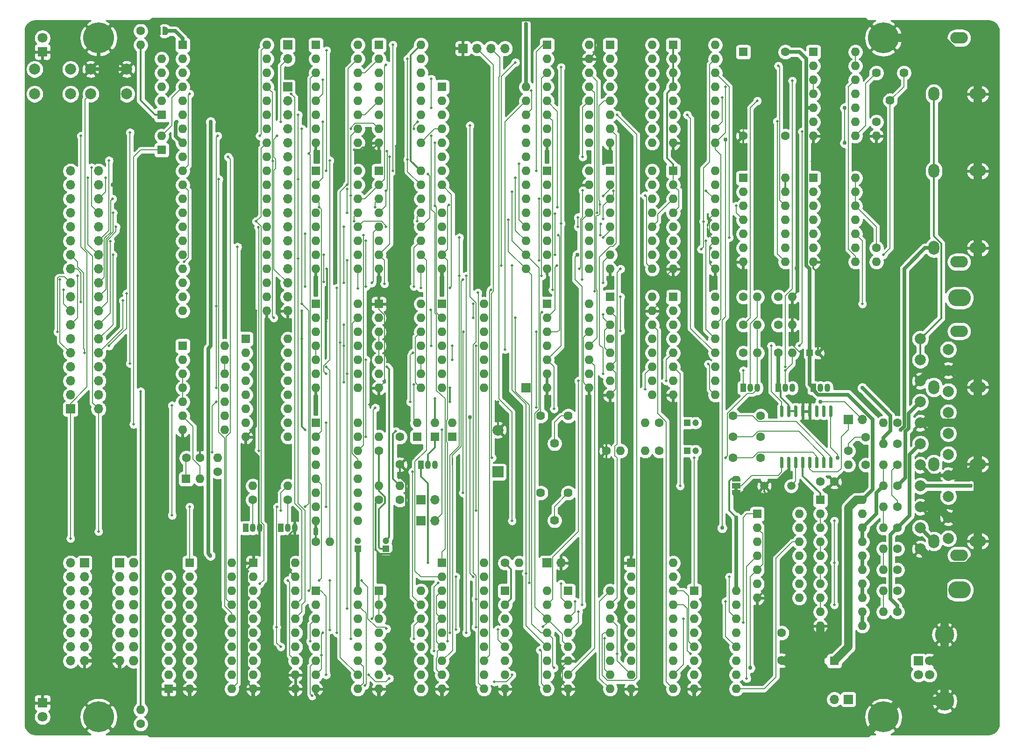
<source format=gtl>
G04 #@! TF.GenerationSoftware,KiCad,Pcbnew,5.1.12-84ad8e8a86~92~ubuntu18.04.1*
G04 #@! TF.CreationDate,2022-12-12T22:34:18+01:00*
G04 #@! TF.ProjectId,full,66756c6c-2e6b-4696-9361-645f70636258,rev?*
G04 #@! TF.SameCoordinates,Original*
G04 #@! TF.FileFunction,Copper,L1,Top*
G04 #@! TF.FilePolarity,Positive*
%FSLAX46Y46*%
G04 Gerber Fmt 4.6, Leading zero omitted, Abs format (unit mm)*
G04 Created by KiCad (PCBNEW 5.1.12-84ad8e8a86~92~ubuntu18.04.1) date 2022-12-12 22:34:18*
%MOMM*%
%LPD*%
G01*
G04 APERTURE LIST*
G04 #@! TA.AperFunction,EtchedComponent*
%ADD10C,0.100000*%
G04 #@! TD*
G04 #@! TA.AperFunction,ComponentPad*
%ADD11C,1.800000*%
G04 #@! TD*
G04 #@! TA.AperFunction,ComponentPad*
%ADD12R,1.800000X1.800000*%
G04 #@! TD*
G04 #@! TA.AperFunction,ComponentPad*
%ADD13O,1.600000X1.600000*%
G04 #@! TD*
G04 #@! TA.AperFunction,ComponentPad*
%ADD14C,1.600000*%
G04 #@! TD*
G04 #@! TA.AperFunction,WasherPad*
%ADD15O,3.200000X2.100000*%
G04 #@! TD*
G04 #@! TA.AperFunction,ComponentPad*
%ADD16O,2.998980X1.998980*%
G04 #@! TD*
G04 #@! TA.AperFunction,ComponentPad*
%ADD17O,1.998980X2.498980*%
G04 #@! TD*
G04 #@! TA.AperFunction,WasherPad*
%ADD18O,4.100000X3.100000*%
G04 #@! TD*
G04 #@! TA.AperFunction,ComponentPad*
%ADD19C,1.998980*%
G04 #@! TD*
G04 #@! TA.AperFunction,ComponentPad*
%ADD20O,1.700000X1.700000*%
G04 #@! TD*
G04 #@! TA.AperFunction,ComponentPad*
%ADD21R,1.700000X1.700000*%
G04 #@! TD*
G04 #@! TA.AperFunction,ComponentPad*
%ADD22C,1.500000*%
G04 #@! TD*
G04 #@! TA.AperFunction,SMDPad,CuDef*
%ADD23C,0.100000*%
G04 #@! TD*
G04 #@! TA.AperFunction,SMDPad,CuDef*
%ADD24R,1.500000X1.000000*%
G04 #@! TD*
G04 #@! TA.AperFunction,ComponentPad*
%ADD25C,5.600000*%
G04 #@! TD*
G04 #@! TA.AperFunction,ComponentPad*
%ADD26C,1.620000*%
G04 #@! TD*
G04 #@! TA.AperFunction,ComponentPad*
%ADD27C,1.200000*%
G04 #@! TD*
G04 #@! TA.AperFunction,ComponentPad*
%ADD28R,1.200000X1.200000*%
G04 #@! TD*
G04 #@! TA.AperFunction,ComponentPad*
%ADD29R,1.600000X1.600000*%
G04 #@! TD*
G04 #@! TA.AperFunction,ComponentPad*
%ADD30C,2.000000*%
G04 #@! TD*
G04 #@! TA.AperFunction,ComponentPad*
%ADD31R,2.000000X2.000000*%
G04 #@! TD*
G04 #@! TA.AperFunction,ComponentPad*
%ADD32O,1.727200X1.727200*%
G04 #@! TD*
G04 #@! TA.AperFunction,ComponentPad*
%ADD33R,1.727200X1.727200*%
G04 #@! TD*
G04 #@! TA.AperFunction,ComponentPad*
%ADD34C,3.500000*%
G04 #@! TD*
G04 #@! TA.AperFunction,ComponentPad*
%ADD35C,1.700000*%
G04 #@! TD*
G04 #@! TA.AperFunction,ComponentPad*
%ADD36R,1.050000X1.500000*%
G04 #@! TD*
G04 #@! TA.AperFunction,ComponentPad*
%ADD37O,1.050000X1.500000*%
G04 #@! TD*
G04 #@! TA.AperFunction,ViaPad*
%ADD38C,0.750000*%
G04 #@! TD*
G04 #@! TA.AperFunction,ViaPad*
%ADD39C,0.500000*%
G04 #@! TD*
G04 #@! TA.AperFunction,Conductor*
%ADD40C,0.150000*%
G04 #@! TD*
G04 #@! TA.AperFunction,Conductor*
%ADD41C,0.375000*%
G04 #@! TD*
G04 #@! TA.AperFunction,Conductor*
%ADD42C,1.500000*%
G04 #@! TD*
G04 #@! TA.AperFunction,Conductor*
%ADD43C,0.635000*%
G04 #@! TD*
G04 #@! TA.AperFunction,Conductor*
%ADD44C,0.254000*%
G04 #@! TD*
G04 #@! TA.AperFunction,Conductor*
%ADD45C,0.100000*%
G04 #@! TD*
G04 APERTURE END LIST*
D10*
G36*
X141940000Y-98690000D02*
G01*
X141940000Y-98190000D01*
X142540000Y-98190000D01*
X142540000Y-98690000D01*
X141940000Y-98690000D01*
G37*
D11*
X16510000Y-16510000D03*
D12*
X16510000Y-19050000D03*
D11*
X16510000Y-139700000D03*
D12*
X16510000Y-137160000D03*
D13*
X168910000Y-86360000D03*
D14*
X171450000Y-86360000D03*
D13*
X81280000Y-97790000D03*
D14*
X81280000Y-100330000D03*
D15*
X182626000Y-110363000D03*
X182626000Y-69723000D03*
D16*
X186014360Y-107823000D03*
D17*
X178054000Y-107823000D03*
D16*
X186014360Y-93853000D03*
D17*
X178054000Y-93853000D03*
D16*
X186014360Y-79883000D03*
D17*
X178054000Y-79883000D03*
D15*
X182626000Y-57150000D03*
X182626000Y-16510000D03*
D16*
X186014360Y-54610000D03*
D17*
X178054000Y-54610000D03*
D16*
X186014360Y-40640000D03*
D17*
X178054000Y-40640000D03*
D16*
X186014360Y-26670000D03*
D17*
X178054000Y-26670000D03*
D18*
X182679340Y-116669820D03*
X182679340Y-63670180D03*
D19*
X175600360Y-109220000D03*
X180680360Y-107315000D03*
X175600360Y-105410000D03*
X180680360Y-103505000D03*
X175600360Y-101600000D03*
X180680360Y-99695000D03*
X175600360Y-97790000D03*
X180680360Y-95885000D03*
X175600360Y-93980000D03*
X180680360Y-92075000D03*
X175600360Y-90170000D03*
X180680360Y-88265000D03*
X175600360Y-86360000D03*
X180680360Y-84455000D03*
X175600360Y-82550000D03*
X180680360Y-80645000D03*
X175600360Y-78740000D03*
X180680360Y-76835000D03*
X175600360Y-74930000D03*
X180680360Y-73025000D03*
X175600360Y-71120000D03*
D20*
X165100000Y-85725000D03*
D21*
X162560000Y-85725000D03*
D14*
X42585000Y-92710000D03*
X45085000Y-92710000D03*
X157520000Y-97028000D03*
X160020000Y-97028000D03*
X165735000Y-88980000D03*
X165735000Y-93980000D03*
D22*
X152200000Y-97790000D03*
X147320000Y-97790000D03*
G04 #@! TA.AperFunction,SMDPad,CuDef*
G36*
G01*
X150645000Y-85275000D02*
X150345000Y-85275000D01*
G75*
G02*
X150195000Y-85125000I0J150000D01*
G01*
X150195000Y-83375000D01*
G75*
G02*
X150345000Y-83225000I150000J0D01*
G01*
X150645000Y-83225000D01*
G75*
G02*
X150795000Y-83375000I0J-150000D01*
G01*
X150795000Y-85125000D01*
G75*
G02*
X150645000Y-85275000I-150000J0D01*
G01*
G37*
G04 #@! TD.AperFunction*
G04 #@! TA.AperFunction,SMDPad,CuDef*
G36*
G01*
X151915000Y-85275000D02*
X151615000Y-85275000D01*
G75*
G02*
X151465000Y-85125000I0J150000D01*
G01*
X151465000Y-83375000D01*
G75*
G02*
X151615000Y-83225000I150000J0D01*
G01*
X151915000Y-83225000D01*
G75*
G02*
X152065000Y-83375000I0J-150000D01*
G01*
X152065000Y-85125000D01*
G75*
G02*
X151915000Y-85275000I-150000J0D01*
G01*
G37*
G04 #@! TD.AperFunction*
G04 #@! TA.AperFunction,SMDPad,CuDef*
G36*
G01*
X153185000Y-85275000D02*
X152885000Y-85275000D01*
G75*
G02*
X152735000Y-85125000I0J150000D01*
G01*
X152735000Y-83375000D01*
G75*
G02*
X152885000Y-83225000I150000J0D01*
G01*
X153185000Y-83225000D01*
G75*
G02*
X153335000Y-83375000I0J-150000D01*
G01*
X153335000Y-85125000D01*
G75*
G02*
X153185000Y-85275000I-150000J0D01*
G01*
G37*
G04 #@! TD.AperFunction*
G04 #@! TA.AperFunction,SMDPad,CuDef*
G36*
G01*
X154455000Y-85275000D02*
X154155000Y-85275000D01*
G75*
G02*
X154005000Y-85125000I0J150000D01*
G01*
X154005000Y-83375000D01*
G75*
G02*
X154155000Y-83225000I150000J0D01*
G01*
X154455000Y-83225000D01*
G75*
G02*
X154605000Y-83375000I0J-150000D01*
G01*
X154605000Y-85125000D01*
G75*
G02*
X154455000Y-85275000I-150000J0D01*
G01*
G37*
G04 #@! TD.AperFunction*
G04 #@! TA.AperFunction,SMDPad,CuDef*
G36*
G01*
X155725000Y-85275000D02*
X155425000Y-85275000D01*
G75*
G02*
X155275000Y-85125000I0J150000D01*
G01*
X155275000Y-83375000D01*
G75*
G02*
X155425000Y-83225000I150000J0D01*
G01*
X155725000Y-83225000D01*
G75*
G02*
X155875000Y-83375000I0J-150000D01*
G01*
X155875000Y-85125000D01*
G75*
G02*
X155725000Y-85275000I-150000J0D01*
G01*
G37*
G04 #@! TD.AperFunction*
G04 #@! TA.AperFunction,SMDPad,CuDef*
G36*
G01*
X156995000Y-85275000D02*
X156695000Y-85275000D01*
G75*
G02*
X156545000Y-85125000I0J150000D01*
G01*
X156545000Y-83375000D01*
G75*
G02*
X156695000Y-83225000I150000J0D01*
G01*
X156995000Y-83225000D01*
G75*
G02*
X157145000Y-83375000I0J-150000D01*
G01*
X157145000Y-85125000D01*
G75*
G02*
X156995000Y-85275000I-150000J0D01*
G01*
G37*
G04 #@! TD.AperFunction*
G04 #@! TA.AperFunction,SMDPad,CuDef*
G36*
G01*
X158265000Y-85275000D02*
X157965000Y-85275000D01*
G75*
G02*
X157815000Y-85125000I0J150000D01*
G01*
X157815000Y-83375000D01*
G75*
G02*
X157965000Y-83225000I150000J0D01*
G01*
X158265000Y-83225000D01*
G75*
G02*
X158415000Y-83375000I0J-150000D01*
G01*
X158415000Y-85125000D01*
G75*
G02*
X158265000Y-85275000I-150000J0D01*
G01*
G37*
G04 #@! TD.AperFunction*
G04 #@! TA.AperFunction,SMDPad,CuDef*
G36*
G01*
X159535000Y-85275000D02*
X159235000Y-85275000D01*
G75*
G02*
X159085000Y-85125000I0J150000D01*
G01*
X159085000Y-83375000D01*
G75*
G02*
X159235000Y-83225000I150000J0D01*
G01*
X159535000Y-83225000D01*
G75*
G02*
X159685000Y-83375000I0J-150000D01*
G01*
X159685000Y-85125000D01*
G75*
G02*
X159535000Y-85275000I-150000J0D01*
G01*
G37*
G04 #@! TD.AperFunction*
G04 #@! TA.AperFunction,SMDPad,CuDef*
G36*
G01*
X159535000Y-94575000D02*
X159235000Y-94575000D01*
G75*
G02*
X159085000Y-94425000I0J150000D01*
G01*
X159085000Y-92675000D01*
G75*
G02*
X159235000Y-92525000I150000J0D01*
G01*
X159535000Y-92525000D01*
G75*
G02*
X159685000Y-92675000I0J-150000D01*
G01*
X159685000Y-94425000D01*
G75*
G02*
X159535000Y-94575000I-150000J0D01*
G01*
G37*
G04 #@! TD.AperFunction*
G04 #@! TA.AperFunction,SMDPad,CuDef*
G36*
G01*
X158265000Y-94575000D02*
X157965000Y-94575000D01*
G75*
G02*
X157815000Y-94425000I0J150000D01*
G01*
X157815000Y-92675000D01*
G75*
G02*
X157965000Y-92525000I150000J0D01*
G01*
X158265000Y-92525000D01*
G75*
G02*
X158415000Y-92675000I0J-150000D01*
G01*
X158415000Y-94425000D01*
G75*
G02*
X158265000Y-94575000I-150000J0D01*
G01*
G37*
G04 #@! TD.AperFunction*
G04 #@! TA.AperFunction,SMDPad,CuDef*
G36*
G01*
X156995000Y-94575000D02*
X156695000Y-94575000D01*
G75*
G02*
X156545000Y-94425000I0J150000D01*
G01*
X156545000Y-92675000D01*
G75*
G02*
X156695000Y-92525000I150000J0D01*
G01*
X156995000Y-92525000D01*
G75*
G02*
X157145000Y-92675000I0J-150000D01*
G01*
X157145000Y-94425000D01*
G75*
G02*
X156995000Y-94575000I-150000J0D01*
G01*
G37*
G04 #@! TD.AperFunction*
G04 #@! TA.AperFunction,SMDPad,CuDef*
G36*
G01*
X155725000Y-94575000D02*
X155425000Y-94575000D01*
G75*
G02*
X155275000Y-94425000I0J150000D01*
G01*
X155275000Y-92675000D01*
G75*
G02*
X155425000Y-92525000I150000J0D01*
G01*
X155725000Y-92525000D01*
G75*
G02*
X155875000Y-92675000I0J-150000D01*
G01*
X155875000Y-94425000D01*
G75*
G02*
X155725000Y-94575000I-150000J0D01*
G01*
G37*
G04 #@! TD.AperFunction*
G04 #@! TA.AperFunction,SMDPad,CuDef*
G36*
G01*
X154455000Y-94575000D02*
X154155000Y-94575000D01*
G75*
G02*
X154005000Y-94425000I0J150000D01*
G01*
X154005000Y-92675000D01*
G75*
G02*
X154155000Y-92525000I150000J0D01*
G01*
X154455000Y-92525000D01*
G75*
G02*
X154605000Y-92675000I0J-150000D01*
G01*
X154605000Y-94425000D01*
G75*
G02*
X154455000Y-94575000I-150000J0D01*
G01*
G37*
G04 #@! TD.AperFunction*
G04 #@! TA.AperFunction,SMDPad,CuDef*
G36*
G01*
X153185000Y-94575000D02*
X152885000Y-94575000D01*
G75*
G02*
X152735000Y-94425000I0J150000D01*
G01*
X152735000Y-92675000D01*
G75*
G02*
X152885000Y-92525000I150000J0D01*
G01*
X153185000Y-92525000D01*
G75*
G02*
X153335000Y-92675000I0J-150000D01*
G01*
X153335000Y-94425000D01*
G75*
G02*
X153185000Y-94575000I-150000J0D01*
G01*
G37*
G04 #@! TD.AperFunction*
G04 #@! TA.AperFunction,SMDPad,CuDef*
G36*
G01*
X151915000Y-94575000D02*
X151615000Y-94575000D01*
G75*
G02*
X151465000Y-94425000I0J150000D01*
G01*
X151465000Y-92675000D01*
G75*
G02*
X151615000Y-92525000I150000J0D01*
G01*
X151915000Y-92525000D01*
G75*
G02*
X152065000Y-92675000I0J-150000D01*
G01*
X152065000Y-94425000D01*
G75*
G02*
X151915000Y-94575000I-150000J0D01*
G01*
G37*
G04 #@! TD.AperFunction*
G04 #@! TA.AperFunction,SMDPad,CuDef*
G36*
G01*
X150645000Y-94575000D02*
X150345000Y-94575000D01*
G75*
G02*
X150195000Y-94425000I0J150000D01*
G01*
X150195000Y-92675000D01*
G75*
G02*
X150345000Y-92525000I150000J0D01*
G01*
X150645000Y-92525000D01*
G75*
G02*
X150795000Y-92675000I0J-150000D01*
G01*
X150795000Y-94425000D01*
G75*
G02*
X150645000Y-94575000I-150000J0D01*
G01*
G37*
G04 #@! TD.AperFunction*
D13*
X162560000Y-93980000D03*
D14*
X162560000Y-91440000D03*
G04 #@! TA.AperFunction,SMDPad,CuDef*
D23*
G36*
X142990000Y-98540000D02*
G01*
X142990000Y-99090000D01*
X142989398Y-99090000D01*
X142989398Y-99114534D01*
X142984588Y-99163365D01*
X142975016Y-99211490D01*
X142960772Y-99258445D01*
X142941995Y-99303778D01*
X142918864Y-99347051D01*
X142891604Y-99387850D01*
X142860476Y-99425779D01*
X142825779Y-99460476D01*
X142787850Y-99491604D01*
X142747051Y-99518864D01*
X142703778Y-99541995D01*
X142658445Y-99560772D01*
X142611490Y-99575016D01*
X142563365Y-99584588D01*
X142514534Y-99589398D01*
X142490000Y-99589398D01*
X142490000Y-99590000D01*
X141990000Y-99590000D01*
X141990000Y-99589398D01*
X141965466Y-99589398D01*
X141916635Y-99584588D01*
X141868510Y-99575016D01*
X141821555Y-99560772D01*
X141776222Y-99541995D01*
X141732949Y-99518864D01*
X141692150Y-99491604D01*
X141654221Y-99460476D01*
X141619524Y-99425779D01*
X141588396Y-99387850D01*
X141561136Y-99347051D01*
X141538005Y-99303778D01*
X141519228Y-99258445D01*
X141504984Y-99211490D01*
X141495412Y-99163365D01*
X141490602Y-99114534D01*
X141490602Y-99090000D01*
X141490000Y-99090000D01*
X141490000Y-98540000D01*
X142990000Y-98540000D01*
G37*
G04 #@! TD.AperFunction*
D24*
X142240000Y-97790000D03*
G04 #@! TA.AperFunction,SMDPad,CuDef*
D23*
G36*
X141490602Y-96490000D02*
G01*
X141490602Y-96465466D01*
X141495412Y-96416635D01*
X141504984Y-96368510D01*
X141519228Y-96321555D01*
X141538005Y-96276222D01*
X141561136Y-96232949D01*
X141588396Y-96192150D01*
X141619524Y-96154221D01*
X141654221Y-96119524D01*
X141692150Y-96088396D01*
X141732949Y-96061136D01*
X141776222Y-96038005D01*
X141821555Y-96019228D01*
X141868510Y-96004984D01*
X141916635Y-95995412D01*
X141965466Y-95990602D01*
X141990000Y-95990602D01*
X141990000Y-95990000D01*
X142490000Y-95990000D01*
X142490000Y-95990602D01*
X142514534Y-95990602D01*
X142563365Y-95995412D01*
X142611490Y-96004984D01*
X142658445Y-96019228D01*
X142703778Y-96038005D01*
X142747051Y-96061136D01*
X142787850Y-96088396D01*
X142825779Y-96119524D01*
X142860476Y-96154221D01*
X142891604Y-96192150D01*
X142918864Y-96232949D01*
X142941995Y-96276222D01*
X142960772Y-96321555D01*
X142975016Y-96368510D01*
X142984588Y-96416635D01*
X142989398Y-96465466D01*
X142989398Y-96490000D01*
X142990000Y-96490000D01*
X142990000Y-97040000D01*
X141490000Y-97040000D01*
X141490000Y-96490000D01*
X141490602Y-96490000D01*
G37*
G04 #@! TD.AperFunction*
D14*
X141685000Y-92710000D03*
X146685000Y-92710000D03*
X141685000Y-88900000D03*
X146685000Y-88900000D03*
X141685000Y-85090000D03*
X146685000Y-85090000D03*
D13*
X102870000Y-111760000D03*
D14*
X100330000Y-111760000D03*
D20*
X110490000Y-111760000D03*
D21*
X107950000Y-111760000D03*
G04 #@! TA.AperFunction,SMDPad,CuDef*
D23*
G36*
X37465000Y-15989398D02*
G01*
X37440466Y-15989398D01*
X37391635Y-15984588D01*
X37343510Y-15975016D01*
X37296555Y-15960772D01*
X37251222Y-15941995D01*
X37207949Y-15918864D01*
X37167150Y-15891604D01*
X37129221Y-15860476D01*
X37094524Y-15825779D01*
X37063396Y-15787850D01*
X37036136Y-15747051D01*
X37013005Y-15703778D01*
X36994228Y-15658445D01*
X36979984Y-15611490D01*
X36970412Y-15563365D01*
X36965602Y-15514534D01*
X36965602Y-15490000D01*
X36965000Y-15490000D01*
X36965000Y-14990000D01*
X36965602Y-14990000D01*
X36965602Y-14965466D01*
X36970412Y-14916635D01*
X36979984Y-14868510D01*
X36994228Y-14821555D01*
X37013005Y-14776222D01*
X37036136Y-14732949D01*
X37063396Y-14692150D01*
X37094524Y-14654221D01*
X37129221Y-14619524D01*
X37167150Y-14588396D01*
X37207949Y-14561136D01*
X37251222Y-14538005D01*
X37296555Y-14519228D01*
X37343510Y-14504984D01*
X37391635Y-14495412D01*
X37440466Y-14490602D01*
X37465000Y-14490602D01*
X37465000Y-14490000D01*
X37965000Y-14490000D01*
X37965000Y-15990000D01*
X37465000Y-15990000D01*
X37465000Y-15989398D01*
G37*
G04 #@! TD.AperFunction*
G04 #@! TA.AperFunction,SMDPad,CuDef*
G36*
X38265000Y-14490000D02*
G01*
X38765000Y-14490000D01*
X38765000Y-14490602D01*
X38789534Y-14490602D01*
X38838365Y-14495412D01*
X38886490Y-14504984D01*
X38933445Y-14519228D01*
X38978778Y-14538005D01*
X39022051Y-14561136D01*
X39062850Y-14588396D01*
X39100779Y-14619524D01*
X39135476Y-14654221D01*
X39166604Y-14692150D01*
X39193864Y-14732949D01*
X39216995Y-14776222D01*
X39235772Y-14821555D01*
X39250016Y-14868510D01*
X39259588Y-14916635D01*
X39264398Y-14965466D01*
X39264398Y-14990000D01*
X39265000Y-14990000D01*
X39265000Y-15490000D01*
X39264398Y-15490000D01*
X39264398Y-15514534D01*
X39259588Y-15563365D01*
X39250016Y-15611490D01*
X39235772Y-15658445D01*
X39216995Y-15703778D01*
X39193864Y-15747051D01*
X39166604Y-15787850D01*
X39135476Y-15825779D01*
X39100779Y-15860476D01*
X39062850Y-15891604D01*
X39022051Y-15918864D01*
X38978778Y-15941995D01*
X38933445Y-15960772D01*
X38886490Y-15975016D01*
X38838365Y-15984588D01*
X38789534Y-15989398D01*
X38765000Y-15989398D01*
X38765000Y-15990000D01*
X38265000Y-15990000D01*
X38265000Y-14490000D01*
G37*
G04 #@! TD.AperFunction*
D25*
X168910000Y-139700000D03*
X168910000Y-16510000D03*
X26670000Y-139700000D03*
X26670000Y-16510000D03*
D26*
X167640000Y-22860000D03*
X170140000Y-27860000D03*
X172640000Y-22860000D03*
X106807000Y-99060000D03*
X109307000Y-104060000D03*
X111807000Y-99060000D03*
X106807000Y-85090000D03*
X109307000Y-90090000D03*
X111807000Y-85090000D03*
D20*
X21590000Y-76200000D03*
X26670000Y-60960000D03*
X21590000Y-58420000D03*
X26670000Y-58420000D03*
X21590000Y-55880000D03*
X26670000Y-55880000D03*
X21590000Y-53340000D03*
X26670000Y-53340000D03*
X21590000Y-50800000D03*
X26670000Y-50800000D03*
X21590000Y-48260000D03*
X26670000Y-48260000D03*
X21590000Y-45720000D03*
X26670000Y-45720000D03*
X21590000Y-43180000D03*
X26670000Y-43180000D03*
X21590000Y-40640000D03*
X26670000Y-40640000D03*
X26670000Y-73660000D03*
X26670000Y-63500000D03*
X21590000Y-60960000D03*
X26670000Y-76200000D03*
X21590000Y-73660000D03*
X26670000Y-71120000D03*
X21590000Y-68580000D03*
X26670000Y-68580000D03*
X21590000Y-66040000D03*
X26670000Y-66040000D03*
X21590000Y-63500000D03*
D21*
X21590000Y-83820000D03*
D20*
X26670000Y-78740000D03*
X21590000Y-71120000D03*
X26670000Y-83820000D03*
X26670000Y-81280000D03*
X21590000Y-78740000D03*
X21590000Y-81280000D03*
D13*
X125730000Y-86360000D03*
D14*
X128270000Y-86360000D03*
D27*
X134850000Y-86360000D03*
D28*
X133350000Y-86360000D03*
D20*
X21590000Y-129540000D03*
X24130000Y-129540000D03*
X21590000Y-127000000D03*
X24130000Y-127000000D03*
X21590000Y-124460000D03*
X24130000Y-124460000D03*
X21590000Y-121920000D03*
X24130000Y-121920000D03*
X21590000Y-119380000D03*
X24130000Y-119380000D03*
X21590000Y-116840000D03*
X24130000Y-116840000D03*
X21590000Y-114300000D03*
X24130000Y-114300000D03*
X21590000Y-111760000D03*
D21*
X24130000Y-111760000D03*
D20*
X60960000Y-20320000D03*
D21*
X60960000Y-17780000D03*
D13*
X62357000Y-111760000D03*
X54737000Y-134620000D03*
X62357000Y-114300000D03*
X54737000Y-132080000D03*
X62357000Y-116840000D03*
X54737000Y-129540000D03*
X62357000Y-119380000D03*
X54737000Y-127000000D03*
X62357000Y-121920000D03*
X54737000Y-124460000D03*
X62357000Y-124460000D03*
X54737000Y-121920000D03*
X62357000Y-127000000D03*
X54737000Y-119380000D03*
X62357000Y-129540000D03*
X54737000Y-116840000D03*
X62357000Y-132080000D03*
X54737000Y-114300000D03*
X62357000Y-134620000D03*
D29*
X54737000Y-111760000D03*
D13*
X168910000Y-90170000D03*
D14*
X171450000Y-90170000D03*
D20*
X160020000Y-136525000D03*
D21*
X162560000Y-136525000D03*
D20*
X87630000Y-100330000D03*
D21*
X85090000Y-100330000D03*
D20*
X87630000Y-104140000D03*
D21*
X85090000Y-104140000D03*
X104140000Y-80010000D03*
D13*
X90805000Y-86360000D03*
D29*
X90805000Y-88900000D03*
D30*
X99060000Y-87650000D03*
D31*
X99060000Y-95250000D03*
D32*
X33020000Y-129540000D03*
X30480000Y-129540000D03*
X33020000Y-127000000D03*
X30480000Y-127000000D03*
X33020000Y-124460000D03*
X30480000Y-124460000D03*
X33020000Y-121920000D03*
X30480000Y-121920000D03*
X33020000Y-119380000D03*
X30480000Y-119380000D03*
X33020000Y-116840000D03*
X30480000Y-116840000D03*
X33020000Y-114300000D03*
X30480000Y-114300000D03*
X33020000Y-111760000D03*
D33*
X30480000Y-111760000D03*
D13*
X73660000Y-86360000D03*
X66040000Y-104140000D03*
X73660000Y-88900000D03*
X66040000Y-101600000D03*
X73660000Y-91440000D03*
X66040000Y-99060000D03*
X73660000Y-93980000D03*
X66040000Y-96520000D03*
X73660000Y-96520000D03*
X66040000Y-93980000D03*
X73660000Y-99060000D03*
X66040000Y-91440000D03*
X73660000Y-101600000D03*
X66040000Y-88900000D03*
X73660000Y-104140000D03*
D29*
X66040000Y-86360000D03*
D13*
X57150000Y-17780000D03*
X41910000Y-66040000D03*
X57150000Y-20320000D03*
X41910000Y-63500000D03*
X57150000Y-22860000D03*
X41910000Y-60960000D03*
X57150000Y-25400000D03*
X41910000Y-58420000D03*
X57150000Y-27940000D03*
X41910000Y-55880000D03*
X57150000Y-30480000D03*
X41910000Y-53340000D03*
X57150000Y-33020000D03*
X41910000Y-50800000D03*
X57150000Y-35560000D03*
X41910000Y-48260000D03*
X57150000Y-38100000D03*
X41910000Y-45720000D03*
X57150000Y-40640000D03*
X41910000Y-43180000D03*
X57150000Y-43180000D03*
X41910000Y-40640000D03*
X57150000Y-45720000D03*
X41910000Y-38100000D03*
X57150000Y-48260000D03*
X41910000Y-35560000D03*
X57150000Y-50800000D03*
X41910000Y-33020000D03*
X57150000Y-53340000D03*
X41910000Y-30480000D03*
X57150000Y-55880000D03*
X41910000Y-27940000D03*
X57150000Y-58420000D03*
X41910000Y-25400000D03*
X57150000Y-60960000D03*
X41910000Y-22860000D03*
X57150000Y-63500000D03*
X41910000Y-20320000D03*
X57150000Y-66040000D03*
D29*
X41910000Y-17780000D03*
D20*
X100330000Y-18415000D03*
X97790000Y-18415000D03*
X95250000Y-18415000D03*
D21*
X92710000Y-18415000D03*
D13*
X125730000Y-91440000D03*
D14*
X128270000Y-91440000D03*
D13*
X167640000Y-57150000D03*
D14*
X167640000Y-54610000D03*
D13*
X167640000Y-34290000D03*
D14*
X167640000Y-31750000D03*
D13*
X146050000Y-68580000D03*
D14*
X143510000Y-68580000D03*
D13*
X168910000Y-97790000D03*
D14*
X171450000Y-97790000D03*
D13*
X168910000Y-105410000D03*
D14*
X171450000Y-105410000D03*
D13*
X168910000Y-113030000D03*
D14*
X171450000Y-113030000D03*
D13*
X168910000Y-120650000D03*
D14*
X171450000Y-120650000D03*
D13*
X168910000Y-93980000D03*
D14*
X171450000Y-93980000D03*
D13*
X168910000Y-101600000D03*
D14*
X171450000Y-101600000D03*
D13*
X168910000Y-109220000D03*
D14*
X171450000Y-109220000D03*
D13*
X168910000Y-116840000D03*
D14*
X171450000Y-116840000D03*
D13*
X34290000Y-17780000D03*
D14*
X34290000Y-15240000D03*
D13*
X48260000Y-92710000D03*
D14*
X48260000Y-95250000D03*
D13*
X152400000Y-68580000D03*
D14*
X149860000Y-68580000D03*
D13*
X146050000Y-73660000D03*
D14*
X143510000Y-73660000D03*
D13*
X152400000Y-63500000D03*
D14*
X149860000Y-63500000D03*
D13*
X146050000Y-63500000D03*
D14*
X143510000Y-63500000D03*
D13*
X152400000Y-73660000D03*
D14*
X149860000Y-73660000D03*
D13*
X121285000Y-91440000D03*
D14*
X118745000Y-91440000D03*
D13*
X34290000Y-138430000D03*
D14*
X34290000Y-140970000D03*
D13*
X77470000Y-97790000D03*
D14*
X77470000Y-100330000D03*
D13*
X77470000Y-88900000D03*
D14*
X77470000Y-91440000D03*
D13*
X68580000Y-107950000D03*
D14*
X66040000Y-107950000D03*
D13*
X54610000Y-97790000D03*
D14*
X54610000Y-100330000D03*
D13*
X60960000Y-97790000D03*
D14*
X60960000Y-100330000D03*
X150495000Y-129460000D03*
X150495000Y-124460000D03*
X157520000Y-129540000D03*
D29*
X160020000Y-129540000D03*
D27*
X134850000Y-91440000D03*
D28*
X133350000Y-91440000D03*
D27*
X157075000Y-73660000D03*
D28*
X155575000Y-73660000D03*
D27*
X78740000Y-107720000D03*
D28*
X78740000Y-109220000D03*
D14*
X81280000Y-93900000D03*
X81280000Y-88900000D03*
D27*
X73660000Y-107720000D03*
D28*
X73660000Y-109220000D03*
D13*
X60960000Y-71120000D03*
X53340000Y-88900000D03*
X60960000Y-73660000D03*
X53340000Y-86360000D03*
X60960000Y-76200000D03*
X53340000Y-83820000D03*
X60960000Y-78740000D03*
X53340000Y-81280000D03*
X60960000Y-81280000D03*
X53340000Y-78740000D03*
X60960000Y-83820000D03*
X53340000Y-76200000D03*
X60960000Y-86360000D03*
X53340000Y-73660000D03*
X60960000Y-88900000D03*
D29*
X53340000Y-71120000D03*
D30*
X25250000Y-26670000D03*
X25250000Y-22170000D03*
X31750000Y-26670000D03*
X31750000Y-22170000D03*
X15090000Y-26670000D03*
X15090000Y-22170000D03*
X21590000Y-26670000D03*
X21590000Y-22170000D03*
D34*
X179970000Y-136810000D03*
X179970000Y-124770000D03*
D35*
X177260000Y-129540000D03*
X177260000Y-132040000D03*
X175260000Y-132040000D03*
D21*
X175260000Y-129540000D03*
D13*
X45085000Y-96520000D03*
D29*
X42545000Y-96520000D03*
D13*
X87630000Y-86360000D03*
D29*
X87630000Y-88900000D03*
D13*
X84455000Y-86360000D03*
D29*
X84455000Y-88900000D03*
D13*
X38100000Y-34290000D03*
D29*
X38100000Y-36830000D03*
D13*
X39370000Y-114300000D03*
X39370000Y-116840000D03*
X39370000Y-119380000D03*
X39370000Y-121920000D03*
X39370000Y-124460000D03*
X39370000Y-127000000D03*
X39370000Y-129540000D03*
X39370000Y-132080000D03*
D29*
X39370000Y-134620000D03*
D13*
X85090000Y-17780000D03*
X77470000Y-35560000D03*
X85090000Y-20320000D03*
X77470000Y-33020000D03*
X85090000Y-22860000D03*
X77470000Y-30480000D03*
X85090000Y-25400000D03*
X77470000Y-27940000D03*
X85090000Y-27940000D03*
X77470000Y-25400000D03*
X85090000Y-30480000D03*
X77470000Y-22860000D03*
X85090000Y-33020000D03*
X77470000Y-20320000D03*
X85090000Y-35560000D03*
D29*
X77470000Y-17780000D03*
D13*
X85090000Y-40640000D03*
X77470000Y-58420000D03*
X85090000Y-43180000D03*
X77470000Y-55880000D03*
X85090000Y-45720000D03*
X77470000Y-53340000D03*
X85090000Y-48260000D03*
X77470000Y-50800000D03*
X85090000Y-50800000D03*
X77470000Y-48260000D03*
X85090000Y-53340000D03*
X77470000Y-45720000D03*
X85090000Y-55880000D03*
X77470000Y-43180000D03*
X85090000Y-58420000D03*
D29*
X77470000Y-40640000D03*
D13*
X165100000Y-100330000D03*
X157480000Y-123190000D03*
X165100000Y-102870000D03*
X157480000Y-120650000D03*
X165100000Y-105410000D03*
X157480000Y-118110000D03*
X165100000Y-107950000D03*
X157480000Y-115570000D03*
X165100000Y-110490000D03*
X157480000Y-113030000D03*
X165100000Y-113030000D03*
X157480000Y-110490000D03*
X165100000Y-115570000D03*
X157480000Y-107950000D03*
X165100000Y-118110000D03*
X157480000Y-105410000D03*
X165100000Y-120650000D03*
X157480000Y-102870000D03*
X165100000Y-123190000D03*
D29*
X157480000Y-100330000D03*
D13*
X153670000Y-102870000D03*
X146050000Y-118110000D03*
X153670000Y-105410000D03*
X146050000Y-115570000D03*
X153670000Y-107950000D03*
X146050000Y-113030000D03*
X153670000Y-110490000D03*
X146050000Y-110490000D03*
X153670000Y-113030000D03*
X146050000Y-107950000D03*
X153670000Y-115570000D03*
X146050000Y-105410000D03*
X153670000Y-118110000D03*
D29*
X146050000Y-102870000D03*
D13*
X142240000Y-116840000D03*
X134620000Y-134620000D03*
X142240000Y-119380000D03*
X134620000Y-132080000D03*
X142240000Y-121920000D03*
X134620000Y-129540000D03*
X142240000Y-124460000D03*
X134620000Y-127000000D03*
X142240000Y-127000000D03*
X134620000Y-124460000D03*
X142240000Y-129540000D03*
X134620000Y-121920000D03*
X142240000Y-132080000D03*
X134620000Y-119380000D03*
X142240000Y-134620000D03*
D29*
X134620000Y-116840000D03*
D13*
X130810000Y-111760000D03*
X123190000Y-134620000D03*
X130810000Y-114300000D03*
X123190000Y-132080000D03*
X130810000Y-116840000D03*
X123190000Y-129540000D03*
X130810000Y-119380000D03*
X123190000Y-127000000D03*
X130810000Y-121920000D03*
X123190000Y-124460000D03*
X130810000Y-124460000D03*
X123190000Y-121920000D03*
X130810000Y-127000000D03*
X123190000Y-119380000D03*
X130810000Y-129540000D03*
X123190000Y-116840000D03*
X130810000Y-132080000D03*
X123190000Y-114300000D03*
X130810000Y-134620000D03*
D29*
X123190000Y-111760000D03*
D13*
X73660000Y-17780000D03*
X66040000Y-35560000D03*
X73660000Y-20320000D03*
X66040000Y-33020000D03*
X73660000Y-22860000D03*
X66040000Y-30480000D03*
X73660000Y-25400000D03*
X66040000Y-27940000D03*
X73660000Y-27940000D03*
X66040000Y-25400000D03*
X73660000Y-30480000D03*
X66040000Y-22860000D03*
X73660000Y-33020000D03*
X66040000Y-20320000D03*
X73660000Y-35560000D03*
D29*
X66040000Y-17780000D03*
D13*
X73660000Y-40640000D03*
X66040000Y-58420000D03*
X73660000Y-43180000D03*
X66040000Y-55880000D03*
X73660000Y-45720000D03*
X66040000Y-53340000D03*
X73660000Y-48260000D03*
X66040000Y-50800000D03*
X73660000Y-50800000D03*
X66040000Y-48260000D03*
X73660000Y-53340000D03*
X66040000Y-45720000D03*
X73660000Y-55880000D03*
X66040000Y-43180000D03*
X73660000Y-58420000D03*
D29*
X66040000Y-40640000D03*
D13*
X163830000Y-19050000D03*
X156210000Y-34290000D03*
X163830000Y-21590000D03*
X156210000Y-31750000D03*
X163830000Y-24130000D03*
X156210000Y-29210000D03*
X163830000Y-26670000D03*
X156210000Y-26670000D03*
X163830000Y-29210000D03*
X156210000Y-24130000D03*
X163830000Y-31750000D03*
X156210000Y-21590000D03*
X163830000Y-34290000D03*
D29*
X156210000Y-19050000D03*
D13*
X138430000Y-63500000D03*
X130810000Y-81280000D03*
X138430000Y-66040000D03*
X130810000Y-78740000D03*
X138430000Y-68580000D03*
X130810000Y-76200000D03*
X138430000Y-71120000D03*
X130810000Y-73660000D03*
X138430000Y-73660000D03*
X130810000Y-71120000D03*
X138430000Y-76200000D03*
X130810000Y-68580000D03*
X138430000Y-78740000D03*
X130810000Y-66040000D03*
X138430000Y-81280000D03*
D29*
X130810000Y-63500000D03*
D13*
X138430000Y-40640000D03*
X130810000Y-58420000D03*
X138430000Y-43180000D03*
X130810000Y-55880000D03*
X138430000Y-45720000D03*
X130810000Y-53340000D03*
X138430000Y-48260000D03*
X130810000Y-50800000D03*
X138430000Y-50800000D03*
X130810000Y-48260000D03*
X138430000Y-53340000D03*
X130810000Y-45720000D03*
X138430000Y-55880000D03*
X130810000Y-43180000D03*
X138430000Y-58420000D03*
D29*
X130810000Y-40640000D03*
D13*
X127000000Y-40640000D03*
X119380000Y-58420000D03*
X127000000Y-43180000D03*
X119380000Y-55880000D03*
X127000000Y-45720000D03*
X119380000Y-53340000D03*
X127000000Y-48260000D03*
X119380000Y-50800000D03*
X127000000Y-50800000D03*
X119380000Y-48260000D03*
X127000000Y-53340000D03*
X119380000Y-45720000D03*
X127000000Y-55880000D03*
X119380000Y-43180000D03*
X127000000Y-58420000D03*
D29*
X119380000Y-40640000D03*
D13*
X138430000Y-17780000D03*
X130810000Y-35560000D03*
X138430000Y-20320000D03*
X130810000Y-33020000D03*
X138430000Y-22860000D03*
X130810000Y-30480000D03*
X138430000Y-25400000D03*
X130810000Y-27940000D03*
X138430000Y-27940000D03*
X130810000Y-25400000D03*
X138430000Y-30480000D03*
X130810000Y-22860000D03*
X138430000Y-33020000D03*
X130810000Y-20320000D03*
X138430000Y-35560000D03*
D29*
X130810000Y-17780000D03*
D13*
X115570000Y-64770000D03*
X107950000Y-80010000D03*
X115570000Y-67310000D03*
X107950000Y-77470000D03*
X115570000Y-69850000D03*
X107950000Y-74930000D03*
X115570000Y-72390000D03*
X107950000Y-72390000D03*
X115570000Y-74930000D03*
X107950000Y-69850000D03*
X115570000Y-77470000D03*
X107950000Y-67310000D03*
X115570000Y-80010000D03*
D29*
X107950000Y-64770000D03*
D13*
X85090000Y-64770000D03*
X77470000Y-80010000D03*
X85090000Y-67310000D03*
X77470000Y-77470000D03*
X85090000Y-69850000D03*
X77470000Y-74930000D03*
X85090000Y-72390000D03*
X77470000Y-72390000D03*
X85090000Y-74930000D03*
X77470000Y-69850000D03*
X85090000Y-77470000D03*
X77470000Y-67310000D03*
X85090000Y-80010000D03*
D29*
X77470000Y-64770000D03*
D13*
X96520000Y-64770000D03*
X88900000Y-80010000D03*
X96520000Y-67310000D03*
X88900000Y-77470000D03*
X96520000Y-69850000D03*
X88900000Y-74930000D03*
X96520000Y-72390000D03*
X88900000Y-72390000D03*
X96520000Y-74930000D03*
X88900000Y-69850000D03*
X96520000Y-77470000D03*
X88900000Y-67310000D03*
X96520000Y-80010000D03*
D29*
X88900000Y-64770000D03*
D13*
X73660000Y-64770000D03*
X66040000Y-80010000D03*
X73660000Y-67310000D03*
X66040000Y-77470000D03*
X73660000Y-69850000D03*
X66040000Y-74930000D03*
X73660000Y-72390000D03*
X66040000Y-72390000D03*
X73660000Y-74930000D03*
X66040000Y-69850000D03*
X73660000Y-77470000D03*
X66040000Y-67310000D03*
X73660000Y-80010000D03*
D29*
X66040000Y-64770000D03*
D13*
X49530000Y-72390000D03*
X41910000Y-87630000D03*
X49530000Y-74930000D03*
X41910000Y-85090000D03*
X49530000Y-77470000D03*
X41910000Y-82550000D03*
X49530000Y-80010000D03*
X41910000Y-80010000D03*
X49530000Y-82550000D03*
X41910000Y-77470000D03*
X49530000Y-85090000D03*
X41910000Y-74930000D03*
X49530000Y-87630000D03*
D29*
X41910000Y-72390000D03*
D13*
X115570000Y-17780000D03*
X107950000Y-35560000D03*
X115570000Y-20320000D03*
X107950000Y-33020000D03*
X115570000Y-22860000D03*
X107950000Y-30480000D03*
X115570000Y-25400000D03*
X107950000Y-27940000D03*
X115570000Y-27940000D03*
X107950000Y-25400000D03*
X115570000Y-30480000D03*
X107950000Y-22860000D03*
X115570000Y-33020000D03*
X107950000Y-20320000D03*
X115570000Y-35560000D03*
D29*
X107950000Y-17780000D03*
D13*
X115570000Y-40640000D03*
X107950000Y-58420000D03*
X115570000Y-43180000D03*
X107950000Y-55880000D03*
X115570000Y-45720000D03*
X107950000Y-53340000D03*
X115570000Y-48260000D03*
X107950000Y-50800000D03*
X115570000Y-50800000D03*
X107950000Y-48260000D03*
X115570000Y-53340000D03*
X107950000Y-45720000D03*
X115570000Y-55880000D03*
X107950000Y-43180000D03*
X115570000Y-58420000D03*
D29*
X107950000Y-40640000D03*
D13*
X104140000Y-25400000D03*
X88900000Y-58420000D03*
X104140000Y-27940000D03*
X88900000Y-55880000D03*
X104140000Y-30480000D03*
X88900000Y-53340000D03*
X104140000Y-33020000D03*
X88900000Y-50800000D03*
X104140000Y-35560000D03*
X88900000Y-48260000D03*
X104140000Y-38100000D03*
X88900000Y-45720000D03*
X104140000Y-40640000D03*
X88900000Y-43180000D03*
X104140000Y-43180000D03*
X88900000Y-40640000D03*
X104140000Y-45720000D03*
X88900000Y-38100000D03*
X104140000Y-48260000D03*
X88900000Y-35560000D03*
X104140000Y-50800000D03*
X88900000Y-33020000D03*
X104140000Y-53340000D03*
X88900000Y-30480000D03*
X104140000Y-55880000D03*
X88900000Y-27940000D03*
X104140000Y-58420000D03*
D29*
X88900000Y-25400000D03*
D13*
X38100000Y-20320000D03*
X38100000Y-22860000D03*
X38100000Y-25400000D03*
X38100000Y-27940000D03*
D29*
X38100000Y-30480000D03*
D20*
X60960000Y-66040000D03*
X60960000Y-63500000D03*
X60960000Y-60960000D03*
X60960000Y-58420000D03*
X60960000Y-55880000D03*
X60960000Y-53340000D03*
X60960000Y-50800000D03*
X60960000Y-48260000D03*
X60960000Y-45720000D03*
X60960000Y-43180000D03*
X60960000Y-40640000D03*
X60960000Y-38100000D03*
X60960000Y-35560000D03*
X60960000Y-33020000D03*
X60960000Y-30480000D03*
X60960000Y-27940000D03*
D21*
X60960000Y-25400000D03*
D13*
X73660000Y-116840000D03*
X66040000Y-134620000D03*
X73660000Y-119380000D03*
X66040000Y-132080000D03*
X73660000Y-121920000D03*
X66040000Y-129540000D03*
X73660000Y-124460000D03*
X66040000Y-127000000D03*
X73660000Y-127000000D03*
X66040000Y-124460000D03*
X73660000Y-129540000D03*
X66040000Y-121920000D03*
X73660000Y-132080000D03*
X66040000Y-119380000D03*
X73660000Y-134620000D03*
D29*
X66040000Y-116840000D03*
D13*
X85090000Y-116840000D03*
X77470000Y-134620000D03*
X85090000Y-119380000D03*
X77470000Y-132080000D03*
X85090000Y-121920000D03*
X77470000Y-129540000D03*
X85090000Y-124460000D03*
X77470000Y-127000000D03*
X85090000Y-127000000D03*
X77470000Y-124460000D03*
X85090000Y-129540000D03*
X77470000Y-121920000D03*
X85090000Y-132080000D03*
X77470000Y-119380000D03*
X85090000Y-134620000D03*
D29*
X77470000Y-116840000D03*
D13*
X107950000Y-116840000D03*
X100330000Y-134620000D03*
X107950000Y-119380000D03*
X100330000Y-132080000D03*
X107950000Y-121920000D03*
X100330000Y-129540000D03*
X107950000Y-124460000D03*
X100330000Y-127000000D03*
X107950000Y-127000000D03*
X100330000Y-124460000D03*
X107950000Y-129540000D03*
X100330000Y-121920000D03*
X107950000Y-132080000D03*
X100330000Y-119380000D03*
X107950000Y-134620000D03*
D29*
X100330000Y-116840000D03*
D13*
X127000000Y-63500000D03*
X119380000Y-81280000D03*
X127000000Y-66040000D03*
X119380000Y-78740000D03*
X127000000Y-68580000D03*
X119380000Y-76200000D03*
X127000000Y-71120000D03*
X119380000Y-73660000D03*
X127000000Y-73660000D03*
X119380000Y-71120000D03*
X127000000Y-76200000D03*
X119380000Y-68580000D03*
X127000000Y-78740000D03*
X119380000Y-66040000D03*
X127000000Y-81280000D03*
D29*
X119380000Y-63500000D03*
D13*
X163830000Y-41910000D03*
X156210000Y-57150000D03*
X163830000Y-44450000D03*
X156210000Y-54610000D03*
X163830000Y-46990000D03*
X156210000Y-52070000D03*
X163830000Y-49530000D03*
X156210000Y-49530000D03*
X163830000Y-52070000D03*
X156210000Y-46990000D03*
X163830000Y-54610000D03*
X156210000Y-44450000D03*
X163830000Y-57150000D03*
D29*
X156210000Y-41910000D03*
D13*
X119380000Y-116840000D03*
X111760000Y-134620000D03*
X119380000Y-119380000D03*
X111760000Y-132080000D03*
X119380000Y-121920000D03*
X111760000Y-129540000D03*
X119380000Y-124460000D03*
X111760000Y-127000000D03*
X119380000Y-127000000D03*
X111760000Y-124460000D03*
X119380000Y-129540000D03*
X111760000Y-121920000D03*
X119380000Y-132080000D03*
X111760000Y-119380000D03*
X119380000Y-134620000D03*
D29*
X111760000Y-116840000D03*
D13*
X50800000Y-111760000D03*
X43180000Y-134620000D03*
X50800000Y-114300000D03*
X43180000Y-132080000D03*
X50800000Y-116840000D03*
X43180000Y-129540000D03*
X50800000Y-119380000D03*
X43180000Y-127000000D03*
X50800000Y-121920000D03*
X43180000Y-124460000D03*
X50800000Y-124460000D03*
X43180000Y-121920000D03*
X50800000Y-127000000D03*
X43180000Y-119380000D03*
X50800000Y-129540000D03*
X43180000Y-116840000D03*
X50800000Y-132080000D03*
X43180000Y-114300000D03*
X50800000Y-134620000D03*
D29*
X43180000Y-111760000D03*
D13*
X151130000Y-41910000D03*
X143510000Y-57150000D03*
X151130000Y-44450000D03*
X143510000Y-54610000D03*
X151130000Y-46990000D03*
X143510000Y-52070000D03*
X151130000Y-49530000D03*
X143510000Y-49530000D03*
X151130000Y-52070000D03*
X143510000Y-46990000D03*
X151130000Y-54610000D03*
X143510000Y-44450000D03*
X151130000Y-57150000D03*
D29*
X143510000Y-41910000D03*
D13*
X127000000Y-17780000D03*
X119380000Y-35560000D03*
X127000000Y-20320000D03*
X119380000Y-33020000D03*
X127000000Y-22860000D03*
X119380000Y-30480000D03*
X127000000Y-25400000D03*
X119380000Y-27940000D03*
X127000000Y-27940000D03*
X119380000Y-25400000D03*
X127000000Y-30480000D03*
X119380000Y-22860000D03*
X127000000Y-33020000D03*
X119380000Y-20320000D03*
X127000000Y-35560000D03*
D29*
X119380000Y-17780000D03*
D13*
X96520000Y-111760000D03*
X88900000Y-134620000D03*
X96520000Y-114300000D03*
X88900000Y-132080000D03*
X96520000Y-116840000D03*
X88900000Y-129540000D03*
X96520000Y-119380000D03*
X88900000Y-127000000D03*
X96520000Y-121920000D03*
X88900000Y-124460000D03*
X96520000Y-124460000D03*
X88900000Y-121920000D03*
X96520000Y-127000000D03*
X88900000Y-119380000D03*
X96520000Y-129540000D03*
X88900000Y-116840000D03*
X96520000Y-132080000D03*
X88900000Y-114300000D03*
X96520000Y-134620000D03*
D29*
X88900000Y-111760000D03*
D36*
X156210000Y-80010000D03*
D37*
X158750000Y-80010000D03*
X157480000Y-80010000D03*
D14*
X143510000Y-34290000D03*
X151130000Y-34290000D03*
X151130000Y-19050000D03*
D29*
X143510000Y-19050000D03*
D36*
X149860000Y-80010000D03*
D37*
X152400000Y-80010000D03*
X151130000Y-80010000D03*
D36*
X143510000Y-80010000D03*
D37*
X146050000Y-80010000D03*
X144780000Y-80010000D03*
D36*
X85090000Y-93980000D03*
D37*
X87630000Y-93980000D03*
X86360000Y-93980000D03*
D36*
X53340000Y-105410000D03*
D37*
X55880000Y-105410000D03*
X54610000Y-105410000D03*
D36*
X59690000Y-105410000D03*
D37*
X62230000Y-105410000D03*
X60960000Y-105410000D03*
D38*
X167005000Y-85725000D03*
D39*
X86360000Y-111760000D03*
X63500000Y-66040000D03*
X63500000Y-71120000D03*
X64135000Y-87630000D03*
D38*
X40787501Y-31732501D03*
X46990000Y-31750000D03*
X46990000Y-72390000D03*
X46943899Y-110443899D03*
X142240000Y-103505000D03*
D39*
X90805000Y-74930000D03*
X90805000Y-72390000D03*
X86995000Y-72390000D03*
X86847501Y-65839999D03*
X104140000Y-13970000D03*
D38*
X29210000Y-43180000D03*
D39*
X66040000Y-83185000D03*
X90370001Y-82550000D03*
X90370001Y-80010000D03*
X75802490Y-83010000D03*
X143510000Y-38560000D03*
X107950000Y-37030001D03*
X73025000Y-36830000D03*
X99060000Y-82550000D03*
D38*
X45085000Y-88900000D03*
X118745000Y-111760000D03*
X153182499Y-58272501D03*
D39*
X76919999Y-109379104D03*
X142240000Y-30480000D03*
X142240000Y-26035000D03*
X156007000Y-38938000D03*
X83185000Y-61070010D03*
X55219999Y-66040000D03*
X80645000Y-36110001D03*
X67945000Y-67945000D03*
X67970001Y-58420000D03*
X167843000Y-38938000D03*
D38*
X88900000Y-61195010D03*
X95250000Y-58420000D03*
D39*
X114427000Y-44196000D03*
X113792000Y-58420000D03*
X109424761Y-55879985D03*
X109423373Y-48387000D03*
X114427000Y-38100000D03*
X84470540Y-31750000D03*
X83820000Y-33020000D03*
X72390000Y-33020000D03*
X113556974Y-49044989D03*
X113554990Y-50800000D03*
X71755000Y-48260000D03*
X71755000Y-43914989D03*
X78740000Y-44249999D03*
X78940001Y-37030001D03*
X78740000Y-50800000D03*
X86360000Y-41190001D03*
X79449999Y-38100000D03*
X67510001Y-60785000D03*
X67510001Y-55880000D03*
X78486000Y-61087000D03*
X73660000Y-61979999D03*
X85090000Y-61849000D03*
X90370001Y-61849000D03*
X105104276Y-26088768D03*
X78940001Y-76200000D03*
X33020000Y-86619999D03*
X59690000Y-102235000D03*
X101600000Y-104140000D03*
X97990001Y-92710000D03*
X120650000Y-128270000D03*
X51860001Y-54400001D03*
X67050001Y-128529999D03*
X67310000Y-124460000D03*
X64135000Y-52070000D03*
X64135000Y-61595000D03*
X69850000Y-61880001D03*
X69850000Y-124460000D03*
X100965000Y-49530000D03*
X109220000Y-130810000D03*
X83569999Y-95250000D03*
X90170000Y-46789999D03*
X65029999Y-125989999D03*
X89910001Y-125989999D03*
X118369999Y-125470001D03*
X101600000Y-44450000D03*
X107235097Y-123328315D03*
X27940000Y-41910000D03*
X48469999Y-42119999D03*
X113665000Y-120650000D03*
X102235000Y-41910000D03*
X25400000Y-40005000D03*
X50165000Y-38100000D03*
X113030000Y-118745000D03*
X102870000Y-39370000D03*
X110490000Y-115570000D03*
X55880000Y-115570000D03*
X87630000Y-46990000D03*
X55245000Y-49789999D03*
X87630000Y-35560000D03*
X95049999Y-102235000D03*
X95049999Y-72390000D03*
X92710000Y-99060000D03*
X92820010Y-69850000D03*
X109220000Y-83820000D03*
X110490000Y-21849999D03*
X110490000Y-50165000D03*
X149860000Y-21590000D03*
X67310000Y-24130000D03*
X86998027Y-23929999D03*
X86995000Y-29210000D03*
X139700000Y-27305000D03*
X67310000Y-31750000D03*
X78740000Y-21389999D03*
X140970000Y-52705000D03*
X125730000Y-45085000D03*
X118110000Y-60960000D03*
X76200000Y-60960000D03*
X71120000Y-50800000D03*
X71120000Y-60960000D03*
X75130001Y-53340000D03*
X75130001Y-61595000D03*
X83820000Y-61595000D03*
X118102230Y-52712770D03*
X118110000Y-49329999D03*
X120015000Y-44249999D03*
X118110000Y-45169999D03*
X136747230Y-44212230D03*
X109855000Y-47244000D03*
X117043635Y-48259966D03*
X118110000Y-66675000D03*
X83185000Y-82550000D03*
X83619999Y-73660000D03*
X132080000Y-97790000D03*
X29210000Y-45720000D03*
X72390000Y-125529999D03*
X83820000Y-125529999D03*
X72390000Y-45085000D03*
X62865000Y-42110001D03*
X62865000Y-30480000D03*
X62865000Y-56515000D03*
X42164000Y-57150000D03*
X24765000Y-41910000D03*
X43180000Y-26670000D03*
X61595000Y-26670000D03*
X28575000Y-38735000D03*
X64770000Y-37465000D03*
X64770000Y-116840000D03*
X19685000Y-60325000D03*
X93345000Y-59690000D03*
X93345000Y-124460000D03*
X106981990Y-59690000D03*
X71755000Y-56899999D03*
X71755000Y-77470000D03*
X106479999Y-56899999D03*
X106479999Y-45720000D03*
X71755000Y-120015000D03*
X63500000Y-64770000D03*
X63500000Y-33020000D03*
X64142770Y-101592230D03*
X43180000Y-101600000D03*
X59690000Y-127000000D03*
X59055000Y-101600000D03*
X58954999Y-123390001D03*
X34290000Y-80645000D03*
X116586000Y-62484000D03*
X95389991Y-62725009D03*
X114300000Y-60325000D03*
X92710000Y-60325000D03*
X23495000Y-64385011D03*
X90370001Y-124460000D03*
X92075000Y-52705000D03*
X20320000Y-62230000D03*
X92075000Y-59690000D03*
X22860000Y-59690000D03*
X114300000Y-119380000D03*
D38*
X113429990Y-55880000D03*
D39*
X29269184Y-55880000D03*
X28809184Y-53366731D03*
X74670001Y-52329999D03*
X29845000Y-50800000D03*
X73025000Y-49730001D03*
X84455000Y-49730001D03*
X55679999Y-91440000D03*
X55629830Y-50825368D03*
X29320010Y-48260000D03*
X66675000Y-47190001D03*
X76835000Y-47190001D03*
X28582770Y-72397770D03*
X31750000Y-62865000D03*
X59055000Y-34290000D03*
X86969989Y-34264989D03*
X108966000Y-62230000D03*
X97790000Y-62230000D03*
X31115000Y-64135000D03*
X100330000Y-73025000D03*
X71755000Y-43180000D03*
X70485000Y-71755000D03*
X121285000Y-69649999D03*
X121285000Y-63500000D03*
X75647305Y-132080000D03*
X79375000Y-132715000D03*
X98425000Y-133350000D03*
X101600000Y-132080000D03*
X106680000Y-127550001D03*
X47249999Y-91699999D03*
X48009999Y-82550000D03*
X143510000Y-76835000D03*
X151130000Y-76835000D03*
X58420000Y-67310000D03*
X107055001Y-66299999D03*
X58293000Y-38862000D03*
X146050000Y-27940000D03*
X120650000Y-30480000D03*
X95049999Y-118310001D03*
X95049999Y-123390001D03*
X99060000Y-123825000D03*
X93980000Y-32385000D03*
X104140000Y-113665000D03*
X91440000Y-114300000D03*
X91440000Y-123825000D03*
X78860171Y-123704829D03*
X74362500Y-114935000D03*
X68580000Y-114935000D03*
X68580000Y-123909999D03*
X101600000Y-57819999D03*
X99695000Y-57819999D03*
X102235000Y-20929998D03*
D38*
X93980000Y-85349999D03*
D39*
X94615000Y-114300000D03*
X75130001Y-74930000D03*
X75130001Y-88900000D03*
X135890000Y-54810001D03*
X136287229Y-49800229D03*
X109744990Y-57819999D03*
X87509829Y-127755171D03*
X88265000Y-115369999D03*
X104740001Y-115369999D03*
X102235000Y-67310000D03*
X118110000Y-77470000D03*
X117503636Y-46736000D03*
X149659999Y-31623000D03*
X142240000Y-46990000D03*
X110030000Y-52270001D03*
X117602000Y-52270001D03*
X117729000Y-50249999D03*
X76200000Y-121920000D03*
X76835000Y-83609999D03*
X106045000Y-69850000D03*
X106045000Y-83566000D03*
X133350000Y-30480000D03*
X136747229Y-53340000D03*
X129540000Y-78740000D03*
X137160000Y-75692000D03*
D38*
X144780000Y-130810000D03*
D39*
X65405000Y-135890000D03*
D38*
X139700000Y-105410000D03*
X140335000Y-34925000D03*
X161925000Y-35560000D03*
X161925000Y-29210000D03*
D39*
X121285000Y-58420000D03*
X74937306Y-133993234D03*
X67945000Y-132080000D03*
X82674999Y-20320000D03*
X67945000Y-77470000D03*
X68580000Y-38735000D03*
X82674999Y-38610001D03*
X113665000Y-78740000D03*
X125730000Y-80210001D03*
X165100000Y-64770000D03*
X55880000Y-34290000D03*
X94615000Y-64770000D03*
X94615000Y-67310000D03*
X48009999Y-80010000D03*
X48260000Y-34290000D03*
X48009999Y-65154999D03*
X68000001Y-18790001D03*
X67945000Y-40640000D03*
X80010000Y-40640000D03*
X80010000Y-17780000D03*
X106045000Y-40640000D03*
X24130000Y-73660000D03*
X19225000Y-69850000D03*
X71120000Y-78940001D03*
X71120000Y-72390000D03*
X71120000Y-68580000D03*
X87630000Y-81915000D03*
X40005000Y-103129999D03*
X40005000Y-83185000D03*
X67945000Y-86360000D03*
X67945000Y-101600000D03*
X21590000Y-107315000D03*
X23495000Y-34290000D03*
X26670000Y-106045000D03*
D38*
X184754360Y-97790000D03*
D39*
X67945000Y-76200000D03*
X32385000Y-75565000D03*
X32385000Y-33655000D03*
X80518000Y-87884000D03*
X132722770Y-121927770D03*
X144145000Y-132715000D03*
X140335000Y-118745000D03*
X143510000Y-122555000D03*
X83812230Y-79382770D03*
D38*
X165100000Y-80010000D03*
D39*
X140970000Y-114300000D03*
X133985000Y-128270000D03*
X88900000Y-87630000D03*
X134620000Y-92710000D03*
X59690000Y-31750000D03*
X168910000Y-55880000D03*
X66675000Y-114935000D03*
X60960000Y-114935000D03*
D38*
X172085000Y-87630000D03*
X157480000Y-82550000D03*
X160655000Y-92710000D03*
D39*
X140335000Y-92710000D03*
X160020000Y-119380000D03*
X160020000Y-111760000D03*
X160020000Y-104140000D03*
X148590000Y-72390000D03*
X154178000Y-33528000D03*
X153670000Y-72390000D03*
X140327230Y-25407770D03*
X151130000Y-76200000D03*
X152400000Y-24268630D03*
D40*
X163830000Y-41910000D02*
X163830000Y-46990000D01*
D41*
X151130000Y-44450000D02*
X151130000Y-41910000D01*
D40*
X163830000Y-19050000D02*
X163830000Y-21590000D01*
X130810000Y-25400000D02*
X130810000Y-22860000D01*
X131609999Y-43979999D02*
X130810000Y-43180000D01*
X131820001Y-44190001D02*
X131609999Y-43979999D01*
X131820001Y-47249999D02*
X131820001Y-44190001D01*
X130810000Y-48260000D02*
X131820001Y-47249999D01*
X130810000Y-43180000D02*
X130810000Y-40640000D01*
X167640000Y-50800000D02*
X167640000Y-54610000D01*
X163830000Y-46990000D02*
X167640000Y-50800000D01*
D41*
X153035000Y-84250000D02*
X151765000Y-84250000D01*
D42*
X162560000Y-127000000D02*
X160020000Y-129540000D01*
X162560000Y-101738630D02*
X162560000Y-127000000D01*
X163968630Y-100330000D02*
X162560000Y-101738630D01*
X165100000Y-100330000D02*
X163968630Y-100330000D01*
D40*
X77470000Y-116840000D02*
X77470000Y-121920000D01*
X87889999Y-120909999D02*
X88100001Y-121120001D01*
X88100001Y-121120001D02*
X88900000Y-121920000D01*
X87889999Y-117850001D02*
X87889999Y-120909999D01*
X88900000Y-116840000D02*
X87889999Y-117850001D01*
X88100001Y-126200001D02*
X88900000Y-127000000D01*
X87889999Y-125989999D02*
X88100001Y-126200001D01*
X87889999Y-122930001D02*
X87889999Y-125989999D01*
X88900000Y-121920000D02*
X87889999Y-122930001D01*
D43*
X149860000Y-73660000D02*
X149860000Y-80010000D01*
X155575000Y-79375000D02*
X156210000Y-80010000D01*
X155575000Y-73660000D02*
X155575000Y-79375000D01*
D41*
X151765000Y-83125000D02*
X151765000Y-84250000D01*
X150282490Y-81642490D02*
X151765000Y-83125000D01*
X150282490Y-80432490D02*
X150282490Y-81642490D01*
X149860000Y-80010000D02*
X150282490Y-80432490D01*
D43*
X165100000Y-100330000D02*
X167005000Y-98425000D01*
X156210000Y-80347407D02*
X156210000Y-80010000D01*
X167005000Y-85702298D02*
X162515212Y-81212510D01*
X157075103Y-81212510D02*
X156210000Y-80347407D01*
X162515212Y-81212510D02*
X157075103Y-81212510D01*
X167005000Y-98425000D02*
X167005000Y-85725000D01*
X155575000Y-58420000D02*
X154957499Y-57802499D01*
X155575000Y-73660000D02*
X155575000Y-58420000D01*
X154940000Y-20320000D02*
X153670000Y-19050000D01*
X153670000Y-19050000D02*
X151130000Y-19050000D01*
D40*
X154944148Y-29205852D02*
X154948296Y-29210000D01*
D43*
X154957499Y-57802499D02*
X154944148Y-29205852D01*
X154948296Y-29210000D02*
X156210000Y-29210000D01*
X154944148Y-29205852D02*
X154940000Y-20320000D01*
X73660000Y-116840000D02*
X73660000Y-109220000D01*
D41*
X154305000Y-94675000D02*
X154305000Y-93550000D01*
X154305000Y-95980000D02*
X154305000Y-94675000D01*
X157480000Y-99155000D02*
X154305000Y-95980000D01*
X157480000Y-100330000D02*
X157480000Y-99155000D01*
D43*
X167005000Y-85725000D02*
X167005000Y-85702298D01*
D41*
X85090000Y-96054698D02*
X86360000Y-97324698D01*
X86360000Y-97324698D02*
X86360000Y-111760000D01*
X85090000Y-93980000D02*
X85090000Y-96054698D01*
X63500000Y-66040000D02*
X63500000Y-71120000D01*
X63500000Y-86995000D02*
X64135000Y-87630000D01*
X63500000Y-71120000D02*
X63500000Y-86995000D01*
D43*
X40657499Y-31862503D02*
X40787501Y-31732501D01*
X40657499Y-34307499D02*
X40657499Y-31862503D01*
X41910000Y-35560000D02*
X40657499Y-34307499D01*
D41*
X34290000Y-27845000D02*
X36925000Y-30480000D01*
X36925000Y-30480000D02*
X38100000Y-30480000D01*
X34290000Y-17780000D02*
X34290000Y-27845000D01*
D40*
X88100001Y-131280001D02*
X88900000Y-132080000D01*
X87889999Y-131069999D02*
X88100001Y-131280001D01*
X87889999Y-129055199D02*
X87889999Y-131069999D01*
X88100001Y-128845197D02*
X87889999Y-129055199D01*
X88100001Y-127799999D02*
X88100001Y-128845197D01*
X88900000Y-127000000D02*
X88100001Y-127799999D01*
D43*
X46990000Y-31750000D02*
X46990000Y-72390000D01*
X46990000Y-72390000D02*
X46547498Y-72832502D01*
X46547498Y-72832502D02*
X46547498Y-110047498D01*
X46547498Y-110047498D02*
X46943899Y-110443899D01*
D40*
X118580001Y-117639999D02*
X119380000Y-116840000D01*
X117475000Y-118745000D02*
X118580001Y-117639999D01*
X117475000Y-132715000D02*
X117475000Y-118745000D01*
X119380000Y-134620000D02*
X117475000Y-132715000D01*
D43*
X142240000Y-103505000D02*
X142240000Y-116840000D01*
D41*
X141392408Y-96490000D02*
X142240000Y-96490000D01*
X140970000Y-96912408D02*
X141392408Y-96490000D01*
X140970000Y-102235000D02*
X140970000Y-96912408D01*
X142240000Y-103505000D02*
X140970000Y-102235000D01*
X84290001Y-18579999D02*
X85090000Y-17780000D01*
X83247499Y-19622501D02*
X84290001Y-18579999D01*
X83247499Y-38797499D02*
X83247499Y-19622501D01*
X85090000Y-40640000D02*
X83247499Y-38797499D01*
X130810000Y-17780000D02*
X130810000Y-25400000D01*
X130810000Y-39465000D02*
X130810000Y-40640000D01*
X129687499Y-38342499D02*
X130810000Y-39465000D01*
X129687499Y-26522501D02*
X129687499Y-38342499D01*
X130810000Y-25400000D02*
X129687499Y-26522501D01*
D40*
X90805000Y-74930000D02*
X90805000Y-72390000D01*
X86995000Y-65987498D02*
X86847501Y-65839999D01*
X86995000Y-72390000D02*
X86995000Y-65987498D01*
D43*
X104140000Y-25400000D02*
X104140000Y-13970000D01*
D40*
X78480001Y-78999999D02*
X78269999Y-79210001D01*
X78480001Y-66730001D02*
X78480001Y-78999999D01*
X78269999Y-79210001D02*
X77470000Y-80010000D01*
X77470000Y-65720000D02*
X78480001Y-66730001D01*
X77470000Y-64770000D02*
X77470000Y-65720000D01*
X114770001Y-79210001D02*
X115570000Y-80010000D01*
X114559999Y-78999999D02*
X114770001Y-79210001D01*
X114559999Y-70860001D02*
X114559999Y-78999999D01*
X115570000Y-69850000D02*
X114559999Y-70860001D01*
X120390001Y-77210001D02*
X120179999Y-76999999D01*
X120390001Y-80269999D02*
X120390001Y-77210001D01*
X120179999Y-76999999D02*
X119380000Y-76200000D01*
X119380000Y-81280000D02*
X120390001Y-80269999D01*
X120179999Y-66839999D02*
X119380000Y-66040000D01*
X120390001Y-67050001D02*
X120179999Y-66839999D01*
X120390001Y-75189999D02*
X120390001Y-67050001D01*
X119380000Y-76200000D02*
X120390001Y-75189999D01*
D41*
X154305000Y-84250000D02*
X155575000Y-84250000D01*
X146020000Y-99090000D02*
X147320000Y-97790000D01*
X142240000Y-99090000D02*
X146020000Y-99090000D01*
D42*
X171800000Y-136810000D02*
X168910000Y-139700000D01*
X179970000Y-136810000D02*
X171800000Y-136810000D01*
X150575000Y-129540000D02*
X150495000Y-129460000D01*
X157520000Y-129540000D02*
X150575000Y-129540000D01*
X157520000Y-123230000D02*
X157480000Y-123190000D01*
X157520000Y-129540000D02*
X157520000Y-123230000D01*
D43*
X24130000Y-129540000D02*
X30480000Y-129540000D01*
D42*
X185674000Y-107482640D02*
X186014360Y-107823000D01*
X186014360Y-26670000D02*
X186014360Y-54610000D01*
X178775360Y-101600000D02*
X180680360Y-103505000D01*
X175600360Y-101600000D02*
X178775360Y-101600000D01*
X185973720Y-103505000D02*
X186014360Y-103464360D01*
X180680360Y-103505000D02*
X185973720Y-103505000D01*
X186014360Y-103464360D02*
X186014360Y-107823000D01*
X183982360Y-95885000D02*
X186014360Y-93853000D01*
X177505360Y-76835000D02*
X180680360Y-76835000D01*
X175600360Y-78740000D02*
X177505360Y-76835000D01*
X186014360Y-110322490D02*
X186014360Y-107823000D01*
X184038840Y-112298010D02*
X186014360Y-110322490D01*
X175600360Y-109220000D02*
X178678370Y-112298010D01*
D41*
X152400000Y-63500000D02*
X152400000Y-68580000D01*
X66040000Y-107950000D02*
X66040000Y-104140000D01*
X149399999Y-97040001D02*
X151765000Y-94675000D01*
X151765000Y-94675000D02*
X151765000Y-93550000D01*
X148069999Y-97040001D02*
X149399999Y-97040001D01*
X147320000Y-97790000D02*
X148069999Y-97040001D01*
D42*
X183982360Y-95885000D02*
X180680360Y-95885000D01*
X185973720Y-86360000D02*
X186014360Y-86400640D01*
X175600360Y-86360000D02*
X185973720Y-86360000D01*
X186014360Y-86400640D02*
X186014360Y-103464360D01*
X186014360Y-79883000D02*
X186014360Y-86400640D01*
D43*
X29569990Y-142599990D02*
X29210000Y-142240000D01*
X26670000Y-139700000D02*
X29210000Y-142240000D01*
D42*
X157520000Y-130671370D02*
X157520000Y-129540000D01*
X157480000Y-142240000D02*
X157520000Y-130671370D01*
X166010010Y-142599990D02*
X168910000Y-139700000D01*
X179705000Y-129540000D02*
X179970000Y-129275000D01*
X177260000Y-129540000D02*
X179705000Y-129540000D01*
X179970000Y-129275000D02*
X179970000Y-136810000D01*
X179970000Y-124770000D02*
X179970000Y-129275000D01*
X179744330Y-112796690D02*
X180243010Y-112298010D01*
X179970000Y-122295127D02*
X179744330Y-122069457D01*
X179970000Y-124770000D02*
X179970000Y-122295127D01*
X179744330Y-122069457D02*
X179744330Y-112796690D01*
X180243010Y-112298010D02*
X184038840Y-112298010D01*
X178678370Y-112298010D02*
X180243010Y-112298010D01*
D43*
X177505360Y-95885000D02*
X180680360Y-95885000D01*
X175600360Y-93980000D02*
X177505360Y-95885000D01*
X35935001Y-13710001D02*
X36940226Y-14715226D01*
X36940226Y-14715226D02*
X37465000Y-15240000D01*
X29469999Y-13710001D02*
X35935001Y-13710001D01*
X26670000Y-16510000D02*
X29469999Y-13710001D01*
D42*
X172869797Y-16510000D02*
X168910000Y-16510000D01*
X179339483Y-16510000D02*
X172869797Y-16510000D01*
X186014360Y-23184877D02*
X179339483Y-16510000D01*
X186014360Y-26670000D02*
X186014360Y-23184877D01*
X186014360Y-57109490D02*
X186014360Y-79883000D01*
X186014360Y-54610000D02*
X186014360Y-57109490D01*
X180680360Y-76835000D02*
X186014360Y-76875640D01*
D43*
X36467492Y-13177510D02*
X35935001Y-13710001D01*
X168910000Y-16510000D02*
X165577510Y-13177510D01*
X26670000Y-20750000D02*
X25250000Y-22170000D01*
X26670000Y-16510000D02*
X26670000Y-20750000D01*
X30297499Y-42092501D02*
X29210000Y-43180000D01*
X30297499Y-23622501D02*
X30297499Y-42092501D01*
X31750000Y-22170000D02*
X30297499Y-23622501D01*
D41*
X107950000Y-77470000D02*
X107950000Y-80010000D01*
D43*
X31750000Y-22170000D02*
X25250000Y-22170000D01*
D41*
X66040000Y-80010000D02*
X66040000Y-83185000D01*
X90370001Y-82550000D02*
X90370001Y-80010000D01*
X77470000Y-81342490D02*
X75802490Y-83010000D01*
X77470000Y-80010000D02*
X77470000Y-81342490D01*
X157075000Y-59146370D02*
X157075000Y-72811472D01*
X156210000Y-58281370D02*
X157075000Y-59146370D01*
X157075000Y-72811472D02*
X157075000Y-73660000D01*
X156210000Y-57150000D02*
X156210000Y-58281370D01*
X143510000Y-34290000D02*
X143510000Y-38560000D01*
X107950000Y-37030001D02*
X107950000Y-35560000D01*
X90647510Y-17577510D02*
X90647510Y-13177510D01*
X91485000Y-18415000D02*
X90647510Y-17577510D01*
X92710000Y-18415000D02*
X91485000Y-18415000D01*
D43*
X90647510Y-13177510D02*
X36467492Y-13177510D01*
D41*
X74521303Y-36359999D02*
X74051302Y-36830000D01*
X74051302Y-36830000D02*
X73025000Y-36830000D01*
X76670001Y-36359999D02*
X74521303Y-36359999D01*
X77470000Y-35560000D02*
X76670001Y-36359999D01*
D43*
X134620000Y-134620000D02*
X134620000Y-142240000D01*
D41*
X134620000Y-142240000D02*
X134979990Y-142599990D01*
D42*
X134979990Y-142599990D02*
X166010010Y-142599990D01*
D41*
X123190000Y-142240000D02*
X123549990Y-142599990D01*
D43*
X123190000Y-134620000D02*
X123190000Y-142240000D01*
D42*
X123549990Y-142599990D02*
X134979990Y-142599990D01*
D41*
X111760000Y-142240000D02*
X111400010Y-142599990D01*
D43*
X111760000Y-134620000D02*
X111760000Y-142240000D01*
D42*
X111400010Y-142599990D02*
X123549990Y-142599990D01*
D43*
X100330000Y-134620000D02*
X100330000Y-142240000D01*
D42*
X100689990Y-142599990D02*
X111400010Y-142599990D01*
D43*
X100330000Y-142240000D02*
X100689990Y-142599990D01*
X88900000Y-142240000D02*
X89259990Y-142599990D01*
X88900000Y-134620000D02*
X88900000Y-142240000D01*
D42*
X89259990Y-142599990D02*
X100689990Y-142599990D01*
D43*
X77470000Y-142240000D02*
X77110010Y-142599990D01*
X77470000Y-134620000D02*
X77470000Y-142240000D01*
D42*
X77110010Y-142599990D02*
X89259990Y-142599990D01*
D43*
X66399990Y-135845288D02*
X66399990Y-142599990D01*
X66040000Y-135485298D02*
X66399990Y-135845288D01*
X66040000Y-134620000D02*
X66040000Y-135485298D01*
D42*
X66399990Y-142599990D02*
X77110010Y-142599990D01*
D43*
X54737000Y-134620000D02*
X62357000Y-134620000D01*
X54737000Y-142367000D02*
X54969990Y-142599990D01*
X54737000Y-134620000D02*
X54737000Y-142367000D01*
D42*
X54969990Y-142599990D02*
X66399990Y-142599990D01*
D43*
X43180000Y-142240000D02*
X43539990Y-142599990D01*
X43180000Y-134620000D02*
X43180000Y-142240000D01*
D42*
X43539990Y-142599990D02*
X54969990Y-142599990D01*
X36195000Y-142599990D02*
X43539990Y-142599990D01*
D43*
X43180000Y-134620000D02*
X39370000Y-134620000D01*
X30480000Y-142324980D02*
X30204990Y-142599990D01*
X30480000Y-129540000D02*
X30480000Y-142324980D01*
X30204990Y-142599990D02*
X29569990Y-142599990D01*
X36195000Y-142599990D02*
X30204990Y-142599990D01*
D41*
X55880000Y-106535000D02*
X55880000Y-105410000D01*
X55880000Y-109442000D02*
X55880000Y-106535000D01*
X54737000Y-110585000D02*
X55880000Y-109442000D01*
X54737000Y-111760000D02*
X54737000Y-110585000D01*
X62230000Y-105635000D02*
X62230000Y-105410000D01*
X61234499Y-106630501D02*
X62230000Y-105635000D01*
X61234499Y-113177499D02*
X61234499Y-106630501D01*
X62357000Y-114300000D02*
X61234499Y-113177499D01*
X53937001Y-133820001D02*
X54737000Y-134620000D01*
X53614499Y-133497499D02*
X53937001Y-133820001D01*
X53614499Y-112882501D02*
X53614499Y-133497499D01*
X54737000Y-111760000D02*
X53614499Y-112882501D01*
X99060000Y-87650000D02*
X99060000Y-82550000D01*
X119380000Y-81280000D02*
X119380000Y-87630000D01*
X118745000Y-88265000D02*
X118745000Y-91440000D01*
X119380000Y-87630000D02*
X118745000Y-88265000D01*
X45085000Y-92710000D02*
X45085000Y-88900000D01*
X55732501Y-105262501D02*
X55880000Y-105410000D01*
X55732501Y-92423871D02*
X55732501Y-105262501D01*
X53340000Y-90031370D02*
X55732501Y-92423871D01*
X53340000Y-88900000D02*
X53340000Y-90031370D01*
X24130000Y-137160000D02*
X26670000Y-139700000D01*
X16510000Y-137160000D02*
X24130000Y-137160000D01*
X62357000Y-134620000D02*
X62357000Y-132080000D01*
X118745000Y-91440000D02*
X118745000Y-111760000D01*
D40*
X154305000Y-83125000D02*
X154305000Y-84250000D01*
X154305000Y-74070198D02*
X154305000Y-83125000D01*
X152400000Y-72165198D02*
X154305000Y-74070198D01*
X152400000Y-68580000D02*
X152400000Y-72165198D01*
D41*
X153199999Y-58290001D02*
X153182499Y-58272501D01*
X153199999Y-62700001D02*
X153199999Y-58290001D01*
X152400000Y-63500000D02*
X153199999Y-62700001D01*
X147320000Y-98850660D02*
X147320000Y-97790000D01*
X147457511Y-98988171D02*
X147320000Y-98850660D01*
X147457511Y-116702489D02*
X147457511Y-98988171D01*
X146050000Y-118110000D02*
X147457511Y-116702489D01*
X76919999Y-100880001D02*
X76919999Y-109379104D01*
X77470000Y-100330000D02*
X76919999Y-100880001D01*
X77169998Y-109629103D02*
X76919999Y-109379104D01*
X77683396Y-110142501D02*
X77169998Y-109629103D01*
X79598001Y-110142501D02*
X77683396Y-110142501D01*
X82402501Y-107338001D02*
X79598001Y-110142501D01*
X82402501Y-97251199D02*
X82402501Y-107338001D01*
X81280000Y-96128698D02*
X82402501Y-97251199D01*
X81280000Y-93900000D02*
X81280000Y-96128698D01*
X116692501Y-19197499D02*
X116692501Y-13482499D01*
X116692501Y-13482499D02*
X116997490Y-13177510D01*
D43*
X116997490Y-13177510D02*
X90647510Y-13177510D01*
D41*
X115570000Y-20320000D02*
X116692501Y-19197499D01*
D43*
X165577510Y-13177510D02*
X116997490Y-13177510D01*
D40*
X143510000Y-31750000D02*
X142240000Y-30480000D01*
X143510000Y-34290000D02*
X143510000Y-31750000D01*
X142240000Y-30480000D02*
X142240000Y-26035000D01*
D41*
X156210000Y-38735000D02*
X156007000Y-38938000D01*
X156210000Y-34290000D02*
X156210000Y-38735000D01*
D40*
X130010001Y-59219999D02*
X130810000Y-58420000D01*
X129540000Y-59690000D02*
X130010001Y-59219999D01*
X129540000Y-63500000D02*
X129540000Y-59690000D01*
X127000000Y-66040000D02*
X129540000Y-63500000D01*
D41*
X77470000Y-58420000D02*
X77470000Y-64770000D01*
X79485010Y-64770000D02*
X83185000Y-61070010D01*
X77470000Y-64770000D02*
X79485010Y-64770000D01*
X55219999Y-87020001D02*
X55219999Y-66040000D01*
X53340000Y-88900000D02*
X55219999Y-87020001D01*
X80645000Y-58530010D02*
X83185000Y-61070010D01*
X80645000Y-36110001D02*
X80645000Y-58530010D01*
X68082502Y-58532501D02*
X67970001Y-58420000D01*
X68082502Y-67453945D02*
X68082502Y-58532501D01*
X67945000Y-67591447D02*
X68082502Y-67453945D01*
X67945000Y-67945000D02*
X67945000Y-67591447D01*
D40*
X137419999Y-52329999D02*
X137630001Y-52540001D01*
X137630001Y-52540001D02*
X138430000Y-53340000D01*
X137419999Y-49270001D02*
X137419999Y-52329999D01*
X138430000Y-48260000D02*
X137419999Y-49270001D01*
X137630001Y-57620001D02*
X138430000Y-58420000D01*
X137419999Y-57409999D02*
X137630001Y-57620001D01*
X137419999Y-54350001D02*
X137419999Y-57409999D01*
X138430000Y-53340000D02*
X137419999Y-54350001D01*
D41*
X24130000Y-19050000D02*
X26670000Y-16510000D01*
X16510000Y-19050000D02*
X24130000Y-19050000D01*
D40*
X110960001Y-133820001D02*
X111760000Y-134620000D01*
X110749999Y-133609999D02*
X110960001Y-133820001D01*
X110749999Y-130550001D02*
X110749999Y-133609999D01*
X111760000Y-129540000D02*
X110749999Y-130550001D01*
X167640000Y-38735000D02*
X167843000Y-38938000D01*
X167640000Y-34290000D02*
X167640000Y-38735000D01*
D43*
X88900000Y-58420000D02*
X88900000Y-61195010D01*
D40*
X114427000Y-44196000D02*
X114427000Y-48999936D01*
X114427000Y-48999936D02*
X114014990Y-49411945D01*
X114014990Y-58197010D02*
X113792000Y-58420000D01*
X114014990Y-49411945D02*
X114014990Y-58197010D01*
X109423373Y-55878597D02*
X109424761Y-55879985D01*
X109423373Y-48387000D02*
X109423373Y-55878597D01*
X114427000Y-29083000D02*
X115570000Y-27940000D01*
X114427000Y-38100000D02*
X114427000Y-29083000D01*
X84470540Y-31750000D02*
X83820000Y-32400540D01*
X83820000Y-32400540D02*
X83820000Y-33020000D01*
X72390000Y-32795198D02*
X72390000Y-33020000D01*
X73175199Y-32009999D02*
X72390000Y-32795198D01*
X76459999Y-32009999D02*
X73175199Y-32009999D01*
X77470000Y-33020000D02*
X76459999Y-32009999D01*
X113556974Y-50798016D02*
X113554990Y-50800000D01*
X113556974Y-49044989D02*
X113556974Y-50798016D01*
X87534176Y-33020000D02*
X88900000Y-33020000D01*
X85889999Y-34664177D02*
X87534176Y-33020000D01*
X85889999Y-34760001D02*
X85889999Y-34664177D01*
X85090000Y-35560000D02*
X85889999Y-34760001D01*
X71755000Y-48260000D02*
X71755000Y-43914989D01*
X78740000Y-46990000D02*
X77470000Y-48260000D01*
X78740000Y-44249999D02*
X78740000Y-46990000D01*
X78989999Y-37079999D02*
X78940001Y-37030001D01*
X78989999Y-44000000D02*
X78989999Y-37079999D01*
X78740000Y-44249999D02*
X78989999Y-44000000D01*
X78740000Y-50575198D02*
X78740000Y-50800000D01*
X77954801Y-49789999D02*
X78740000Y-50575198D01*
X74670001Y-49789999D02*
X77954801Y-49789999D01*
X73660000Y-50800000D02*
X74670001Y-49789999D01*
X86709990Y-49180010D02*
X85090000Y-50800000D01*
X86709990Y-41539991D02*
X86709990Y-49180010D01*
X86360000Y-41190001D02*
X86709990Y-41539991D01*
X79449999Y-53900001D02*
X77470000Y-55880000D01*
X79449999Y-38100000D02*
X79449999Y-53900001D01*
X67510001Y-60785000D02*
X67510001Y-55880000D01*
X78486000Y-56896000D02*
X77470000Y-55880000D01*
X78486000Y-61087000D02*
X78486000Y-56896000D01*
X73660000Y-58420000D02*
X73660000Y-61979999D01*
X85090000Y-61849000D02*
X85090000Y-58420000D01*
X90630001Y-61589000D02*
X90370001Y-61849000D01*
X90630001Y-44910001D02*
X90630001Y-61589000D01*
X88900000Y-43180000D02*
X90630001Y-44910001D01*
X105150001Y-26134493D02*
X105104276Y-26088768D01*
X105150001Y-29469999D02*
X105150001Y-26134493D01*
X104140000Y-30480000D02*
X105150001Y-29469999D01*
D41*
X175600360Y-71120000D02*
X175600360Y-74930000D01*
X178054000Y-28294490D02*
X178054000Y-40640000D01*
X178054000Y-26670000D02*
X178054000Y-28294490D01*
X176599849Y-70120511D02*
X175600360Y-71120000D01*
X179376000Y-53812410D02*
X179376000Y-67344360D01*
X179376000Y-67344360D02*
X176599849Y-70120511D01*
X178054000Y-52490410D02*
X179376000Y-53812410D01*
X178054000Y-40640000D02*
X178054000Y-52490410D01*
X78940001Y-76200000D02*
X79375000Y-76634999D01*
X79375000Y-107085000D02*
X78740000Y-107720000D01*
X79375000Y-76634999D02*
X79375000Y-107085000D01*
D40*
X33020000Y-86619999D02*
X33020000Y-38100000D01*
X34290000Y-36830000D02*
X38100000Y-36830000D01*
X33020000Y-38100000D02*
X34290000Y-36830000D01*
X59690000Y-99060000D02*
X60960000Y-97790000D01*
X59690000Y-102235000D02*
X59690000Y-99060000D01*
X99409990Y-20034990D02*
X99409990Y-23376945D01*
X97790000Y-18415000D02*
X99409990Y-20034990D01*
X101600000Y-84409198D02*
X101600000Y-104140000D01*
X99234999Y-82044197D02*
X101600000Y-84409198D01*
X99234999Y-23551936D02*
X99234999Y-82044197D01*
X99409990Y-23376945D02*
X99234999Y-23551936D01*
X97849999Y-92569998D02*
X97990001Y-92710000D01*
X97849999Y-62850803D02*
X97849999Y-92569998D01*
X98250001Y-62450801D02*
X97849999Y-62850803D01*
X98250001Y-21415001D02*
X98250001Y-62450801D01*
X95250000Y-18415000D02*
X98250001Y-21415001D01*
X74459999Y-130339999D02*
X73660000Y-129540000D01*
X74670001Y-130550001D02*
X74459999Y-130339999D01*
X74670001Y-133609999D02*
X74670001Y-130550001D01*
X73660000Y-134620000D02*
X74670001Y-133609999D01*
X120650000Y-123190000D02*
X119380000Y-121920000D01*
X120650000Y-128270000D02*
X120650000Y-123190000D01*
X120650000Y-129540000D02*
X123190000Y-132080000D01*
X120650000Y-128270000D02*
X120650000Y-129540000D01*
X50800000Y-134620000D02*
X51810001Y-133609999D01*
X51810001Y-133609999D02*
X51810001Y-54450001D01*
X51810001Y-54450001D02*
X51860001Y-54400001D01*
X66040000Y-132080000D02*
X67050001Y-131069999D01*
X67050001Y-131069999D02*
X67050001Y-128529999D01*
X67050001Y-124719999D02*
X67310000Y-124460000D01*
X67050001Y-128529999D02*
X67050001Y-124719999D01*
X64135000Y-52070000D02*
X64135000Y-61595000D01*
X69850000Y-61880001D02*
X69850000Y-124460000D01*
X100965000Y-55245000D02*
X104140000Y-58420000D01*
X100965000Y-49530000D02*
X100965000Y-55245000D01*
X106818630Y-124460000D02*
X107950000Y-124460000D01*
X105200001Y-122841371D02*
X106818630Y-124460000D01*
X105200001Y-59480001D02*
X105200001Y-122841371D01*
X104140000Y-58420000D02*
X105200001Y-59480001D01*
X108960001Y-130550001D02*
X109220000Y-130810000D01*
X108960001Y-125470001D02*
X108960001Y-130550001D01*
X107950000Y-124460000D02*
X108960001Y-125470001D01*
X83569999Y-117859999D02*
X85090000Y-119380000D01*
X83569999Y-95250000D02*
X83569999Y-117859999D01*
X89699999Y-55080001D02*
X88900000Y-55880000D01*
X89910001Y-47049998D02*
X89910001Y-54869999D01*
X89910001Y-54869999D02*
X89699999Y-55080001D01*
X90170000Y-46789999D02*
X89910001Y-47049998D01*
X65029999Y-122930001D02*
X65029999Y-125989999D01*
X66040000Y-121920000D02*
X65029999Y-122930001D01*
X89794999Y-89794999D02*
X89910001Y-89910001D01*
X89910001Y-85760197D02*
X89794999Y-85875199D01*
X89910001Y-89910001D02*
X89910001Y-125989999D01*
X89794999Y-85875199D02*
X89794999Y-89794999D01*
X89910001Y-56890001D02*
X89910001Y-85760197D01*
X88900000Y-55880000D02*
X89910001Y-56890001D01*
X118369999Y-131069999D02*
X118369999Y-125470001D01*
X119380000Y-132080000D02*
X118369999Y-131069999D01*
X101600000Y-53340000D02*
X104140000Y-55880000D01*
X101600000Y-44450000D02*
X101600000Y-53340000D01*
X111760000Y-127000000D02*
X110749999Y-125989999D01*
X107950000Y-122613412D02*
X107950000Y-121920000D01*
X107235097Y-123328315D02*
X107950000Y-122613412D01*
X105786999Y-84600399D02*
X105786999Y-119756999D01*
X106521990Y-83865408D02*
X105786999Y-84600399D01*
X105786999Y-119756999D02*
X107950000Y-121920000D01*
X106521990Y-58261990D02*
X106521990Y-83865408D01*
X104140000Y-55880000D02*
X106521990Y-58261990D01*
X110749999Y-124719999D02*
X107950000Y-121920000D01*
X110749999Y-125989999D02*
X110749999Y-124719999D01*
X27940000Y-44450000D02*
X26670000Y-45720000D01*
X27940000Y-41910000D02*
X27940000Y-44450000D01*
X49530000Y-118513065D02*
X49504989Y-118488054D01*
X49530000Y-119604802D02*
X49530000Y-118513065D01*
X50800000Y-120874802D02*
X49530000Y-119604802D01*
X50800000Y-121920000D02*
X50800000Y-120874802D01*
X48469999Y-88064801D02*
X48469999Y-42119999D01*
X49504989Y-89099791D02*
X48469999Y-88064801D01*
X49504989Y-118488054D02*
X49504989Y-89099791D01*
X113665000Y-122555000D02*
X113665000Y-120650000D01*
X111760000Y-124460000D02*
X113665000Y-122555000D01*
X102235000Y-51435000D02*
X104140000Y-53340000D01*
X102235000Y-41910000D02*
X102235000Y-51435000D01*
X25400000Y-46990000D02*
X26670000Y-48260000D01*
X25400000Y-40005000D02*
X25400000Y-46990000D01*
X50540001Y-38475001D02*
X50165000Y-38100000D01*
X49789999Y-118369999D02*
X49789999Y-88864803D01*
X50800000Y-119380000D02*
X49789999Y-118369999D01*
X49789999Y-88864803D02*
X50540001Y-88114801D01*
X50540001Y-88114801D02*
X50540001Y-38475001D01*
X113030000Y-120650000D02*
X111760000Y-121920000D01*
X113030000Y-118745000D02*
X113030000Y-120650000D01*
X102870000Y-49530000D02*
X104140000Y-50800000D01*
X102870000Y-39370000D02*
X102870000Y-49530000D01*
X110490000Y-118110000D02*
X111760000Y-119380000D01*
X110490000Y-115570000D02*
X110490000Y-118110000D01*
X88100001Y-66510001D02*
X88900000Y-67310000D01*
X87889999Y-66299999D02*
X88100001Y-66510001D01*
X87889999Y-47249999D02*
X87889999Y-66299999D01*
X87630000Y-46990000D02*
X87889999Y-47249999D01*
X56139999Y-48895000D02*
X55245000Y-49789999D01*
X56139999Y-36570001D02*
X56139999Y-48895000D01*
X57150000Y-35560000D02*
X56139999Y-36570001D01*
X56139999Y-50684998D02*
X55245000Y-49789999D01*
X56615010Y-104880549D02*
X56139999Y-104405538D01*
X56615010Y-114834990D02*
X56615010Y-104880549D01*
X56139999Y-104405538D02*
X56139999Y-50684998D01*
X55880000Y-115570000D02*
X56615010Y-114834990D01*
X87630000Y-35560000D02*
X87630000Y-46990000D01*
D43*
X165100000Y-118110000D02*
X165100000Y-115570000D01*
D40*
X168910000Y-113030000D02*
X168910000Y-109220000D01*
D43*
X165100000Y-107950000D02*
X165100000Y-105410000D01*
D40*
X168910000Y-97790000D02*
X168910000Y-93980000D01*
D43*
X168910000Y-97790000D02*
X167640000Y-99060000D01*
X167640000Y-102870000D02*
X165100000Y-105410000D01*
X167640000Y-99060000D02*
X167640000Y-102870000D01*
D40*
X95049999Y-102235000D02*
X95049999Y-72390000D01*
X92710000Y-69960010D02*
X92820010Y-69850000D01*
X92710000Y-99060000D02*
X92710000Y-69960010D01*
X109220000Y-76200000D02*
X107950000Y-74930000D01*
X109220000Y-83820000D02*
X109220000Y-76200000D01*
X110490000Y-72390000D02*
X107950000Y-74930000D01*
X110490000Y-21849999D02*
X110490000Y-72390000D01*
X74930000Y-22860000D02*
X77470000Y-20320000D01*
X73660000Y-22860000D02*
X74930000Y-22860000D01*
X150119999Y-45979999D02*
X150119999Y-21849999D01*
X150119999Y-21849999D02*
X149860000Y-21590000D01*
X151130000Y-46990000D02*
X150119999Y-45979999D01*
X67310000Y-26670000D02*
X66040000Y-27940000D01*
X67310000Y-24130000D02*
X67310000Y-26670000D01*
X86995000Y-24989802D02*
X86995000Y-29210000D01*
X86998027Y-24986775D02*
X86995000Y-24989802D01*
X86998027Y-23929999D02*
X86998027Y-24986775D01*
X74930000Y-30480000D02*
X77470000Y-27940000D01*
X73660000Y-30480000D02*
X74930000Y-30480000D01*
X139700000Y-31750000D02*
X138430000Y-33020000D01*
X139700000Y-27305000D02*
X139700000Y-31750000D01*
X67310000Y-41910000D02*
X66040000Y-43180000D01*
X67310000Y-31750000D02*
X67310000Y-41910000D01*
X78269999Y-42380001D02*
X77470000Y-43180000D01*
X78480001Y-42169999D02*
X78269999Y-42380001D01*
X78480001Y-21649998D02*
X78480001Y-42169999D01*
X78740000Y-21389999D02*
X78480001Y-21649998D01*
X74930000Y-45720000D02*
X73660000Y-45720000D01*
X77470000Y-43180000D02*
X74930000Y-45720000D01*
X140970000Y-25400000D02*
X138430000Y-22860000D01*
X140970000Y-52705000D02*
X140970000Y-25400000D01*
X126200001Y-57620001D02*
X127000000Y-58420000D01*
X125989999Y-57409999D02*
X126200001Y-57620001D01*
X125989999Y-45344999D02*
X125989999Y-57409999D01*
X125730000Y-45085000D02*
X125989999Y-45344999D01*
X118110000Y-58195198D02*
X118110000Y-60960000D01*
X118110000Y-57150000D02*
X118110000Y-58195198D01*
X119380000Y-55880000D02*
X118110000Y-57150000D01*
X71120000Y-50800000D02*
X71120000Y-60960000D01*
X76459999Y-60700001D02*
X76200000Y-60960000D01*
X76459999Y-51810001D02*
X76459999Y-60700001D01*
X77470000Y-50800000D02*
X76459999Y-51810001D01*
X75130001Y-53340000D02*
X75130001Y-61595000D01*
X83820000Y-54610000D02*
X85090000Y-53340000D01*
X83820000Y-61595000D02*
X83820000Y-54610000D01*
X119380000Y-51435000D02*
X119380000Y-50800000D01*
X118102230Y-52712770D02*
X119380000Y-51435000D01*
X118110000Y-46990000D02*
X119380000Y-45720000D01*
X118110000Y-49329999D02*
X118110000Y-46990000D01*
X120015000Y-45085000D02*
X119380000Y-45720000D01*
X120015000Y-44249999D02*
X120015000Y-45085000D01*
X119380000Y-43899999D02*
X119380000Y-43180000D01*
X118110000Y-45169999D02*
X119380000Y-43899999D01*
X138255000Y-45720000D02*
X138430000Y-45720000D01*
X136747230Y-44212230D02*
X138255000Y-45720000D01*
X109855000Y-47244000D02*
X109855000Y-29845000D01*
X109855000Y-29845000D02*
X107950000Y-27940000D01*
X117043635Y-24333635D02*
X117043635Y-48259966D01*
X115570000Y-22860000D02*
X117043635Y-24333635D01*
X118110000Y-66675000D02*
X118110000Y-67310000D01*
X118110000Y-67310000D02*
X119380000Y-68580000D01*
X118580001Y-72860001D02*
X119380000Y-73660000D01*
X118369999Y-72649999D02*
X118580001Y-72860001D01*
X118369999Y-69590001D02*
X118369999Y-72649999D01*
X119380000Y-68580000D02*
X118369999Y-69590001D01*
X83185000Y-74094999D02*
X83619999Y-73660000D01*
X83185000Y-82550000D02*
X83185000Y-74094999D01*
X132080000Y-77470000D02*
X130810000Y-76200000D01*
X132080000Y-97790000D02*
X132080000Y-77470000D01*
X27730001Y-59899999D02*
X27519999Y-60110001D01*
X27730001Y-52914999D02*
X27730001Y-59899999D01*
X27519999Y-60110001D02*
X26670000Y-60960000D01*
X28860010Y-51784990D02*
X27730001Y-52914999D01*
X28860010Y-46069990D02*
X28860010Y-51784990D01*
X29210000Y-45720000D02*
X28860010Y-46069990D01*
X72390000Y-34290000D02*
X73660000Y-33020000D01*
X72364989Y-68201946D02*
X72364989Y-96494989D01*
X72390000Y-68176935D02*
X72364989Y-68201946D01*
X72390000Y-47190001D02*
X72390000Y-68176935D01*
X72390000Y-96520000D02*
X72390000Y-125529999D01*
X72364989Y-96494989D02*
X72390000Y-96520000D01*
X83820000Y-123190000D02*
X85090000Y-121920000D01*
X83820000Y-125529999D02*
X83820000Y-123190000D01*
X72390000Y-47190001D02*
X72390000Y-45085000D01*
X72390000Y-45085000D02*
X72390000Y-34290000D01*
X62865000Y-42110001D02*
X62865000Y-30480000D01*
X62865000Y-56515000D02*
X62865000Y-42110001D01*
X63500000Y-120650000D02*
X62357000Y-121920000D01*
X63500000Y-119380000D02*
X63500000Y-120650000D01*
X64135000Y-118745000D02*
X63500000Y-119380000D01*
X64135000Y-102235000D02*
X64135000Y-118745000D01*
X62865000Y-56515000D02*
X62865000Y-100965000D01*
X62865000Y-100965000D02*
X64135000Y-102235000D01*
X42920001Y-44190001D02*
X42920001Y-56393999D01*
X42920001Y-56393999D02*
X42164000Y-57150000D01*
X41910000Y-43180000D02*
X42920001Y-44190001D01*
X24765000Y-53975000D02*
X26670000Y-55880000D01*
X24765000Y-41910000D02*
X24765000Y-53975000D01*
X42920001Y-39629999D02*
X42920001Y-38584801D01*
X41910000Y-40640000D02*
X42920001Y-39629999D01*
X42920001Y-26929999D02*
X43180000Y-26670000D01*
X42920001Y-38584801D02*
X42920001Y-26929999D01*
X62230000Y-27305000D02*
X61595000Y-26670000D01*
X63500000Y-102235000D02*
X62230000Y-100965000D01*
X63500000Y-118237000D02*
X63500000Y-102235000D01*
X62230000Y-100965000D02*
X62230000Y-27305000D01*
X62357000Y-119380000D02*
X63500000Y-118237000D01*
X28575000Y-51435000D02*
X26670000Y-53340000D01*
X28575000Y-38735000D02*
X28575000Y-51435000D01*
X65240001Y-23659999D02*
X66040000Y-22860000D01*
X65029999Y-23870001D02*
X65240001Y-23659999D01*
X65029999Y-37205001D02*
X65029999Y-23870001D01*
X64770000Y-37465000D02*
X65029999Y-37205001D01*
X65029999Y-37724999D02*
X65029999Y-116580001D01*
X64770000Y-37465000D02*
X65029999Y-37724999D01*
X65029999Y-116580001D02*
X64770000Y-116840000D01*
X19685000Y-71755000D02*
X21590000Y-73660000D01*
X19685000Y-60325000D02*
X19685000Y-71755000D01*
X93345000Y-59690000D02*
X93345000Y-124460000D01*
X107150001Y-23659999D02*
X107950000Y-22860000D01*
X106939999Y-23870001D02*
X107150001Y-23659999D01*
X106939999Y-58679999D02*
X106939999Y-23870001D01*
X106981990Y-58721990D02*
X106939999Y-58679999D01*
X106981990Y-59690000D02*
X106981990Y-58721990D01*
X71755000Y-56899999D02*
X71755000Y-77470000D01*
X106479999Y-56899999D02*
X106479999Y-45720000D01*
X71755000Y-120015000D02*
X71755000Y-115570000D01*
X71755000Y-115570000D02*
X71755000Y-77470000D01*
X63500000Y-64770000D02*
X63500000Y-33020000D01*
X64744989Y-100990011D02*
X64142770Y-101592230D01*
X64744989Y-66014989D02*
X64744989Y-100990011D01*
X63500000Y-64770000D02*
X64744989Y-66014989D01*
X43180000Y-101600000D02*
X43180000Y-111760000D01*
X58954999Y-101700001D02*
X59055000Y-101600000D01*
X58954999Y-126264999D02*
X58954999Y-101700001D01*
X59690000Y-127000000D02*
X58954999Y-126264999D01*
D41*
X34290000Y-80645000D02*
X34290000Y-138430000D01*
D43*
X165100000Y-123190000D02*
X165100000Y-120650000D01*
D40*
X168910000Y-120650000D02*
X168910000Y-116840000D01*
D43*
X165100000Y-113030000D02*
X165100000Y-110490000D01*
D40*
X168910000Y-105410000D02*
X168910000Y-101600000D01*
X116369999Y-26199999D02*
X115570000Y-25400000D01*
X116580001Y-26410001D02*
X116369999Y-26199999D01*
X116586000Y-62484000D02*
X116580001Y-26410001D01*
X95509999Y-62845017D02*
X95389991Y-62725009D01*
X95509999Y-133609999D02*
X95509999Y-62845017D01*
X96520000Y-134620000D02*
X95509999Y-133609999D01*
X88900000Y-129540000D02*
X90830002Y-127609998D01*
X90830002Y-94005002D02*
X90805000Y-93980000D01*
X90805000Y-92243066D02*
X92360010Y-90688057D01*
X92360010Y-90688057D02*
X92360010Y-62614989D01*
X114300000Y-49530000D02*
X115570000Y-48260000D01*
X114300000Y-60325000D02*
X114300000Y-49530000D01*
X92360010Y-60674990D02*
X92710000Y-60325000D01*
X92360010Y-62614989D02*
X92360010Y-60674990D01*
X90830002Y-127609998D02*
X90830002Y-92735002D01*
X90830002Y-92735002D02*
X90805000Y-92710000D01*
X90805000Y-92710000D02*
X90805000Y-92243066D01*
X90805000Y-93980000D02*
X90805000Y-92710000D01*
X23495000Y-59122919D02*
X23495000Y-64385011D01*
X22792081Y-58420000D02*
X23495000Y-59122919D01*
X21590000Y-58420000D02*
X22792081Y-58420000D01*
X90370001Y-92509999D02*
X90370001Y-124460000D01*
X92075000Y-90570002D02*
X90370001Y-92275001D01*
X90370001Y-92275001D02*
X90370001Y-92509999D01*
X20320000Y-64770000D02*
X21590000Y-66040000D01*
X20320000Y-62230000D02*
X20320000Y-64770000D01*
X92075000Y-59690000D02*
X92075000Y-90570002D01*
X92075000Y-52705000D02*
X92075000Y-59690000D01*
X22860000Y-67310000D02*
X21590000Y-68580000D01*
X22860000Y-59690000D02*
X22860000Y-67310000D01*
X113030000Y-60375022D02*
X113030000Y-58420000D01*
X114274989Y-61620011D02*
X113030000Y-60375022D01*
X114274989Y-79118054D02*
X114274989Y-61620011D01*
X114300000Y-79143065D02*
X114274989Y-79118054D01*
X114300000Y-119380000D02*
X114300000Y-79143065D01*
X113030000Y-56279990D02*
X113429990Y-55880000D01*
X113030000Y-58420000D02*
X113030000Y-56279990D01*
X29269184Y-68520816D02*
X26670000Y-71120000D01*
X29269184Y-55880000D02*
X29269184Y-68520816D01*
X85090000Y-114300000D02*
X88900000Y-114300000D01*
X84029999Y-113239999D02*
X85090000Y-114300000D01*
X86100001Y-91316997D02*
X84029999Y-93386999D01*
X86100001Y-56890001D02*
X86100001Y-91316997D01*
X84029999Y-93386999D02*
X84029999Y-113239999D01*
X85090000Y-55880000D02*
X86100001Y-56890001D01*
X28809184Y-66440816D02*
X26670000Y-68580000D01*
X28809184Y-53366731D02*
X28809184Y-66440816D01*
X74670001Y-80494801D02*
X74670001Y-52329999D01*
X73660000Y-91440000D02*
X74670001Y-90429999D01*
X74670001Y-90429999D02*
X74670001Y-80494801D01*
X28321000Y-64389000D02*
X26670000Y-66040000D01*
X28321000Y-53213000D02*
X28321000Y-64389000D01*
X29845000Y-51606128D02*
X28321000Y-53213000D01*
X29845000Y-50800000D02*
X29845000Y-51606128D01*
X73025000Y-48895000D02*
X73660000Y-48260000D01*
X73025000Y-49730001D02*
X73025000Y-48895000D01*
X84455000Y-48895000D02*
X85090000Y-48260000D01*
X84455000Y-49730001D02*
X84455000Y-48895000D01*
X55679999Y-50875537D02*
X55629830Y-50825368D01*
X55679999Y-91440000D02*
X55679999Y-50875537D01*
X28015011Y-62154989D02*
X26670000Y-63500000D01*
X28015011Y-53033053D02*
X28015011Y-62154989D01*
X29320010Y-51728054D02*
X28015011Y-53033053D01*
X29320010Y-48260000D02*
X29320010Y-51728054D01*
X66675000Y-46355000D02*
X66040000Y-45720000D01*
X66675000Y-47190001D02*
X66675000Y-46355000D01*
X76835000Y-46355000D02*
X77470000Y-45720000D01*
X76835000Y-47190001D02*
X76835000Y-46355000D01*
X67050001Y-87889999D02*
X66040000Y-88900000D01*
X67050001Y-47565002D02*
X67050001Y-87889999D01*
X66675000Y-47190001D02*
X67050001Y-47565002D01*
X31750000Y-69218108D02*
X31116554Y-69851554D01*
X31116554Y-69851554D02*
X28582770Y-72397770D01*
X31750000Y-62865000D02*
X31750000Y-69218108D01*
X31750000Y-69215000D02*
X31116554Y-69851554D01*
X58445011Y-38125011D02*
X58445011Y-34899989D01*
X58753001Y-38433001D02*
X58445011Y-38125011D01*
X58753001Y-40202064D02*
X58753001Y-38433001D01*
X58445011Y-40510054D02*
X58753001Y-40202064D01*
X58445011Y-58445011D02*
X58445011Y-40510054D01*
X60960000Y-60960000D02*
X58445011Y-58445011D01*
X58445011Y-34899989D02*
X59055000Y-34290000D01*
X86995000Y-34290000D02*
X86969989Y-34264989D01*
X86995000Y-47650011D02*
X86995000Y-34290000D01*
X87604989Y-48260000D02*
X86995000Y-47650011D01*
X87604989Y-66418054D02*
X87604989Y-48260000D01*
X87889999Y-66703063D02*
X87604989Y-66418054D01*
X87889999Y-80494801D02*
X87889999Y-66703063D01*
X89535000Y-81915000D02*
X87889999Y-80494801D01*
X89509989Y-81940011D02*
X89509989Y-109194989D01*
X89535000Y-81915000D02*
X89509989Y-81940011D01*
X89509989Y-109194989D02*
X88900000Y-109804978D01*
X88900000Y-109804978D02*
X88900000Y-111760000D01*
X108749999Y-31279999D02*
X107950000Y-30480000D01*
X108960001Y-31490001D02*
X108749999Y-31279999D01*
X108966000Y-62230000D02*
X108960001Y-31490001D01*
X97530001Y-62489999D02*
X97790000Y-62230000D01*
X97530001Y-128529999D02*
X97530001Y-62489999D01*
X96520000Y-129540000D02*
X97530001Y-128529999D01*
X31115000Y-69215000D02*
X26670000Y-73660000D01*
X31115000Y-69215000D02*
X31115000Y-64135000D01*
X100330000Y-31750000D02*
X104140000Y-27940000D01*
X100330000Y-73025000D02*
X100330000Y-31750000D01*
X66040000Y-74930000D02*
X66040000Y-72390000D01*
X71930000Y-43005000D02*
X71755000Y-43180000D01*
X71930000Y-22050000D02*
X71930000Y-43005000D01*
X73660000Y-20320000D02*
X71930000Y-22050000D01*
X71755000Y-43180000D02*
X70485000Y-44450000D01*
X70485000Y-44450000D02*
X70485000Y-71755000D01*
X121285000Y-69649999D02*
X121285000Y-63500000D01*
X70485000Y-128905000D02*
X73660000Y-132080000D01*
X70485000Y-71755000D02*
X70485000Y-128905000D01*
X76917305Y-133350000D02*
X78740000Y-133350000D01*
X75647305Y-132080000D02*
X76917305Y-133350000D01*
X78740000Y-133350000D02*
X79375000Y-132715000D01*
X101600000Y-132304802D02*
X101600000Y-132080000D01*
X100554802Y-133350000D02*
X101600000Y-132304802D01*
X98425000Y-133350000D02*
X100554802Y-133350000D01*
X85090000Y-76338630D02*
X85090000Y-74930000D01*
X85090000Y-77470000D02*
X85090000Y-76338630D01*
X84290001Y-79210001D02*
X85090000Y-80010000D01*
X84079999Y-78999999D02*
X84290001Y-79210001D01*
X84079999Y-70860001D02*
X84079999Y-78999999D01*
X85090000Y-69850000D02*
X84079999Y-70860001D01*
X77470000Y-74930000D02*
X77470000Y-69850000D01*
X107150001Y-133820001D02*
X107950000Y-134620000D01*
X106939999Y-133609999D02*
X107150001Y-133820001D01*
X106939999Y-127810000D02*
X106939999Y-133609999D01*
X106680000Y-127550001D02*
X106939999Y-127810000D01*
X146050000Y-64631370D02*
X146050000Y-63500000D01*
X146050000Y-67085198D02*
X146050000Y-64631370D01*
X144780000Y-68355198D02*
X146050000Y-67085198D01*
X144780000Y-80010000D02*
X144780000Y-68355198D01*
X42545000Y-92750000D02*
X42585000Y-92710000D01*
X42545000Y-96520000D02*
X42545000Y-92750000D01*
X47249999Y-83310000D02*
X48009999Y-82550000D01*
X47249999Y-91699999D02*
X47249999Y-83310000D01*
X151130000Y-80010000D02*
X151130000Y-76835000D01*
X152400000Y-75610802D02*
X151175802Y-76835000D01*
X152400000Y-73660000D02*
X152400000Y-75610802D01*
X143510000Y-80010000D02*
X143510000Y-76835000D01*
X106807000Y-85090000D02*
X106807000Y-66548000D01*
X106807000Y-66548000D02*
X107055001Y-66299999D01*
X72649999Y-91924801D02*
X72649999Y-68320001D01*
X73660000Y-92934802D02*
X72649999Y-91924801D01*
X72649999Y-68320001D02*
X73660000Y-67310000D01*
X73660000Y-93980000D02*
X73660000Y-92934802D01*
X128010001Y-84605199D02*
X129540000Y-86135198D01*
X129540000Y-86135198D02*
X129540000Y-133350000D01*
X128010001Y-69590001D02*
X128010001Y-84605199D01*
X129540000Y-133350000D02*
X130810000Y-134620000D01*
X127000000Y-68580000D02*
X128010001Y-69590001D01*
X58160001Y-67050001D02*
X58420000Y-67310000D01*
X58293000Y-40259000D02*
X58160001Y-40391999D01*
X58160001Y-26410001D02*
X57150000Y-25400000D01*
X58160001Y-38584801D02*
X58160001Y-26410001D01*
X58293000Y-38717800D02*
X58160001Y-38584801D01*
X58160001Y-40391999D02*
X58160001Y-67050001D01*
X58293000Y-38862000D02*
X58293000Y-38717800D01*
X58293000Y-38862000D02*
X58293000Y-40259000D01*
X109307000Y-101560000D02*
X111807000Y-99060000D01*
X109307000Y-104060000D02*
X109307000Y-101560000D01*
X143510000Y-68580000D02*
X144780000Y-67310000D01*
X144780000Y-29210000D02*
X146050000Y-27940000D01*
X144780000Y-67310000D02*
X144780000Y-29210000D01*
X123674801Y-133090001D02*
X124200001Y-132564801D01*
X117909998Y-124798632D02*
X117909998Y-132104800D01*
X118248630Y-124460000D02*
X117909998Y-124798632D01*
X124200001Y-132564801D02*
X124200001Y-34030001D01*
X119380000Y-124460000D02*
X118248630Y-124460000D01*
X118895199Y-133090001D02*
X123674801Y-133090001D01*
X124200001Y-34030001D02*
X120650000Y-30480000D01*
X117909998Y-132104800D02*
X118895199Y-133090001D01*
X163830000Y-56104802D02*
X162560000Y-54834802D01*
X163830000Y-57150000D02*
X163830000Y-56104802D01*
X162560000Y-25400000D02*
X163830000Y-24130000D01*
X162560000Y-54834802D02*
X162560000Y-25400000D01*
X95049999Y-118310001D02*
X95049999Y-123390001D01*
X99060000Y-125730000D02*
X100330000Y-127000000D01*
X99060000Y-123825000D02*
X99060000Y-125730000D01*
X95075001Y-64549199D02*
X93980000Y-63454198D01*
X93980000Y-63454198D02*
X93980000Y-32385000D01*
X94589998Y-113594196D02*
X94589998Y-72169199D01*
X95075001Y-71684196D02*
X95075001Y-64549199D01*
X94589998Y-72169199D02*
X95075001Y-71684196D01*
X95075001Y-117931446D02*
X95075001Y-114079199D01*
X95075001Y-114079199D02*
X94589998Y-113594196D01*
X95049999Y-117956448D02*
X95075001Y-117931446D01*
X95049999Y-118310001D02*
X95049999Y-117956448D01*
X107950000Y-127000000D02*
X104140000Y-123190000D01*
X104140000Y-123190000D02*
X104140000Y-113665000D01*
X91440000Y-114300000D02*
X91440000Y-123825000D01*
X75472315Y-121873117D02*
X75472315Y-116112315D01*
X77049197Y-123449999D02*
X75472315Y-121873117D01*
X78605341Y-123449999D02*
X77049197Y-123449999D01*
X78860171Y-123704829D02*
X78605341Y-123449999D01*
X74362500Y-115002500D02*
X74362500Y-114935000D01*
X75472315Y-116112315D02*
X74362500Y-115002500D01*
X68580000Y-114935000D02*
X68580000Y-123909999D01*
X104140000Y-82953064D02*
X101600000Y-80413064D01*
X104140000Y-113665000D02*
X104140000Y-82953064D01*
X101600000Y-80413064D02*
X101600000Y-57819999D01*
X99695000Y-57819999D02*
X99695000Y-57150000D01*
X99695000Y-57150000D02*
X99695000Y-53340000D01*
X99695000Y-53340000D02*
X99695000Y-23495000D01*
X102235000Y-20955000D02*
X102235000Y-20929998D01*
X99695000Y-23495000D02*
X102235000Y-20955000D01*
X93980000Y-85349999D02*
X93980000Y-113665000D01*
X93980000Y-113665000D02*
X94615000Y-114300000D01*
X75130001Y-74930000D02*
X75130001Y-88900000D01*
X137419999Y-38994999D02*
X136287229Y-40127769D01*
X137419999Y-21330001D02*
X137419999Y-38994999D01*
X138430000Y-20320000D02*
X137419999Y-21330001D01*
X136287229Y-54412772D02*
X135890000Y-54810001D01*
X136287229Y-53340000D02*
X136287229Y-54412772D01*
X136287229Y-49800229D02*
X136287229Y-53340000D01*
X136287229Y-40127769D02*
X136287229Y-49800229D01*
X108749999Y-66510001D02*
X107950000Y-67310000D01*
X109426001Y-65833999D02*
X108749999Y-66510001D01*
X109426001Y-58138988D02*
X109426001Y-65833999D01*
X109744990Y-57819999D02*
X109426001Y-58138988D01*
X87509829Y-116125170D02*
X88265000Y-115369999D01*
X87509829Y-127755171D02*
X87509829Y-116125170D01*
X104740001Y-83150001D02*
X104740001Y-84547001D01*
X102235000Y-80645000D02*
X104740001Y-83150001D01*
X102235000Y-67310000D02*
X102235000Y-80645000D01*
X104740001Y-84547001D02*
X104740001Y-84420001D01*
X104740001Y-115369999D02*
X104740001Y-84547001D01*
X118110000Y-72793065D02*
X117475000Y-72158065D01*
X118110000Y-77470000D02*
X118110000Y-72793065D01*
X120179999Y-33819999D02*
X119380000Y-33020000D01*
X120475001Y-34115001D02*
X120179999Y-33819999D01*
X120475001Y-53739801D02*
X120475001Y-34115001D01*
X119415197Y-54350001D02*
X119864801Y-54350001D01*
X119864801Y-54350001D02*
X120475001Y-53739801D01*
X117475000Y-56290198D02*
X119415197Y-54350001D01*
X117475000Y-72158065D02*
X117475000Y-56290198D01*
X117357219Y-28831411D02*
X117357219Y-45964781D01*
X118248630Y-27940000D02*
X117357219Y-28831411D01*
X119380000Y-27940000D02*
X118248630Y-27940000D01*
X117046001Y-70913999D02*
X116369999Y-71590001D01*
X117046001Y-62263199D02*
X117046001Y-70913999D01*
X116870942Y-62088140D02*
X117046001Y-62263199D01*
X116868744Y-48866255D02*
X116870942Y-62088140D01*
X116967000Y-48768000D02*
X116868744Y-48866255D01*
X117216403Y-48768000D02*
X116967000Y-48768000D01*
X117503636Y-48480767D02*
X117216403Y-48768000D01*
X116369999Y-71590001D02*
X115570000Y-72390000D01*
X117503636Y-46736000D02*
X117503636Y-48480767D01*
X117503636Y-46111198D02*
X117503636Y-46736000D01*
X117357219Y-45964781D02*
X117503636Y-46111198D01*
X149659999Y-55679999D02*
X151130000Y-57150000D01*
X149659999Y-31623000D02*
X149659999Y-55679999D01*
X116369999Y-75729999D02*
X115570000Y-74930000D01*
X116580001Y-75940001D02*
X116369999Y-75729999D01*
X116580001Y-127259999D02*
X116580001Y-75940001D01*
X111760000Y-132080000D02*
X116580001Y-127259999D01*
X130010001Y-46519999D02*
X130810000Y-45720000D01*
X128010001Y-48519999D02*
X130010001Y-46519999D01*
X128010001Y-49789999D02*
X128010001Y-48519999D01*
X127000000Y-50800000D02*
X128010001Y-49789999D01*
X142240000Y-48260000D02*
X142240000Y-46990000D01*
X143510000Y-49530000D02*
X142240000Y-48260000D01*
X107950000Y-69850000D02*
X109220000Y-69850000D01*
X109220000Y-69850000D02*
X109855000Y-69850000D01*
X109855000Y-69850000D02*
X110204990Y-69500010D01*
X110204990Y-69500010D02*
X110204990Y-67564000D01*
X110204990Y-52444991D02*
X110030000Y-52270001D01*
X110204990Y-67564000D02*
X110204990Y-52444991D01*
X117602000Y-50376999D02*
X117729000Y-50249999D01*
X117602000Y-52270001D02*
X117602000Y-50376999D01*
X76459999Y-121660001D02*
X76459999Y-85090000D01*
X76200000Y-121920000D02*
X76459999Y-121660001D01*
X76459999Y-83985000D02*
X76835000Y-83609999D01*
X76459999Y-85090000D02*
X76459999Y-83985000D01*
X106045000Y-83566000D02*
X106045000Y-69850000D01*
X133985000Y-31115000D02*
X133350000Y-30480000D01*
X133985000Y-69215000D02*
X133985000Y-31115000D01*
X138430000Y-73660000D02*
X133985000Y-69215000D01*
X136747229Y-69437229D02*
X138430000Y-71120000D01*
X136747229Y-53340000D02*
X136747229Y-69437229D01*
X129540000Y-74930000D02*
X130810000Y-73660000D01*
X129540000Y-78740000D02*
X129540000Y-74930000D01*
X137630001Y-80480001D02*
X138430000Y-81280000D01*
X137419999Y-80269999D02*
X137630001Y-80480001D01*
X137409999Y-76057001D02*
X137419999Y-76067001D01*
X137409999Y-75941999D02*
X137409999Y-76057001D01*
X137160000Y-75692000D02*
X137409999Y-75941999D01*
X137419999Y-76067001D02*
X137419999Y-80269999D01*
X137419999Y-75940001D02*
X137419999Y-76067001D01*
X146849999Y-106209999D02*
X146050000Y-105410000D01*
X147060001Y-106420001D02*
X146849999Y-106209999D01*
X147060001Y-112019999D02*
X147060001Y-106420001D01*
X146050000Y-113030000D02*
X147060001Y-112019999D01*
X146050000Y-113030000D02*
X144780000Y-114300000D01*
X144780000Y-114300000D02*
X144780000Y-130810000D01*
X65029999Y-130550001D02*
X65029999Y-134620000D01*
X66040000Y-129540000D02*
X65029999Y-130550001D01*
X65029999Y-135514999D02*
X65405000Y-135890000D01*
X65029999Y-134620000D02*
X65029999Y-135514999D01*
X161925000Y-35560000D02*
X161925000Y-29210000D01*
X140335000Y-67078065D02*
X140335000Y-34925000D01*
X139700000Y-67713065D02*
X140335000Y-67078065D01*
X139700000Y-105410000D02*
X139700000Y-67713065D01*
X120650000Y-92710000D02*
X120650000Y-118110000D01*
X120274999Y-90595023D02*
X120274999Y-92334999D01*
X121285000Y-58420000D02*
X120675011Y-59029989D01*
X120675011Y-90195011D02*
X120274999Y-90595023D01*
X120675011Y-59029989D02*
X120675011Y-90195011D01*
X120274999Y-92334999D02*
X120650000Y-92710000D01*
X120650000Y-118110000D02*
X119380000Y-119380000D01*
X74459999Y-120179999D02*
X73660000Y-119380000D01*
X75187305Y-120907305D02*
X74459999Y-120179999D01*
X75187305Y-133743235D02*
X75187305Y-120907305D01*
X74937306Y-133993234D02*
X75187305Y-133743235D01*
X67945000Y-117795000D02*
X66990000Y-116840000D01*
X66990000Y-116840000D02*
X66040000Y-116840000D01*
X67945000Y-132080000D02*
X67945000Y-117795000D01*
X85090000Y-43180000D02*
X82674999Y-40764999D01*
X68580000Y-74884198D02*
X68580000Y-38735000D01*
X67484999Y-75979199D02*
X68580000Y-74884198D01*
X67484999Y-77009999D02*
X67484999Y-75979199D01*
X67945000Y-77470000D02*
X67484999Y-77009999D01*
X82674999Y-40764999D02*
X82674999Y-38610001D01*
X82674999Y-38610001D02*
X82674999Y-20320000D01*
X113665000Y-106087000D02*
X113665000Y-78740000D01*
X109010001Y-110741999D02*
X113665000Y-106087000D01*
X109010001Y-118319999D02*
X109010001Y-110741999D01*
X107950000Y-119380000D02*
X109010001Y-118319999D01*
X125730000Y-77470000D02*
X127000000Y-76200000D01*
X125730000Y-80210001D02*
X125730000Y-77470000D01*
X165100000Y-53340000D02*
X163830000Y-52070000D01*
X165100000Y-64770000D02*
X165100000Y-53340000D01*
X163830000Y-34290000D02*
X165735000Y-32385000D01*
X165735000Y-24765000D02*
X167640000Y-22860000D01*
X165735000Y-32385000D02*
X165735000Y-24765000D01*
X56350001Y-18579999D02*
X57150000Y-17780000D01*
X56139999Y-18790001D02*
X56350001Y-18579999D01*
X56139999Y-34030001D02*
X56139999Y-18790001D01*
X55880000Y-34290000D02*
X56139999Y-34030001D01*
X94615000Y-64770000D02*
X94615000Y-67310000D01*
X48009999Y-34540001D02*
X48260000Y-34290000D01*
X48009999Y-65154999D02*
X48009999Y-34540001D01*
X48009999Y-80010000D02*
X48009999Y-65154999D01*
X68000001Y-40584999D02*
X67945000Y-40640000D01*
X68000001Y-18790001D02*
X68000001Y-40584999D01*
X80010000Y-40640000D02*
X80010000Y-17780000D01*
X106045000Y-19050000D02*
X107315000Y-17780000D01*
X107315000Y-17780000D02*
X107950000Y-17780000D01*
X106045000Y-40640000D02*
X106045000Y-19050000D01*
X22860000Y-57150000D02*
X21590000Y-55880000D01*
X22860000Y-58084855D02*
X22860000Y-57150000D01*
X24130000Y-73025000D02*
X23955001Y-72850001D01*
X23955001Y-59179856D02*
X22860000Y-58084855D01*
X23955001Y-72850001D02*
X23955001Y-59179856D01*
X24130000Y-73660000D02*
X24130000Y-73025000D01*
X20740001Y-60110001D02*
X21590000Y-60960000D01*
X20494999Y-59864999D02*
X20740001Y-60110001D01*
X19464199Y-59864999D02*
X20494999Y-59864999D01*
X19225000Y-60104198D02*
X19464199Y-59864999D01*
X19225000Y-69850000D02*
X19225000Y-60104198D01*
X71120000Y-78940001D02*
X71120000Y-72390000D01*
X71120000Y-72390000D02*
X71120000Y-68580000D01*
D41*
X87630000Y-86360000D02*
X87630000Y-81915000D01*
D40*
X40005000Y-103129999D02*
X40005000Y-83185000D01*
X67945000Y-101600000D02*
X67945000Y-86360000D01*
X21590000Y-107315000D02*
X21590000Y-83820000D01*
X24590001Y-79819999D02*
X24590001Y-68405001D01*
X21590000Y-82820000D02*
X24590001Y-79819999D01*
X21590000Y-83820000D02*
X21590000Y-82820000D01*
X23495000Y-54378064D02*
X23495000Y-34290000D01*
X24590001Y-55473065D02*
X23495000Y-54378064D01*
X24590001Y-68405001D02*
X24590001Y-55473065D01*
X41110001Y-26199999D02*
X41910000Y-25400000D01*
X40005000Y-27305000D02*
X41110001Y-26199999D01*
X40005000Y-32385000D02*
X40005000Y-27305000D01*
X38100000Y-34290000D02*
X40005000Y-32385000D01*
X26670000Y-106045000D02*
X26670000Y-83820000D01*
X25820001Y-82970001D02*
X26670000Y-83820000D01*
X24250001Y-27669999D02*
X24250001Y-54730001D01*
X25609999Y-82759999D02*
X25820001Y-82970001D01*
X25609999Y-56089999D02*
X25609999Y-82759999D01*
X24250001Y-54730001D02*
X25609999Y-56089999D01*
X25250000Y-26670000D02*
X24250001Y-27669999D01*
D43*
X175654013Y-97843653D02*
X175600360Y-97790000D01*
X175600360Y-97790000D02*
X184754360Y-97790000D01*
X170650001Y-106209999D02*
X171450000Y-105410000D01*
X170197499Y-106662501D02*
X170650001Y-106209999D01*
X170197499Y-118266129D02*
X170197499Y-106662501D01*
X171450000Y-119518630D02*
X170197499Y-118266129D01*
X171450000Y-120650000D02*
X171450000Y-119518630D01*
X173682511Y-92087849D02*
X174600871Y-91169489D01*
X173682511Y-103177489D02*
X173682511Y-92087849D01*
X174600871Y-91169489D02*
X175600360Y-90170000D01*
X171450000Y-105410000D02*
X173682511Y-103177489D01*
X173490009Y-84660351D02*
X175600360Y-82550000D01*
X173490009Y-87313949D02*
X173490009Y-84660351D01*
X172912501Y-87891457D02*
X173490009Y-87313949D01*
X172912501Y-96327499D02*
X172912501Y-87891457D01*
X171450000Y-97790000D02*
X172912501Y-96327499D01*
D40*
X49530000Y-76061370D02*
X49530000Y-77470000D01*
X49530000Y-74930000D02*
X49530000Y-76061370D01*
X68580000Y-76835000D02*
X67945000Y-76200000D01*
X68580000Y-107950000D02*
X68580000Y-76835000D01*
X32385000Y-75565000D02*
X32385000Y-33655000D01*
D41*
X77470000Y-97790000D02*
X77470000Y-91440000D01*
X77470000Y-98668698D02*
X78592501Y-99791199D01*
X77470000Y-97790000D02*
X77470000Y-98668698D01*
X78592501Y-99791199D02*
X78592501Y-100868801D01*
X78592501Y-100868801D02*
X77470000Y-101991302D01*
X77765000Y-109220000D02*
X78740000Y-109220000D01*
X77470000Y-108925000D02*
X77765000Y-109220000D01*
X77470000Y-101991302D02*
X77470000Y-108925000D01*
X87630000Y-88900000D02*
X87630000Y-90805000D01*
X86360000Y-92075000D02*
X86360000Y-93980000D01*
X87630000Y-90805000D02*
X86360000Y-92075000D01*
D40*
X42709999Y-85889999D02*
X41910000Y-85090000D01*
X43815000Y-86995000D02*
X42709999Y-85889999D01*
X43815000Y-92934802D02*
X43815000Y-86995000D01*
X45085000Y-94204802D02*
X43815000Y-92934802D01*
X45085000Y-96520000D02*
X45085000Y-94204802D01*
X60960000Y-105410000D02*
X60960000Y-100330000D01*
X54610000Y-105410000D02*
X54610000Y-100330000D01*
D41*
X80010000Y-96520000D02*
X81280000Y-97790000D01*
X80010000Y-88392000D02*
X80010000Y-96520000D01*
X80010000Y-88392000D02*
X80518000Y-87884000D01*
D40*
X41910000Y-77470000D02*
X41910000Y-82550000D01*
X130810000Y-116840000D02*
X132715000Y-116840000D01*
X133820001Y-126200001D02*
X134620000Y-127000000D01*
X133609999Y-117734999D02*
X133609999Y-125989999D01*
X133609999Y-125989999D02*
X133820001Y-126200001D01*
X132715000Y-116840000D02*
X133609999Y-117734999D01*
X132722770Y-130167230D02*
X132722770Y-129122032D01*
X132722770Y-129122032D02*
X132722770Y-121927770D01*
X130810000Y-132080000D02*
X132722770Y-130167230D01*
X144145000Y-112395000D02*
X146050000Y-110490000D01*
X144145000Y-132715000D02*
X144145000Y-112395000D01*
X149484999Y-110865001D02*
X152400000Y-107950000D01*
X152400000Y-107950000D02*
X153670000Y-107950000D01*
X149484999Y-132455001D02*
X149484999Y-110865001D01*
X147320000Y-134620000D02*
X149484999Y-132455001D01*
X142240000Y-134620000D02*
X147320000Y-134620000D01*
X140335000Y-125095000D02*
X142240000Y-127000000D01*
X140335000Y-118745000D02*
X140335000Y-125095000D01*
X143510000Y-122555000D02*
X143510000Y-103505000D01*
X143510000Y-103505000D02*
X144145000Y-102870000D01*
X144145000Y-102870000D02*
X146050000Y-102870000D01*
X157480000Y-120650000D02*
X157480000Y-118110000D01*
X157480000Y-107950000D02*
X157480000Y-110490000D01*
X157480000Y-113030000D02*
X157480000Y-115570000D01*
X157480000Y-102870000D02*
X157480000Y-105410000D01*
X83812230Y-85717230D02*
X84455000Y-86360000D01*
X83812230Y-79382770D02*
X83812230Y-85717230D01*
D43*
X168910000Y-89038630D02*
X168910000Y-90170000D01*
X170162501Y-87786129D02*
X168910000Y-89038630D01*
X170162501Y-85107499D02*
X170162501Y-87786129D01*
X170162501Y-85107499D02*
X170162501Y-85072501D01*
X170162501Y-85072501D02*
X165100000Y-80010000D01*
D40*
X156210000Y-26670000D02*
X156210000Y-24130000D01*
X140970000Y-120650000D02*
X142240000Y-121920000D01*
X140970000Y-114300000D02*
X140970000Y-120650000D01*
X130810000Y-119380000D02*
X132715000Y-119380000D01*
X132715000Y-119380000D02*
X133324989Y-119989989D01*
X133324989Y-127609989D02*
X133985000Y-128270000D01*
X133324989Y-119989989D02*
X133324989Y-127609989D01*
X87630000Y-104140000D02*
X88900000Y-102870000D01*
X88900000Y-88191998D02*
X88900000Y-87630000D01*
X88900000Y-102870000D02*
X88900000Y-88191998D01*
X111807000Y-85090000D02*
X110490000Y-85090000D01*
X109307000Y-86273000D02*
X109307000Y-90090000D01*
X110490000Y-85090000D02*
X109307000Y-86273000D01*
X134620000Y-116840000D02*
X134620000Y-92710000D01*
X59690000Y-21590000D02*
X60960000Y-20320000D01*
X59690000Y-31750000D02*
X59690000Y-21590000D01*
D43*
X40545000Y-15240000D02*
X41910000Y-16605000D01*
X38765000Y-15240000D02*
X40545000Y-15240000D01*
X41910000Y-16605000D02*
X41910000Y-17780000D01*
D40*
X172640000Y-25360000D02*
X170140000Y-27860000D01*
X172640000Y-22860000D02*
X172640000Y-25360000D01*
X170140000Y-54650000D02*
X168910000Y-55880000D01*
X170140000Y-27860000D02*
X170140000Y-54650000D01*
X67050001Y-97530001D02*
X66040000Y-96520000D01*
X67050001Y-114040001D02*
X67050001Y-97530001D01*
X67050001Y-114559999D02*
X66675000Y-114935000D01*
X67050001Y-114040001D02*
X67050001Y-114559999D01*
X61346999Y-115321999D02*
X60960000Y-114935000D01*
X61346999Y-128529999D02*
X61346999Y-115321999D01*
X62357000Y-129540000D02*
X61346999Y-128529999D01*
D43*
X172720000Y-58420000D02*
X172720000Y-86995000D01*
X172720000Y-86995000D02*
X172085000Y-87630000D01*
X176419510Y-54610000D02*
X172720000Y-58420000D01*
X178054000Y-54610000D02*
X176419510Y-54610000D01*
D41*
X101129999Y-112559999D02*
X100330000Y-111760000D01*
X101452501Y-112882501D02*
X101129999Y-112559999D01*
X101452501Y-118257499D02*
X101452501Y-112882501D01*
X100330000Y-119380000D02*
X101452501Y-118257499D01*
D40*
X163750000Y-88980000D02*
X165735000Y-88980000D01*
X162560000Y-90170000D02*
X163750000Y-88980000D01*
X162560000Y-91440000D02*
X162560000Y-90170000D01*
X161925000Y-82550000D02*
X165100000Y-85725000D01*
X157480000Y-82550000D02*
X161925000Y-82550000D01*
X159385000Y-84250000D02*
X159385000Y-85725000D01*
X160655000Y-92710000D02*
X160655000Y-92075000D01*
X159385000Y-90805000D02*
X159385000Y-84250000D01*
X160655000Y-92075000D02*
X159385000Y-90805000D01*
X146050000Y-68580000D02*
X146050000Y-80010000D01*
X146050000Y-80235000D02*
X146050000Y-80010000D01*
X145314990Y-80970010D02*
X146050000Y-80235000D01*
X144310188Y-80970010D02*
X145314990Y-80970010D01*
X140674999Y-84605199D02*
X144310188Y-80970010D01*
X140674999Y-92370001D02*
X140674999Y-84605199D01*
X140335000Y-92710000D02*
X140674999Y-92370001D01*
X160020000Y-119380000D02*
X160020000Y-111760000D01*
X160020000Y-104140000D02*
X160020000Y-111760000D01*
X170650001Y-94779999D02*
X171450000Y-93980000D01*
X170439999Y-94990001D02*
X170650001Y-94779999D01*
X170439999Y-99458629D02*
X170439999Y-94990001D01*
X171450000Y-100468630D02*
X170439999Y-99458629D01*
X171450000Y-101600000D02*
X171450000Y-100468630D01*
X150495000Y-84250000D02*
X150495000Y-82550000D01*
X150495000Y-82550000D02*
X148590000Y-80645000D01*
X148590000Y-80645000D02*
X148590000Y-72390000D01*
X153670000Y-72390000D02*
X154178000Y-71882000D01*
X154178000Y-71882000D02*
X154178000Y-33528000D01*
X139440001Y-67569999D02*
X139229999Y-67780001D01*
X139229999Y-67780001D02*
X138430000Y-68580000D01*
X139440001Y-37701371D02*
X139440001Y-67569999D01*
X138430000Y-36691370D02*
X139440001Y-37701371D01*
X138430000Y-35560000D02*
X138430000Y-36691370D01*
X140335000Y-25415540D02*
X140327230Y-25407770D01*
X140335000Y-33655000D02*
X140335000Y-25415540D01*
X138430000Y-35560000D02*
X140335000Y-33655000D01*
X152400000Y-62005198D02*
X151130000Y-63275198D01*
X152400000Y-24268630D02*
X152400000Y-24268630D01*
X151130000Y-63275198D02*
X151130000Y-76200000D01*
X152400000Y-24268630D02*
X152400000Y-62005198D01*
X159385000Y-92425000D02*
X159385000Y-93550000D01*
X153060001Y-86100001D02*
X159385000Y-92425000D01*
X146200199Y-86100001D02*
X153060001Y-86100001D01*
X145190198Y-85090000D02*
X146200199Y-86100001D01*
X141685000Y-85090000D02*
X145190198Y-85090000D01*
X145190198Y-88900000D02*
X146200199Y-87889999D01*
X141685000Y-88900000D02*
X145190198Y-88900000D01*
X153579999Y-87889999D02*
X158115000Y-92425000D01*
X158115000Y-92425000D02*
X158115000Y-93550000D01*
X146200199Y-87889999D02*
X153579999Y-87889999D01*
X146200199Y-91699999D02*
X156119999Y-91699999D01*
X145190198Y-92710000D02*
X146200199Y-91699999D01*
X156845000Y-92425000D02*
X156845000Y-93550000D01*
X156119999Y-91699999D02*
X156845000Y-92425000D01*
X141685000Y-92710000D02*
X145190198Y-92710000D01*
X150495000Y-95250000D02*
X150495000Y-93550000D01*
X149860000Y-95885000D02*
X150495000Y-95250000D01*
X143140000Y-97790000D02*
X145045000Y-95885000D01*
X145045000Y-95885000D02*
X149860000Y-95885000D01*
X142240000Y-97790000D02*
X143140000Y-97790000D01*
X153035000Y-96955000D02*
X152200000Y-97790000D01*
X153035000Y-93550000D02*
X153035000Y-96955000D01*
D43*
X178013360Y-107823000D02*
X175600360Y-105410000D01*
X178054000Y-107823000D02*
X178013360Y-107823000D01*
D40*
X155575000Y-94675000D02*
X156150000Y-95250000D01*
X155575000Y-93550000D02*
X155575000Y-94675000D01*
X156150000Y-95250000D02*
X160655000Y-95250000D01*
X160655000Y-95250000D02*
X161290000Y-94615000D01*
X161290000Y-94615000D02*
X161290000Y-88900000D01*
X162560000Y-87630000D02*
X162560000Y-85725000D01*
X161290000Y-88900000D02*
X162560000Y-87630000D01*
D44*
X24759470Y-13635361D02*
X24745308Y-13644823D01*
X24433124Y-14093519D01*
X26670000Y-16330395D01*
X28906876Y-14093519D01*
X28594692Y-13644823D01*
X28064973Y-13360000D01*
X103408420Y-13360000D01*
X103344195Y-13438259D01*
X103255749Y-13603731D01*
X103201284Y-13783277D01*
X103187501Y-13923215D01*
X103187500Y-24323104D01*
X103025363Y-24485241D01*
X102868320Y-24720273D01*
X102760147Y-24981426D01*
X102705000Y-25258665D01*
X102705000Y-25541335D01*
X102760147Y-25818574D01*
X102868320Y-26079727D01*
X103025363Y-26314759D01*
X103225241Y-26514637D01*
X103457759Y-26670000D01*
X103225241Y-26825363D01*
X103025363Y-27025241D01*
X102868320Y-27260273D01*
X102760147Y-27521426D01*
X102705000Y-27798665D01*
X102705000Y-28081335D01*
X102753044Y-28322865D01*
X100405000Y-30670909D01*
X100405000Y-23789091D01*
X102393229Y-21800862D01*
X102493145Y-21780988D01*
X102654205Y-21714275D01*
X102799155Y-21617422D01*
X102922424Y-21494153D01*
X103019277Y-21349203D01*
X103085990Y-21188143D01*
X103120000Y-21017163D01*
X103120000Y-20842833D01*
X103085990Y-20671853D01*
X103019277Y-20510793D01*
X102922424Y-20365843D01*
X102799155Y-20242574D01*
X102654205Y-20145721D01*
X102493145Y-20079008D01*
X102322165Y-20044998D01*
X102147835Y-20044998D01*
X101976855Y-20079008D01*
X101815795Y-20145721D01*
X101670845Y-20242574D01*
X101547576Y-20365843D01*
X101450723Y-20510793D01*
X101384010Y-20671853D01*
X101351719Y-20834189D01*
X100119990Y-22065919D01*
X100119990Y-20069865D01*
X100123425Y-20034990D01*
X100119990Y-20000113D01*
X100109717Y-19895806D01*
X100106318Y-19884600D01*
X100183740Y-19900000D01*
X100476260Y-19900000D01*
X100763158Y-19842932D01*
X101033411Y-19730990D01*
X101276632Y-19568475D01*
X101483475Y-19361632D01*
X101645990Y-19118411D01*
X101757932Y-18848158D01*
X101815000Y-18561260D01*
X101815000Y-18268740D01*
X101757932Y-17981842D01*
X101645990Y-17711589D01*
X101483475Y-17468368D01*
X101276632Y-17261525D01*
X101033411Y-17099010D01*
X100763158Y-16987068D01*
X100476260Y-16930000D01*
X100183740Y-16930000D01*
X99896842Y-16987068D01*
X99626589Y-17099010D01*
X99383368Y-17261525D01*
X99176525Y-17468368D01*
X99060000Y-17642760D01*
X98943475Y-17468368D01*
X98736632Y-17261525D01*
X98493411Y-17099010D01*
X98223158Y-16987068D01*
X97936260Y-16930000D01*
X97643740Y-16930000D01*
X97356842Y-16987068D01*
X97086589Y-17099010D01*
X96843368Y-17261525D01*
X96636525Y-17468368D01*
X96520000Y-17642760D01*
X96403475Y-17468368D01*
X96196632Y-17261525D01*
X95953411Y-17099010D01*
X95683158Y-16987068D01*
X95396260Y-16930000D01*
X95103740Y-16930000D01*
X94816842Y-16987068D01*
X94546589Y-17099010D01*
X94303368Y-17261525D01*
X94171513Y-17393380D01*
X94149502Y-17320820D01*
X94090537Y-17210506D01*
X94011185Y-17113815D01*
X93914494Y-17034463D01*
X93804180Y-16975498D01*
X93684482Y-16939188D01*
X93560000Y-16926928D01*
X92995750Y-16930000D01*
X92837000Y-17088750D01*
X92837000Y-18288000D01*
X92857000Y-18288000D01*
X92857000Y-18542000D01*
X92837000Y-18542000D01*
X92837000Y-19741250D01*
X92995750Y-19900000D01*
X93560000Y-19903072D01*
X93684482Y-19890812D01*
X93804180Y-19854502D01*
X93914494Y-19795537D01*
X94011185Y-19716185D01*
X94090537Y-19619494D01*
X94149502Y-19509180D01*
X94171513Y-19436620D01*
X94303368Y-19568475D01*
X94546589Y-19730990D01*
X94816842Y-19842932D01*
X95103740Y-19900000D01*
X95396260Y-19900000D01*
X95675387Y-19844478D01*
X97540001Y-21709093D01*
X97540002Y-61377389D01*
X97531855Y-61379010D01*
X97370795Y-61445723D01*
X97225845Y-61542576D01*
X97102576Y-61665845D01*
X97005723Y-61810795D01*
X96939010Y-61971855D01*
X96905000Y-62142835D01*
X96905000Y-62153133D01*
X96870873Y-62216980D01*
X96830275Y-62350815D01*
X96816566Y-62489999D01*
X96820002Y-62524884D01*
X96820002Y-63366561D01*
X96661335Y-63335000D01*
X96378665Y-63335000D01*
X96219999Y-63366561D01*
X96219999Y-63033809D01*
X96240981Y-62983154D01*
X96274991Y-62812174D01*
X96274991Y-62637844D01*
X96240981Y-62466864D01*
X96174268Y-62305804D01*
X96077415Y-62160854D01*
X95954146Y-62037585D01*
X95809196Y-61940732D01*
X95648136Y-61874019D01*
X95477156Y-61840009D01*
X95302826Y-61840009D01*
X95131846Y-61874019D01*
X94970786Y-61940732D01*
X94825836Y-62037585D01*
X94702567Y-62160854D01*
X94690000Y-62179662D01*
X94690000Y-32915368D01*
X94764277Y-32804205D01*
X94830990Y-32643145D01*
X94865000Y-32472165D01*
X94865000Y-32297835D01*
X94830990Y-32126855D01*
X94764277Y-31965795D01*
X94667424Y-31820845D01*
X94544155Y-31697576D01*
X94399205Y-31600723D01*
X94238145Y-31534010D01*
X94067165Y-31500000D01*
X93892835Y-31500000D01*
X93721855Y-31534010D01*
X93560795Y-31600723D01*
X93415845Y-31697576D01*
X93292576Y-31820845D01*
X93195723Y-31965795D01*
X93129010Y-32126855D01*
X93095000Y-32297835D01*
X93095000Y-32472165D01*
X93129010Y-32643145D01*
X93195723Y-32804205D01*
X93270001Y-32915369D01*
X93270000Y-58805000D01*
X93257835Y-58805000D01*
X93086855Y-58839010D01*
X92925795Y-58905723D01*
X92785000Y-58999800D01*
X92785000Y-53235368D01*
X92859277Y-53124205D01*
X92925990Y-52963145D01*
X92960000Y-52792165D01*
X92960000Y-52617835D01*
X92925990Y-52446855D01*
X92859277Y-52285795D01*
X92762424Y-52140845D01*
X92639155Y-52017576D01*
X92494205Y-51920723D01*
X92333145Y-51854010D01*
X92162165Y-51820000D01*
X91987835Y-51820000D01*
X91816855Y-51854010D01*
X91655795Y-51920723D01*
X91510845Y-52017576D01*
X91387576Y-52140845D01*
X91340001Y-52212046D01*
X91340001Y-44944876D01*
X91343436Y-44910001D01*
X91339261Y-44867615D01*
X91329728Y-44770817D01*
X91289129Y-44636981D01*
X91223201Y-44513638D01*
X91134475Y-44405526D01*
X91107384Y-44383293D01*
X90286956Y-43562865D01*
X90335000Y-43321335D01*
X90335000Y-43038665D01*
X90279853Y-42761426D01*
X90171680Y-42500273D01*
X90014637Y-42265241D01*
X89814759Y-42065363D01*
X89582241Y-41910000D01*
X89814759Y-41754637D01*
X90014637Y-41554759D01*
X90171680Y-41319727D01*
X90279853Y-41058574D01*
X90335000Y-40781335D01*
X90335000Y-40498665D01*
X90279853Y-40221426D01*
X90171680Y-39960273D01*
X90014637Y-39725241D01*
X89814759Y-39525363D01*
X89582241Y-39370000D01*
X89814759Y-39214637D01*
X90014637Y-39014759D01*
X90171680Y-38779727D01*
X90279853Y-38518574D01*
X90335000Y-38241335D01*
X90335000Y-37958665D01*
X90279853Y-37681426D01*
X90171680Y-37420273D01*
X90014637Y-37185241D01*
X89814759Y-36985363D01*
X89582241Y-36830000D01*
X89814759Y-36674637D01*
X90014637Y-36474759D01*
X90171680Y-36239727D01*
X90279853Y-35978574D01*
X90335000Y-35701335D01*
X90335000Y-35418665D01*
X90279853Y-35141426D01*
X90171680Y-34880273D01*
X90014637Y-34645241D01*
X89814759Y-34445363D01*
X89582241Y-34290000D01*
X89814759Y-34134637D01*
X90014637Y-33934759D01*
X90171680Y-33699727D01*
X90279853Y-33438574D01*
X90335000Y-33161335D01*
X90335000Y-32878665D01*
X90279853Y-32601426D01*
X90171680Y-32340273D01*
X90014637Y-32105241D01*
X89814759Y-31905363D01*
X89582241Y-31750000D01*
X89814759Y-31594637D01*
X90014637Y-31394759D01*
X90171680Y-31159727D01*
X90279853Y-30898574D01*
X90335000Y-30621335D01*
X90335000Y-30338665D01*
X90279853Y-30061426D01*
X90171680Y-29800273D01*
X90014637Y-29565241D01*
X89814759Y-29365363D01*
X89582241Y-29210000D01*
X89814759Y-29054637D01*
X90014637Y-28854759D01*
X90171680Y-28619727D01*
X90279853Y-28358574D01*
X90335000Y-28081335D01*
X90335000Y-27798665D01*
X90279853Y-27521426D01*
X90171680Y-27260273D01*
X90014637Y-27025241D01*
X89816039Y-26826643D01*
X89824482Y-26825812D01*
X89944180Y-26789502D01*
X90054494Y-26730537D01*
X90151185Y-26651185D01*
X90230537Y-26554494D01*
X90289502Y-26444180D01*
X90325812Y-26324482D01*
X90338072Y-26200000D01*
X90338072Y-24600000D01*
X90325812Y-24475518D01*
X90289502Y-24355820D01*
X90230537Y-24245506D01*
X90151185Y-24148815D01*
X90054494Y-24069463D01*
X89944180Y-24010498D01*
X89824482Y-23974188D01*
X89700000Y-23961928D01*
X88100000Y-23961928D01*
X87975518Y-23974188D01*
X87883027Y-24002245D01*
X87883027Y-23842834D01*
X87849017Y-23671854D01*
X87782304Y-23510794D01*
X87685451Y-23365844D01*
X87562182Y-23242575D01*
X87417232Y-23145722D01*
X87256172Y-23079009D01*
X87085192Y-23044999D01*
X86910862Y-23044999D01*
X86739882Y-23079009D01*
X86578822Y-23145722D01*
X86483627Y-23209330D01*
X86525000Y-23001335D01*
X86525000Y-22718665D01*
X86469853Y-22441426D01*
X86361680Y-22180273D01*
X86204637Y-21945241D01*
X86004759Y-21745363D01*
X85772241Y-21590000D01*
X86004759Y-21434637D01*
X86204637Y-21234759D01*
X86361680Y-20999727D01*
X86469853Y-20738574D01*
X86525000Y-20461335D01*
X86525000Y-20178665D01*
X86469853Y-19901426D01*
X86361680Y-19640273D01*
X86204637Y-19405241D01*
X86064396Y-19265000D01*
X91221928Y-19265000D01*
X91234188Y-19389482D01*
X91270498Y-19509180D01*
X91329463Y-19619494D01*
X91408815Y-19716185D01*
X91505506Y-19795537D01*
X91615820Y-19854502D01*
X91735518Y-19890812D01*
X91860000Y-19903072D01*
X92424250Y-19900000D01*
X92583000Y-19741250D01*
X92583000Y-18542000D01*
X91383750Y-18542000D01*
X91225000Y-18700750D01*
X91221928Y-19265000D01*
X86064396Y-19265000D01*
X86004759Y-19205363D01*
X85772241Y-19050000D01*
X86004759Y-18894637D01*
X86204637Y-18694759D01*
X86361680Y-18459727D01*
X86469853Y-18198574D01*
X86525000Y-17921335D01*
X86525000Y-17638665D01*
X86510347Y-17565000D01*
X91221928Y-17565000D01*
X91225000Y-18129250D01*
X91383750Y-18288000D01*
X92583000Y-18288000D01*
X92583000Y-17088750D01*
X92424250Y-16930000D01*
X91860000Y-16926928D01*
X91735518Y-16939188D01*
X91615820Y-16975498D01*
X91505506Y-17034463D01*
X91408815Y-17113815D01*
X91329463Y-17210506D01*
X91270498Y-17320820D01*
X91234188Y-17440518D01*
X91221928Y-17565000D01*
X86510347Y-17565000D01*
X86469853Y-17361426D01*
X86361680Y-17100273D01*
X86204637Y-16865241D01*
X86004759Y-16665363D01*
X85769727Y-16508320D01*
X85508574Y-16400147D01*
X85231335Y-16345000D01*
X84948665Y-16345000D01*
X84671426Y-16400147D01*
X84410273Y-16508320D01*
X84175241Y-16665363D01*
X83975363Y-16865241D01*
X83818320Y-17100273D01*
X83710147Y-17361426D01*
X83655000Y-17638665D01*
X83655000Y-17921335D01*
X83676647Y-18030163D01*
X82694470Y-19012340D01*
X82663091Y-19038092D01*
X82560308Y-19163334D01*
X82521081Y-19236722D01*
X82483932Y-19306222D01*
X82436901Y-19461263D01*
X82436523Y-19465098D01*
X82416854Y-19469010D01*
X82255794Y-19535723D01*
X82110844Y-19632576D01*
X81987575Y-19755845D01*
X81890722Y-19900795D01*
X81824009Y-20061855D01*
X81789999Y-20232835D01*
X81789999Y-20407165D01*
X81824009Y-20578145D01*
X81890722Y-20739205D01*
X81965000Y-20850369D01*
X81964999Y-38079633D01*
X81890722Y-38190796D01*
X81824009Y-38351856D01*
X81789999Y-38522836D01*
X81789999Y-38697166D01*
X81824009Y-38868146D01*
X81890722Y-39029206D01*
X81965000Y-39140370D01*
X81964999Y-40730124D01*
X81961564Y-40764999D01*
X81964999Y-40799874D01*
X81964999Y-40799875D01*
X81975272Y-40904182D01*
X82015871Y-41038018D01*
X82081799Y-41161361D01*
X82170524Y-41269473D01*
X82197616Y-41291707D01*
X83703044Y-42797135D01*
X83655000Y-43038665D01*
X83655000Y-43321335D01*
X83710147Y-43598574D01*
X83818320Y-43859727D01*
X83975363Y-44094759D01*
X84175241Y-44294637D01*
X84407759Y-44450000D01*
X84175241Y-44605363D01*
X83975363Y-44805241D01*
X83818320Y-45040273D01*
X83710147Y-45301426D01*
X83655000Y-45578665D01*
X83655000Y-45861335D01*
X83710147Y-46138574D01*
X83818320Y-46399727D01*
X83975363Y-46634759D01*
X84175241Y-46834637D01*
X84407759Y-46990000D01*
X84175241Y-47145363D01*
X83975363Y-47345241D01*
X83818320Y-47580273D01*
X83710147Y-47841426D01*
X83655000Y-48118665D01*
X83655000Y-48401335D01*
X83710147Y-48678574D01*
X83752751Y-48781430D01*
X83746490Y-48845001D01*
X83741565Y-48895000D01*
X83745000Y-48929875D01*
X83745000Y-49199633D01*
X83670723Y-49310796D01*
X83604010Y-49471856D01*
X83570000Y-49642836D01*
X83570000Y-49817166D01*
X83604010Y-49988146D01*
X83670723Y-50149206D01*
X83754439Y-50274495D01*
X83710147Y-50381426D01*
X83655000Y-50658665D01*
X83655000Y-50941335D01*
X83710147Y-51218574D01*
X83818320Y-51479727D01*
X83975363Y-51714759D01*
X84175241Y-51914637D01*
X84407759Y-52070000D01*
X84175241Y-52225363D01*
X83975363Y-52425241D01*
X83818320Y-52660273D01*
X83710147Y-52921426D01*
X83655000Y-53198665D01*
X83655000Y-53481335D01*
X83703044Y-53722865D01*
X83342617Y-54083292D01*
X83315526Y-54105525D01*
X83293293Y-54132616D01*
X83226801Y-54213637D01*
X83160872Y-54336981D01*
X83120274Y-54470816D01*
X83106565Y-54610000D01*
X83110001Y-54644885D01*
X83110000Y-61064632D01*
X83035723Y-61175795D01*
X82969010Y-61336855D01*
X82935000Y-61507835D01*
X82935000Y-61682165D01*
X82969010Y-61853145D01*
X83035723Y-62014205D01*
X83132576Y-62159155D01*
X83255845Y-62282424D01*
X83400795Y-62379277D01*
X83561855Y-62445990D01*
X83732835Y-62480000D01*
X83907165Y-62480000D01*
X84078145Y-62445990D01*
X84239205Y-62379277D01*
X84336500Y-62314266D01*
X84402576Y-62413155D01*
X84525845Y-62536424D01*
X84670795Y-62633277D01*
X84831855Y-62699990D01*
X85002835Y-62734000D01*
X85177165Y-62734000D01*
X85348145Y-62699990D01*
X85390001Y-62682653D01*
X85390001Y-63366561D01*
X85231335Y-63335000D01*
X84948665Y-63335000D01*
X84671426Y-63390147D01*
X84410273Y-63498320D01*
X84175241Y-63655363D01*
X83975363Y-63855241D01*
X83818320Y-64090273D01*
X83710147Y-64351426D01*
X83655000Y-64628665D01*
X83655000Y-64911335D01*
X83710147Y-65188574D01*
X83818320Y-65449727D01*
X83975363Y-65684759D01*
X84175241Y-65884637D01*
X84407759Y-66040000D01*
X84175241Y-66195363D01*
X83975363Y-66395241D01*
X83818320Y-66630273D01*
X83710147Y-66891426D01*
X83655000Y-67168665D01*
X83655000Y-67451335D01*
X83710147Y-67728574D01*
X83818320Y-67989727D01*
X83975363Y-68224759D01*
X84175241Y-68424637D01*
X84407759Y-68580000D01*
X84175241Y-68735363D01*
X83975363Y-68935241D01*
X83818320Y-69170273D01*
X83710147Y-69431426D01*
X83655000Y-69708665D01*
X83655000Y-69991335D01*
X83703044Y-70232865D01*
X83602616Y-70333293D01*
X83575524Y-70355527D01*
X83486799Y-70463639D01*
X83420871Y-70586982D01*
X83380272Y-70720818D01*
X83369999Y-70825124D01*
X83366564Y-70860001D01*
X83369999Y-70894876D01*
X83369999Y-72807390D01*
X83361854Y-72809010D01*
X83200794Y-72875723D01*
X83055844Y-72972576D01*
X82932575Y-73095845D01*
X82835722Y-73240795D01*
X82769009Y-73401855D01*
X82742926Y-73532982D01*
X82707617Y-73568291D01*
X82680526Y-73590524D01*
X82658293Y-73617615D01*
X82591801Y-73698636D01*
X82525872Y-73821980D01*
X82485274Y-73955815D01*
X82471565Y-74094999D01*
X82475001Y-74129884D01*
X82475000Y-82019632D01*
X82400723Y-82130795D01*
X82334010Y-82291855D01*
X82300000Y-82462835D01*
X82300000Y-82637165D01*
X82334010Y-82808145D01*
X82400723Y-82969205D01*
X82497576Y-83114155D01*
X82620845Y-83237424D01*
X82765795Y-83334277D01*
X82926855Y-83400990D01*
X83097835Y-83435000D01*
X83102231Y-83435000D01*
X83102231Y-85682345D01*
X83098795Y-85717230D01*
X83112092Y-85852232D01*
X83075147Y-85941426D01*
X83020000Y-86218665D01*
X83020000Y-86501335D01*
X83075147Y-86778574D01*
X83183320Y-87039727D01*
X83340363Y-87274759D01*
X83538961Y-87473357D01*
X83530518Y-87474188D01*
X83410820Y-87510498D01*
X83300506Y-87569463D01*
X83203815Y-87648815D01*
X83124463Y-87745506D01*
X83065498Y-87855820D01*
X83029188Y-87975518D01*
X83016928Y-88100000D01*
X83016928Y-89700000D01*
X83029188Y-89824482D01*
X83065498Y-89944180D01*
X83124463Y-90054494D01*
X83203815Y-90151185D01*
X83300506Y-90230537D01*
X83410820Y-90289502D01*
X83530518Y-90325812D01*
X83655000Y-90338072D01*
X85255000Y-90338072D01*
X85379482Y-90325812D01*
X85390002Y-90322621D01*
X85390002Y-91022905D01*
X83552616Y-92860291D01*
X83525524Y-92882525D01*
X83436799Y-92990637D01*
X83370871Y-93113980D01*
X83330272Y-93247816D01*
X83324252Y-93308940D01*
X83316564Y-93386999D01*
X83319999Y-93421874D01*
X83319999Y-94397390D01*
X83311854Y-94399010D01*
X83150794Y-94465723D01*
X83005844Y-94562576D01*
X82882575Y-94685845D01*
X82785722Y-94830795D01*
X82719009Y-94991855D01*
X82684999Y-95162835D01*
X82684999Y-95337165D01*
X82719009Y-95508145D01*
X82785722Y-95669205D01*
X82859999Y-95780368D01*
X82860000Y-117825114D01*
X82856564Y-117859999D01*
X82870273Y-117999183D01*
X82910871Y-118133018D01*
X82976800Y-118256362D01*
X83009923Y-118296722D01*
X83065525Y-118364474D01*
X83092616Y-118386707D01*
X83703044Y-118997135D01*
X83655000Y-119238665D01*
X83655000Y-119521335D01*
X83710147Y-119798574D01*
X83818320Y-120059727D01*
X83975363Y-120294759D01*
X84175241Y-120494637D01*
X84407759Y-120650000D01*
X84175241Y-120805363D01*
X83975363Y-121005241D01*
X83818320Y-121240273D01*
X83710147Y-121501426D01*
X83655000Y-121778665D01*
X83655000Y-122061335D01*
X83703044Y-122302865D01*
X83342617Y-122663292D01*
X83315526Y-122685525D01*
X83293294Y-122712615D01*
X83293293Y-122712616D01*
X83226801Y-122793637D01*
X83160872Y-122916981D01*
X83120274Y-123050816D01*
X83106565Y-123190000D01*
X83110001Y-123224885D01*
X83110000Y-124999631D01*
X83035723Y-125110794D01*
X82969010Y-125271854D01*
X82935000Y-125442834D01*
X82935000Y-125617164D01*
X82969010Y-125788144D01*
X83035723Y-125949204D01*
X83132576Y-126094154D01*
X83255845Y-126217423D01*
X83400795Y-126314276D01*
X83561855Y-126380989D01*
X83732835Y-126414999D01*
X83779083Y-126414999D01*
X83710147Y-126581426D01*
X83655000Y-126858665D01*
X83655000Y-127141335D01*
X83710147Y-127418574D01*
X83818320Y-127679727D01*
X83975363Y-127914759D01*
X84175241Y-128114637D01*
X84407759Y-128270000D01*
X84175241Y-128425363D01*
X83975363Y-128625241D01*
X83818320Y-128860273D01*
X83710147Y-129121426D01*
X83655000Y-129398665D01*
X83655000Y-129681335D01*
X83710147Y-129958574D01*
X83818320Y-130219727D01*
X83975363Y-130454759D01*
X84175241Y-130654637D01*
X84407759Y-130810000D01*
X84175241Y-130965363D01*
X83975363Y-131165241D01*
X83818320Y-131400273D01*
X83710147Y-131661426D01*
X83655000Y-131938665D01*
X83655000Y-132221335D01*
X83710147Y-132498574D01*
X83818320Y-132759727D01*
X83975363Y-132994759D01*
X84175241Y-133194637D01*
X84407759Y-133350000D01*
X84175241Y-133505363D01*
X83975363Y-133705241D01*
X83818320Y-133940273D01*
X83710147Y-134201426D01*
X83655000Y-134478665D01*
X83655000Y-134761335D01*
X83710147Y-135038574D01*
X83818320Y-135299727D01*
X83975363Y-135534759D01*
X84175241Y-135734637D01*
X84410273Y-135891680D01*
X84671426Y-135999853D01*
X84948665Y-136055000D01*
X85231335Y-136055000D01*
X85508574Y-135999853D01*
X85769727Y-135891680D01*
X86004759Y-135734637D01*
X86204637Y-135534759D01*
X86361680Y-135299727D01*
X86469853Y-135038574D01*
X86483684Y-134969039D01*
X87508096Y-134969039D01*
X87548754Y-135103087D01*
X87668963Y-135357420D01*
X87836481Y-135583414D01*
X88044869Y-135772385D01*
X88286119Y-135917070D01*
X88550960Y-136011909D01*
X88773000Y-135890624D01*
X88773000Y-134747000D01*
X89027000Y-134747000D01*
X89027000Y-135890624D01*
X89249040Y-136011909D01*
X89513881Y-135917070D01*
X89755131Y-135772385D01*
X89963519Y-135583414D01*
X90131037Y-135357420D01*
X90251246Y-135103087D01*
X90291904Y-134969039D01*
X90169915Y-134747000D01*
X89027000Y-134747000D01*
X88773000Y-134747000D01*
X87630085Y-134747000D01*
X87508096Y-134969039D01*
X86483684Y-134969039D01*
X86525000Y-134761335D01*
X86525000Y-134478665D01*
X86469853Y-134201426D01*
X86361680Y-133940273D01*
X86204637Y-133705241D01*
X86004759Y-133505363D01*
X85772241Y-133350000D01*
X86004759Y-133194637D01*
X86204637Y-132994759D01*
X86361680Y-132759727D01*
X86469853Y-132498574D01*
X86525000Y-132221335D01*
X86525000Y-131938665D01*
X86469853Y-131661426D01*
X86361680Y-131400273D01*
X86204637Y-131165241D01*
X86004759Y-130965363D01*
X85772241Y-130810000D01*
X86004759Y-130654637D01*
X86204637Y-130454759D01*
X86361680Y-130219727D01*
X86469853Y-129958574D01*
X86525000Y-129681335D01*
X86525000Y-129398665D01*
X86469853Y-129121426D01*
X86361680Y-128860273D01*
X86204637Y-128625241D01*
X86004759Y-128425363D01*
X85772241Y-128270000D01*
X86004759Y-128114637D01*
X86204637Y-127914759D01*
X86361680Y-127679727D01*
X86469853Y-127418574D01*
X86525000Y-127141335D01*
X86525000Y-126858665D01*
X86469853Y-126581426D01*
X86361680Y-126320273D01*
X86204637Y-126085241D01*
X86004759Y-125885363D01*
X85772241Y-125730000D01*
X86004759Y-125574637D01*
X86204637Y-125374759D01*
X86361680Y-125139727D01*
X86469853Y-124878574D01*
X86525000Y-124601335D01*
X86525000Y-124318665D01*
X86469853Y-124041426D01*
X86361680Y-123780273D01*
X86204637Y-123545241D01*
X86004759Y-123345363D01*
X85772241Y-123190000D01*
X86004759Y-123034637D01*
X86204637Y-122834759D01*
X86361680Y-122599727D01*
X86469853Y-122338574D01*
X86525000Y-122061335D01*
X86525000Y-121778665D01*
X86469853Y-121501426D01*
X86361680Y-121240273D01*
X86204637Y-121005241D01*
X86004759Y-120805363D01*
X85772241Y-120650000D01*
X86004759Y-120494637D01*
X86204637Y-120294759D01*
X86361680Y-120059727D01*
X86469853Y-119798574D01*
X86525000Y-119521335D01*
X86525000Y-119238665D01*
X86469853Y-118961426D01*
X86361680Y-118700273D01*
X86204637Y-118465241D01*
X86004759Y-118265363D01*
X85772241Y-118110000D01*
X86004759Y-117954637D01*
X86204637Y-117754759D01*
X86361680Y-117519727D01*
X86469853Y-117258574D01*
X86525000Y-116981335D01*
X86525000Y-116698665D01*
X86469853Y-116421426D01*
X86361680Y-116160273D01*
X86204637Y-115925241D01*
X86004759Y-115725363D01*
X85769727Y-115568320D01*
X85508574Y-115460147D01*
X85231335Y-115405000D01*
X84948665Y-115405000D01*
X84671426Y-115460147D01*
X84410273Y-115568320D01*
X84279999Y-115655366D01*
X84279999Y-114494090D01*
X84563288Y-114777379D01*
X84585525Y-114804475D01*
X84693637Y-114893200D01*
X84816980Y-114959128D01*
X84950816Y-114999727D01*
X85055123Y-115010000D01*
X85055125Y-115010000D01*
X85090000Y-115013435D01*
X85124875Y-115010000D01*
X87456199Y-115010000D01*
X87414010Y-115111854D01*
X87387927Y-115242980D01*
X87032445Y-115598463D01*
X87005355Y-115620695D01*
X86983122Y-115647786D01*
X86916630Y-115728807D01*
X86850701Y-115852151D01*
X86810103Y-115985986D01*
X86796394Y-116125170D01*
X86799830Y-116160055D01*
X86799829Y-127224803D01*
X86725552Y-127335966D01*
X86658839Y-127497026D01*
X86624829Y-127668006D01*
X86624829Y-127842336D01*
X86658839Y-128013316D01*
X86725552Y-128174376D01*
X86822405Y-128319326D01*
X86945674Y-128442595D01*
X87090624Y-128539448D01*
X87251684Y-128606161D01*
X87327631Y-128621268D01*
X87296799Y-128658837D01*
X87230871Y-128782180D01*
X87190272Y-128916016D01*
X87179999Y-129020322D01*
X87176564Y-129055199D01*
X87179999Y-129090074D01*
X87180000Y-131035115D01*
X87176564Y-131069999D01*
X87190273Y-131209183D01*
X87230871Y-131343018D01*
X87261475Y-131400273D01*
X87296800Y-131466362D01*
X87385525Y-131574474D01*
X87412617Y-131596708D01*
X87513044Y-131697134D01*
X87465000Y-131938665D01*
X87465000Y-132221335D01*
X87520147Y-132498574D01*
X87628320Y-132759727D01*
X87785363Y-132994759D01*
X87985241Y-133194637D01*
X88220273Y-133351680D01*
X88230865Y-133356067D01*
X88044869Y-133467615D01*
X87836481Y-133656586D01*
X87668963Y-133882580D01*
X87548754Y-134136913D01*
X87508096Y-134270961D01*
X87630085Y-134493000D01*
X88773000Y-134493000D01*
X88773000Y-134473000D01*
X89027000Y-134473000D01*
X89027000Y-134493000D01*
X90169915Y-134493000D01*
X90291904Y-134270961D01*
X90251246Y-134136913D01*
X90131037Y-133882580D01*
X89963519Y-133656586D01*
X89755131Y-133467615D01*
X89569135Y-133356067D01*
X89579727Y-133351680D01*
X89814759Y-133194637D01*
X90014637Y-132994759D01*
X90171680Y-132759727D01*
X90279853Y-132498574D01*
X90335000Y-132221335D01*
X90335000Y-131938665D01*
X90279853Y-131661426D01*
X90171680Y-131400273D01*
X90014637Y-131165241D01*
X89814759Y-130965363D01*
X89582241Y-130810000D01*
X89814759Y-130654637D01*
X90014637Y-130454759D01*
X90171680Y-130219727D01*
X90279853Y-129958574D01*
X90335000Y-129681335D01*
X90335000Y-129398665D01*
X90286956Y-129157135D01*
X91307391Y-128136701D01*
X91334476Y-128114473D01*
X91356706Y-128087386D01*
X91356709Y-128087383D01*
X91423201Y-128006362D01*
X91423203Y-128006360D01*
X91489130Y-127883018D01*
X91529729Y-127749182D01*
X91540002Y-127644875D01*
X91540002Y-127644874D01*
X91543437Y-127609999D01*
X91540002Y-127575124D01*
X91540002Y-124707447D01*
X91698145Y-124675990D01*
X91859205Y-124609277D01*
X92004155Y-124512424D01*
X92127424Y-124389155D01*
X92224277Y-124244205D01*
X92290990Y-124083145D01*
X92325000Y-123912165D01*
X92325000Y-123737835D01*
X92290990Y-123566855D01*
X92224277Y-123405795D01*
X92150000Y-123294632D01*
X92150000Y-114830368D01*
X92224277Y-114719205D01*
X92290990Y-114558145D01*
X92325000Y-114387165D01*
X92325000Y-114212835D01*
X92290990Y-114041855D01*
X92224277Y-113880795D01*
X92127424Y-113735845D01*
X92004155Y-113612576D01*
X91859205Y-113515723D01*
X91698145Y-113449010D01*
X91540002Y-113417553D01*
X91540002Y-94039876D01*
X91543437Y-94005001D01*
X91540002Y-93970127D01*
X91540002Y-92769876D01*
X91543437Y-92735001D01*
X91539937Y-92699463D01*
X91529729Y-92595818D01*
X91515000Y-92547263D01*
X91515000Y-92537156D01*
X92000000Y-92052157D01*
X92000000Y-98529632D01*
X91925723Y-98640795D01*
X91859010Y-98801855D01*
X91825000Y-98972835D01*
X91825000Y-99147165D01*
X91859010Y-99318145D01*
X91925723Y-99479205D01*
X92022576Y-99624155D01*
X92145845Y-99747424D01*
X92290795Y-99844277D01*
X92451855Y-99910990D01*
X92622835Y-99945000D01*
X92635001Y-99945000D01*
X92635001Y-123929631D01*
X92560723Y-124040795D01*
X92494010Y-124201855D01*
X92460000Y-124372835D01*
X92460000Y-124547165D01*
X92494010Y-124718145D01*
X92560723Y-124879205D01*
X92657576Y-125024155D01*
X92780845Y-125147424D01*
X92925795Y-125244277D01*
X93086855Y-125310990D01*
X93257835Y-125345000D01*
X93432165Y-125345000D01*
X93603145Y-125310990D01*
X93764205Y-125244277D01*
X93909155Y-125147424D01*
X94032424Y-125024155D01*
X94129277Y-124879205D01*
X94195990Y-124718145D01*
X94230000Y-124547165D01*
X94230000Y-124372835D01*
X94195990Y-124201855D01*
X94129277Y-124040795D01*
X94055000Y-123929632D01*
X94055000Y-114990200D01*
X94195795Y-115084277D01*
X94356855Y-115150990D01*
X94365002Y-115152610D01*
X94365001Y-117743420D01*
X94362575Y-117745846D01*
X94265722Y-117890796D01*
X94199009Y-118051856D01*
X94164999Y-118222836D01*
X94164999Y-118397166D01*
X94199009Y-118568146D01*
X94265722Y-118729206D01*
X94339999Y-118840369D01*
X94340000Y-122859632D01*
X94265722Y-122970796D01*
X94199009Y-123131856D01*
X94164999Y-123302836D01*
X94164999Y-123477166D01*
X94199009Y-123648146D01*
X94265722Y-123809206D01*
X94362575Y-123954156D01*
X94485844Y-124077425D01*
X94630794Y-124174278D01*
X94791854Y-124240991D01*
X94799999Y-124242611D01*
X94799999Y-133575124D01*
X94796564Y-133609999D01*
X94799999Y-133644874D01*
X94799999Y-133644875D01*
X94810272Y-133749182D01*
X94850871Y-133883018D01*
X94916799Y-134006361D01*
X95005524Y-134114473D01*
X95032616Y-134136707D01*
X95133044Y-134237135D01*
X95085000Y-134478665D01*
X95085000Y-134761335D01*
X95140147Y-135038574D01*
X95248320Y-135299727D01*
X95405363Y-135534759D01*
X95605241Y-135734637D01*
X95840273Y-135891680D01*
X96101426Y-135999853D01*
X96378665Y-136055000D01*
X96661335Y-136055000D01*
X96938574Y-135999853D01*
X97199727Y-135891680D01*
X97434759Y-135734637D01*
X97634637Y-135534759D01*
X97791680Y-135299727D01*
X97899853Y-135038574D01*
X97913684Y-134969039D01*
X98938096Y-134969039D01*
X98978754Y-135103087D01*
X99098963Y-135357420D01*
X99266481Y-135583414D01*
X99474869Y-135772385D01*
X99716119Y-135917070D01*
X99980960Y-136011909D01*
X100203000Y-135890624D01*
X100203000Y-134747000D01*
X100457000Y-134747000D01*
X100457000Y-135890624D01*
X100679040Y-136011909D01*
X100943881Y-135917070D01*
X101185131Y-135772385D01*
X101393519Y-135583414D01*
X101561037Y-135357420D01*
X101681246Y-135103087D01*
X101721904Y-134969039D01*
X101599915Y-134747000D01*
X100457000Y-134747000D01*
X100203000Y-134747000D01*
X99060085Y-134747000D01*
X98938096Y-134969039D01*
X97913684Y-134969039D01*
X97955000Y-134761335D01*
X97955000Y-134478665D01*
X97899853Y-134201426D01*
X97811469Y-133988048D01*
X97860845Y-134037424D01*
X98005795Y-134134277D01*
X98166855Y-134200990D01*
X98337835Y-134235000D01*
X98512165Y-134235000D01*
X98683145Y-134200990D01*
X98844205Y-134134277D01*
X98955368Y-134060000D01*
X99015106Y-134060000D01*
X98978754Y-134136913D01*
X98938096Y-134270961D01*
X99060085Y-134493000D01*
X100203000Y-134493000D01*
X100203000Y-134473000D01*
X100457000Y-134473000D01*
X100457000Y-134493000D01*
X101599915Y-134493000D01*
X101721904Y-134270961D01*
X101681246Y-134136913D01*
X101561037Y-133882580D01*
X101393519Y-133656586D01*
X101319463Y-133589430D01*
X102077389Y-132831505D01*
X102104474Y-132809277D01*
X102108063Y-132804903D01*
X102164155Y-132767424D01*
X102287424Y-132644155D01*
X102384277Y-132499205D01*
X102450990Y-132338145D01*
X102485000Y-132167165D01*
X102485000Y-131992835D01*
X102450990Y-131821855D01*
X102384277Y-131660795D01*
X102287424Y-131515845D01*
X102164155Y-131392576D01*
X102019205Y-131295723D01*
X101858145Y-131229010D01*
X101687165Y-131195000D01*
X101512835Y-131195000D01*
X101470189Y-131203483D01*
X101444637Y-131165241D01*
X101244759Y-130965363D01*
X101012241Y-130810000D01*
X101244759Y-130654637D01*
X101444637Y-130454759D01*
X101601680Y-130219727D01*
X101709853Y-129958574D01*
X101765000Y-129681335D01*
X101765000Y-129398665D01*
X101709853Y-129121426D01*
X101601680Y-128860273D01*
X101444637Y-128625241D01*
X101244759Y-128425363D01*
X101012241Y-128270000D01*
X101244759Y-128114637D01*
X101444637Y-127914759D01*
X101601680Y-127679727D01*
X101709853Y-127418574D01*
X101765000Y-127141335D01*
X101765000Y-126858665D01*
X101709853Y-126581426D01*
X101601680Y-126320273D01*
X101444637Y-126085241D01*
X101244759Y-125885363D01*
X101012241Y-125730000D01*
X101244759Y-125574637D01*
X101444637Y-125374759D01*
X101601680Y-125139727D01*
X101709853Y-124878574D01*
X101765000Y-124601335D01*
X101765000Y-124318665D01*
X101709853Y-124041426D01*
X101601680Y-123780273D01*
X101444637Y-123545241D01*
X101244759Y-123345363D01*
X101012241Y-123190000D01*
X101244759Y-123034637D01*
X101444637Y-122834759D01*
X101601680Y-122599727D01*
X101709853Y-122338574D01*
X101765000Y-122061335D01*
X101765000Y-121778665D01*
X101709853Y-121501426D01*
X101601680Y-121240273D01*
X101444637Y-121005241D01*
X101244759Y-120805363D01*
X101012241Y-120650000D01*
X101244759Y-120494637D01*
X101444637Y-120294759D01*
X101601680Y-120059727D01*
X101709853Y-119798574D01*
X101765000Y-119521335D01*
X101765000Y-119238665D01*
X101743353Y-119129837D01*
X102005527Y-118867663D01*
X102036910Y-118841908D01*
X102139693Y-118716666D01*
X102216068Y-118573779D01*
X102217777Y-118568146D01*
X102263099Y-118418738D01*
X102278980Y-118257500D01*
X102275001Y-118217102D01*
X102275001Y-113066775D01*
X102451426Y-113139853D01*
X102728665Y-113195000D01*
X103011335Y-113195000D01*
X103288574Y-113139853D01*
X103430000Y-113081272D01*
X103430000Y-113134632D01*
X103355723Y-113245795D01*
X103289010Y-113406855D01*
X103255000Y-113577835D01*
X103255000Y-113752165D01*
X103289010Y-113923145D01*
X103355723Y-114084205D01*
X103430001Y-114195369D01*
X103430000Y-123155123D01*
X103426565Y-123190000D01*
X103430000Y-123224875D01*
X103430000Y-123224876D01*
X103440273Y-123329183D01*
X103480872Y-123463019D01*
X103546800Y-123586362D01*
X103635525Y-123694474D01*
X103662616Y-123716707D01*
X106563044Y-126617135D01*
X106551903Y-126673143D01*
X106421855Y-126699011D01*
X106260795Y-126765724D01*
X106115845Y-126862577D01*
X105992576Y-126985846D01*
X105895723Y-127130796D01*
X105829010Y-127291856D01*
X105795000Y-127462836D01*
X105795000Y-127637166D01*
X105829010Y-127808146D01*
X105895723Y-127969206D01*
X105992576Y-128114156D01*
X106115845Y-128237425D01*
X106229999Y-128313701D01*
X106230000Y-133575114D01*
X106226564Y-133609999D01*
X106240273Y-133749183D01*
X106280871Y-133883018D01*
X106311475Y-133940273D01*
X106346800Y-134006362D01*
X106435525Y-134114474D01*
X106462617Y-134136708D01*
X106563044Y-134237134D01*
X106515000Y-134478665D01*
X106515000Y-134761335D01*
X106570147Y-135038574D01*
X106678320Y-135299727D01*
X106835363Y-135534759D01*
X107035241Y-135734637D01*
X107270273Y-135891680D01*
X107531426Y-135999853D01*
X107808665Y-136055000D01*
X108091335Y-136055000D01*
X108368574Y-135999853D01*
X108629727Y-135891680D01*
X108864759Y-135734637D01*
X109064637Y-135534759D01*
X109221680Y-135299727D01*
X109329853Y-135038574D01*
X109343684Y-134969039D01*
X110368096Y-134969039D01*
X110408754Y-135103087D01*
X110528963Y-135357420D01*
X110696481Y-135583414D01*
X110904869Y-135772385D01*
X111146119Y-135917070D01*
X111410960Y-136011909D01*
X111633000Y-135890624D01*
X111633000Y-134747000D01*
X111887000Y-134747000D01*
X111887000Y-135890624D01*
X112109040Y-136011909D01*
X112373881Y-135917070D01*
X112615131Y-135772385D01*
X112823519Y-135583414D01*
X112991037Y-135357420D01*
X113111246Y-135103087D01*
X113151904Y-134969039D01*
X113029915Y-134747000D01*
X111887000Y-134747000D01*
X111633000Y-134747000D01*
X110490085Y-134747000D01*
X110368096Y-134969039D01*
X109343684Y-134969039D01*
X109385000Y-134761335D01*
X109385000Y-134478665D01*
X109329853Y-134201426D01*
X109221680Y-133940273D01*
X109064637Y-133705241D01*
X108864759Y-133505363D01*
X108632241Y-133350000D01*
X108864759Y-133194637D01*
X109064637Y-132994759D01*
X109221680Y-132759727D01*
X109329853Y-132498574D01*
X109385000Y-132221335D01*
X109385000Y-131938665D01*
X109335414Y-131689381D01*
X109478145Y-131660990D01*
X109639205Y-131594277D01*
X109784155Y-131497424D01*
X109907424Y-131374155D01*
X110004277Y-131229205D01*
X110070990Y-131068145D01*
X110105000Y-130897165D01*
X110105000Y-130722835D01*
X110070990Y-130551855D01*
X110004277Y-130390795D01*
X109907424Y-130245845D01*
X109784155Y-130122576D01*
X109670001Y-130046300D01*
X109670001Y-125504875D01*
X109673436Y-125470000D01*
X109670001Y-125435124D01*
X109659728Y-125330817D01*
X109619129Y-125196981D01*
X109553201Y-125073638D01*
X109506362Y-125016565D01*
X109486708Y-124992616D01*
X109486705Y-124992613D01*
X109464475Y-124965526D01*
X109437390Y-124943298D01*
X109336956Y-124842864D01*
X109385000Y-124601335D01*
X109385000Y-124359091D01*
X110040000Y-125014091D01*
X110039999Y-125955124D01*
X110036564Y-125989999D01*
X110039999Y-126024874D01*
X110039999Y-126024875D01*
X110050272Y-126129182D01*
X110090871Y-126263018D01*
X110156799Y-126386361D01*
X110245524Y-126494473D01*
X110272616Y-126516707D01*
X110373044Y-126617135D01*
X110325000Y-126858665D01*
X110325000Y-127141335D01*
X110380147Y-127418574D01*
X110488320Y-127679727D01*
X110645363Y-127914759D01*
X110845241Y-128114637D01*
X111080273Y-128271680D01*
X111090865Y-128276067D01*
X110904869Y-128387615D01*
X110696481Y-128576586D01*
X110528963Y-128802580D01*
X110408754Y-129056913D01*
X110368096Y-129190961D01*
X110490085Y-129413000D01*
X111633000Y-129413000D01*
X111633000Y-129393000D01*
X111887000Y-129393000D01*
X111887000Y-129413000D01*
X113029915Y-129413000D01*
X113151904Y-129190961D01*
X113111246Y-129056913D01*
X112991037Y-128802580D01*
X112823519Y-128576586D01*
X112615131Y-128387615D01*
X112429135Y-128276067D01*
X112439727Y-128271680D01*
X112674759Y-128114637D01*
X112874637Y-127914759D01*
X113031680Y-127679727D01*
X113139853Y-127418574D01*
X113195000Y-127141335D01*
X113195000Y-126858665D01*
X113139853Y-126581426D01*
X113031680Y-126320273D01*
X112874637Y-126085241D01*
X112674759Y-125885363D01*
X112442241Y-125730000D01*
X112674759Y-125574637D01*
X112874637Y-125374759D01*
X113031680Y-125139727D01*
X113139853Y-124878574D01*
X113195000Y-124601335D01*
X113195000Y-124318665D01*
X113146956Y-124077135D01*
X114142383Y-123081708D01*
X114169474Y-123059475D01*
X114258200Y-122951363D01*
X114324128Y-122828020D01*
X114364727Y-122694184D01*
X114375000Y-122589877D01*
X114375000Y-122589875D01*
X114378435Y-122555000D01*
X114375000Y-122520125D01*
X114375000Y-121180368D01*
X114449277Y-121069205D01*
X114515990Y-120908145D01*
X114550000Y-120737165D01*
X114550000Y-120562835D01*
X114515990Y-120391855D01*
X114457639Y-120250982D01*
X114558145Y-120230990D01*
X114719205Y-120164277D01*
X114864155Y-120067424D01*
X114987424Y-119944155D01*
X115084277Y-119799205D01*
X115150990Y-119638145D01*
X115185000Y-119467165D01*
X115185000Y-119292835D01*
X115150990Y-119121855D01*
X115084277Y-118960795D01*
X115010000Y-118849632D01*
X115010000Y-81326365D01*
X115220960Y-81401909D01*
X115443000Y-81280624D01*
X115443000Y-80137000D01*
X115423000Y-80137000D01*
X115423000Y-79883000D01*
X115443000Y-79883000D01*
X115443000Y-79863000D01*
X115697000Y-79863000D01*
X115697000Y-79883000D01*
X115717000Y-79883000D01*
X115717000Y-80137000D01*
X115697000Y-80137000D01*
X115697000Y-81280624D01*
X115870002Y-81375123D01*
X115870001Y-126965908D01*
X113079201Y-129756708D01*
X113029915Y-129667000D01*
X111887000Y-129667000D01*
X111887000Y-129687000D01*
X111633000Y-129687000D01*
X111633000Y-129667000D01*
X110490085Y-129667000D01*
X110368096Y-129889039D01*
X110408754Y-130023087D01*
X110528963Y-130277420D01*
X110696481Y-130503414D01*
X110904869Y-130692385D01*
X111090865Y-130803933D01*
X111080273Y-130808320D01*
X110845241Y-130965363D01*
X110645363Y-131165241D01*
X110488320Y-131400273D01*
X110380147Y-131661426D01*
X110325000Y-131938665D01*
X110325000Y-132221335D01*
X110380147Y-132498574D01*
X110488320Y-132759727D01*
X110645363Y-132994759D01*
X110845241Y-133194637D01*
X111080273Y-133351680D01*
X111090865Y-133356067D01*
X110904869Y-133467615D01*
X110696481Y-133656586D01*
X110528963Y-133882580D01*
X110408754Y-134136913D01*
X110368096Y-134270961D01*
X110490085Y-134493000D01*
X111633000Y-134493000D01*
X111633000Y-134473000D01*
X111887000Y-134473000D01*
X111887000Y-134493000D01*
X113029915Y-134493000D01*
X113151904Y-134270961D01*
X113111246Y-134136913D01*
X112991037Y-133882580D01*
X112823519Y-133656586D01*
X112615131Y-133467615D01*
X112429135Y-133356067D01*
X112439727Y-133351680D01*
X112674759Y-133194637D01*
X112874637Y-132994759D01*
X113031680Y-132759727D01*
X113139853Y-132498574D01*
X113195000Y-132221335D01*
X113195000Y-131938665D01*
X113146956Y-131697135D01*
X116765000Y-128079091D01*
X116765000Y-132680125D01*
X116761565Y-132715000D01*
X116765000Y-132749875D01*
X116765000Y-132749876D01*
X116775273Y-132854183D01*
X116815872Y-132988019D01*
X116881800Y-133111362D01*
X116970525Y-133219474D01*
X116997617Y-133241708D01*
X117993044Y-134237135D01*
X117945000Y-134478665D01*
X117945000Y-134761335D01*
X118000147Y-135038574D01*
X118108320Y-135299727D01*
X118265363Y-135534759D01*
X118465241Y-135734637D01*
X118700273Y-135891680D01*
X118961426Y-135999853D01*
X119238665Y-136055000D01*
X119521335Y-136055000D01*
X119798574Y-135999853D01*
X120059727Y-135891680D01*
X120294759Y-135734637D01*
X120494637Y-135534759D01*
X120651680Y-135299727D01*
X120759853Y-135038574D01*
X120773684Y-134969039D01*
X121798096Y-134969039D01*
X121838754Y-135103087D01*
X121958963Y-135357420D01*
X122126481Y-135583414D01*
X122334869Y-135772385D01*
X122576119Y-135917070D01*
X122840960Y-136011909D01*
X123063000Y-135890624D01*
X123063000Y-134747000D01*
X123317000Y-134747000D01*
X123317000Y-135890624D01*
X123539040Y-136011909D01*
X123803881Y-135917070D01*
X124045131Y-135772385D01*
X124253519Y-135583414D01*
X124421037Y-135357420D01*
X124541246Y-135103087D01*
X124581904Y-134969039D01*
X124459915Y-134747000D01*
X123317000Y-134747000D01*
X123063000Y-134747000D01*
X121920085Y-134747000D01*
X121798096Y-134969039D01*
X120773684Y-134969039D01*
X120815000Y-134761335D01*
X120815000Y-134478665D01*
X120759853Y-134201426D01*
X120651680Y-133940273D01*
X120557953Y-133800001D01*
X122020175Y-133800001D01*
X121958963Y-133882580D01*
X121838754Y-134136913D01*
X121798096Y-134270961D01*
X121920085Y-134493000D01*
X123063000Y-134493000D01*
X123063000Y-134473000D01*
X123317000Y-134473000D01*
X123317000Y-134493000D01*
X124459915Y-134493000D01*
X124581904Y-134270961D01*
X124541246Y-134136913D01*
X124421037Y-133882580D01*
X124253519Y-133656586D01*
X124181730Y-133591486D01*
X124201513Y-133567380D01*
X124677389Y-133091505D01*
X124704475Y-133069276D01*
X124726705Y-133042189D01*
X124726708Y-133042186D01*
X124793200Y-132961165D01*
X124793202Y-132961163D01*
X124859129Y-132837821D01*
X124899728Y-132703985D01*
X124910001Y-132599678D01*
X124910001Y-132599676D01*
X124913436Y-132564801D01*
X124910001Y-132529926D01*
X124910001Y-92617953D01*
X125050273Y-92711680D01*
X125311426Y-92819853D01*
X125588665Y-92875000D01*
X125871335Y-92875000D01*
X126148574Y-92819853D01*
X126409727Y-92711680D01*
X126644759Y-92554637D01*
X126844637Y-92354759D01*
X127000000Y-92122241D01*
X127155363Y-92354759D01*
X127355241Y-92554637D01*
X127590273Y-92711680D01*
X127851426Y-92819853D01*
X128128665Y-92875000D01*
X128411335Y-92875000D01*
X128688574Y-92819853D01*
X128830000Y-92761272D01*
X128830001Y-133315115D01*
X128826565Y-133350000D01*
X128840274Y-133489184D01*
X128880872Y-133623019D01*
X128911766Y-133680817D01*
X128946801Y-133746363D01*
X129035526Y-133854475D01*
X129062616Y-133876707D01*
X129423044Y-134237135D01*
X129375000Y-134478665D01*
X129375000Y-134761335D01*
X129430147Y-135038574D01*
X129538320Y-135299727D01*
X129695363Y-135534759D01*
X129895241Y-135734637D01*
X130130273Y-135891680D01*
X130391426Y-135999853D01*
X130668665Y-136055000D01*
X130951335Y-136055000D01*
X131228574Y-135999853D01*
X131489727Y-135891680D01*
X131724759Y-135734637D01*
X131924637Y-135534759D01*
X132081680Y-135299727D01*
X132189853Y-135038574D01*
X132203684Y-134969039D01*
X133228096Y-134969039D01*
X133268754Y-135103087D01*
X133388963Y-135357420D01*
X133556481Y-135583414D01*
X133764869Y-135772385D01*
X134006119Y-135917070D01*
X134270960Y-136011909D01*
X134493000Y-135890624D01*
X134493000Y-134747000D01*
X134747000Y-134747000D01*
X134747000Y-135890624D01*
X134969040Y-136011909D01*
X135233881Y-135917070D01*
X135475131Y-135772385D01*
X135683519Y-135583414D01*
X135851037Y-135357420D01*
X135971246Y-135103087D01*
X136011904Y-134969039D01*
X135889915Y-134747000D01*
X134747000Y-134747000D01*
X134493000Y-134747000D01*
X133350085Y-134747000D01*
X133228096Y-134969039D01*
X132203684Y-134969039D01*
X132245000Y-134761335D01*
X132245000Y-134478665D01*
X132189853Y-134201426D01*
X132081680Y-133940273D01*
X131924637Y-133705241D01*
X131724759Y-133505363D01*
X131492241Y-133350000D01*
X131724759Y-133194637D01*
X131924637Y-132994759D01*
X132081680Y-132759727D01*
X132189853Y-132498574D01*
X132245000Y-132221335D01*
X132245000Y-131938665D01*
X132196956Y-131697135D01*
X133200159Y-130693933D01*
X133227244Y-130671705D01*
X133249474Y-130644618D01*
X133249477Y-130644615D01*
X133315969Y-130563594D01*
X133315970Y-130563593D01*
X133381898Y-130440250D01*
X133417422Y-130323145D01*
X133505363Y-130454759D01*
X133705241Y-130654637D01*
X133937759Y-130810000D01*
X133705241Y-130965363D01*
X133505363Y-131165241D01*
X133348320Y-131400273D01*
X133240147Y-131661426D01*
X133185000Y-131938665D01*
X133185000Y-132221335D01*
X133240147Y-132498574D01*
X133348320Y-132759727D01*
X133505363Y-132994759D01*
X133705241Y-133194637D01*
X133940273Y-133351680D01*
X133950865Y-133356067D01*
X133764869Y-133467615D01*
X133556481Y-133656586D01*
X133388963Y-133882580D01*
X133268754Y-134136913D01*
X133228096Y-134270961D01*
X133350085Y-134493000D01*
X134493000Y-134493000D01*
X134493000Y-134473000D01*
X134747000Y-134473000D01*
X134747000Y-134493000D01*
X135889915Y-134493000D01*
X136011904Y-134270961D01*
X135971246Y-134136913D01*
X135851037Y-133882580D01*
X135683519Y-133656586D01*
X135475131Y-133467615D01*
X135289135Y-133356067D01*
X135299727Y-133351680D01*
X135534759Y-133194637D01*
X135734637Y-132994759D01*
X135891680Y-132759727D01*
X135999853Y-132498574D01*
X136055000Y-132221335D01*
X136055000Y-131938665D01*
X135999853Y-131661426D01*
X135891680Y-131400273D01*
X135734637Y-131165241D01*
X135534759Y-130965363D01*
X135302241Y-130810000D01*
X135534759Y-130654637D01*
X135734637Y-130454759D01*
X135891680Y-130219727D01*
X135999853Y-129958574D01*
X136055000Y-129681335D01*
X136055000Y-129398665D01*
X135999853Y-129121426D01*
X135891680Y-128860273D01*
X135734637Y-128625241D01*
X135534759Y-128425363D01*
X135302241Y-128270000D01*
X135534759Y-128114637D01*
X135734637Y-127914759D01*
X135891680Y-127679727D01*
X135999853Y-127418574D01*
X136055000Y-127141335D01*
X136055000Y-126858665D01*
X135999853Y-126581426D01*
X135891680Y-126320273D01*
X135734637Y-126085241D01*
X135534759Y-125885363D01*
X135302241Y-125730000D01*
X135534759Y-125574637D01*
X135734637Y-125374759D01*
X135891680Y-125139727D01*
X135999853Y-124878574D01*
X136055000Y-124601335D01*
X136055000Y-124318665D01*
X135999853Y-124041426D01*
X135891680Y-123780273D01*
X135734637Y-123545241D01*
X135534759Y-123345363D01*
X135302241Y-123190000D01*
X135534759Y-123034637D01*
X135734637Y-122834759D01*
X135891680Y-122599727D01*
X135999853Y-122338574D01*
X136055000Y-122061335D01*
X136055000Y-121778665D01*
X135999853Y-121501426D01*
X135891680Y-121240273D01*
X135734637Y-121005241D01*
X135534759Y-120805363D01*
X135302241Y-120650000D01*
X135534759Y-120494637D01*
X135734637Y-120294759D01*
X135891680Y-120059727D01*
X135999853Y-119798574D01*
X136055000Y-119521335D01*
X136055000Y-119238665D01*
X135999853Y-118961426D01*
X135891680Y-118700273D01*
X135734637Y-118465241D01*
X135536039Y-118266643D01*
X135544482Y-118265812D01*
X135664180Y-118229502D01*
X135774494Y-118170537D01*
X135871185Y-118091185D01*
X135950537Y-117994494D01*
X136009502Y-117884180D01*
X136045812Y-117764482D01*
X136058072Y-117640000D01*
X136058072Y-116040000D01*
X136045812Y-115915518D01*
X136009502Y-115795820D01*
X135950537Y-115685506D01*
X135871185Y-115588815D01*
X135774494Y-115509463D01*
X135664180Y-115450498D01*
X135544482Y-115414188D01*
X135420000Y-115401928D01*
X135330000Y-115401928D01*
X135330000Y-93240368D01*
X135404277Y-93129205D01*
X135470990Y-92968145D01*
X135505000Y-92797165D01*
X135505000Y-92622835D01*
X135481267Y-92503523D01*
X135637267Y-92399287D01*
X135809287Y-92227267D01*
X135944443Y-92024992D01*
X136037540Y-91800236D01*
X136085000Y-91561637D01*
X136085000Y-91318363D01*
X136037540Y-91079764D01*
X135944443Y-90855008D01*
X135809287Y-90652733D01*
X135637267Y-90480713D01*
X135434992Y-90345557D01*
X135210236Y-90252460D01*
X134971637Y-90205000D01*
X134728363Y-90205000D01*
X134489764Y-90252460D01*
X134320478Y-90322581D01*
X134304494Y-90309463D01*
X134194180Y-90250498D01*
X134074482Y-90214188D01*
X133950000Y-90201928D01*
X132790000Y-90201928D01*
X132790000Y-87598072D01*
X133950000Y-87598072D01*
X134074482Y-87585812D01*
X134194180Y-87549502D01*
X134304494Y-87490537D01*
X134320478Y-87477419D01*
X134489764Y-87547540D01*
X134728363Y-87595000D01*
X134971637Y-87595000D01*
X135210236Y-87547540D01*
X135434992Y-87454443D01*
X135637267Y-87319287D01*
X135809287Y-87147267D01*
X135944443Y-86944992D01*
X136037540Y-86720236D01*
X136085000Y-86481637D01*
X136085000Y-86238363D01*
X136037540Y-85999764D01*
X135944443Y-85775008D01*
X135809287Y-85572733D01*
X135637267Y-85400713D01*
X135434992Y-85265557D01*
X135210236Y-85172460D01*
X134971637Y-85125000D01*
X134728363Y-85125000D01*
X134489764Y-85172460D01*
X134320478Y-85242581D01*
X134304494Y-85229463D01*
X134194180Y-85170498D01*
X134074482Y-85134188D01*
X133950000Y-85121928D01*
X132790000Y-85121928D01*
X132790000Y-77504874D01*
X132793435Y-77469999D01*
X132789318Y-77428199D01*
X132779727Y-77330816D01*
X132739128Y-77196980D01*
X132673200Y-77073637D01*
X132584475Y-76965525D01*
X132557384Y-76943292D01*
X132196956Y-76582864D01*
X132245000Y-76341335D01*
X132245000Y-76058665D01*
X132189853Y-75781426D01*
X132081680Y-75520273D01*
X131924637Y-75285241D01*
X131724759Y-75085363D01*
X131492241Y-74930000D01*
X131724759Y-74774637D01*
X131924637Y-74574759D01*
X132081680Y-74339727D01*
X132189853Y-74078574D01*
X132245000Y-73801335D01*
X132245000Y-73518665D01*
X132189853Y-73241426D01*
X132081680Y-72980273D01*
X131924637Y-72745241D01*
X131724759Y-72545363D01*
X131492241Y-72390000D01*
X131724759Y-72234637D01*
X131924637Y-72034759D01*
X132081680Y-71799727D01*
X132189853Y-71538574D01*
X132245000Y-71261335D01*
X132245000Y-70978665D01*
X132189853Y-70701426D01*
X132081680Y-70440273D01*
X131924637Y-70205241D01*
X131724759Y-70005363D01*
X131492241Y-69850000D01*
X131724759Y-69694637D01*
X131924637Y-69494759D01*
X132081680Y-69259727D01*
X132189853Y-68998574D01*
X132245000Y-68721335D01*
X132245000Y-68438665D01*
X132189853Y-68161426D01*
X132081680Y-67900273D01*
X131924637Y-67665241D01*
X131724759Y-67465363D01*
X131492241Y-67310000D01*
X131724759Y-67154637D01*
X131924637Y-66954759D01*
X132081680Y-66719727D01*
X132189853Y-66458574D01*
X132245000Y-66181335D01*
X132245000Y-65898665D01*
X132189853Y-65621426D01*
X132081680Y-65360273D01*
X131924637Y-65125241D01*
X131726039Y-64926643D01*
X131734482Y-64925812D01*
X131854180Y-64889502D01*
X131964494Y-64830537D01*
X132061185Y-64751185D01*
X132140537Y-64654494D01*
X132199502Y-64544180D01*
X132235812Y-64424482D01*
X132248072Y-64300000D01*
X132248072Y-62700000D01*
X132235812Y-62575518D01*
X132199502Y-62455820D01*
X132140537Y-62345506D01*
X132061185Y-62248815D01*
X131964494Y-62169463D01*
X131854180Y-62110498D01*
X131734482Y-62074188D01*
X131610000Y-62061928D01*
X130010000Y-62061928D01*
X129885518Y-62074188D01*
X129765820Y-62110498D01*
X129655506Y-62169463D01*
X129558815Y-62248815D01*
X129479463Y-62345506D01*
X129420498Y-62455820D01*
X129384188Y-62575518D01*
X129371928Y-62700000D01*
X129371928Y-64300000D01*
X129384188Y-64424482D01*
X129420498Y-64544180D01*
X129479463Y-64654494D01*
X129558815Y-64751185D01*
X129655506Y-64830537D01*
X129765820Y-64889502D01*
X129885518Y-64925812D01*
X129893961Y-64926643D01*
X129695363Y-65125241D01*
X129538320Y-65360273D01*
X129430147Y-65621426D01*
X129375000Y-65898665D01*
X129375000Y-66181335D01*
X129430147Y-66458574D01*
X129538320Y-66719727D01*
X129695363Y-66954759D01*
X129895241Y-67154637D01*
X130127759Y-67310000D01*
X129895241Y-67465363D01*
X129695363Y-67665241D01*
X129538320Y-67900273D01*
X129430147Y-68161426D01*
X129375000Y-68438665D01*
X129375000Y-68721335D01*
X129430147Y-68998574D01*
X129538320Y-69259727D01*
X129695363Y-69494759D01*
X129895241Y-69694637D01*
X130127759Y-69850000D01*
X129895241Y-70005363D01*
X129695363Y-70205241D01*
X129538320Y-70440273D01*
X129430147Y-70701426D01*
X129375000Y-70978665D01*
X129375000Y-71261335D01*
X129430147Y-71538574D01*
X129538320Y-71799727D01*
X129695363Y-72034759D01*
X129895241Y-72234637D01*
X130127759Y-72390000D01*
X129895241Y-72545363D01*
X129695363Y-72745241D01*
X129538320Y-72980273D01*
X129430147Y-73241426D01*
X129375000Y-73518665D01*
X129375000Y-73801335D01*
X129423044Y-74042865D01*
X129062617Y-74403292D01*
X129035526Y-74425525D01*
X129013293Y-74452616D01*
X128946801Y-74533637D01*
X128880872Y-74656981D01*
X128840274Y-74790816D01*
X128826565Y-74930000D01*
X128830001Y-74964885D01*
X128830000Y-78209632D01*
X128755723Y-78320795D01*
X128720001Y-78407036D01*
X128720001Y-69624875D01*
X128723436Y-69590000D01*
X128719331Y-69548322D01*
X128709728Y-69450817D01*
X128669129Y-69316981D01*
X128603201Y-69193638D01*
X128541484Y-69118436D01*
X128536708Y-69112616D01*
X128536705Y-69112613D01*
X128514475Y-69085526D01*
X128487390Y-69063298D01*
X128386956Y-68962864D01*
X128435000Y-68721335D01*
X128435000Y-68438665D01*
X128379853Y-68161426D01*
X128271680Y-67900273D01*
X128114637Y-67665241D01*
X127914759Y-67465363D01*
X127679727Y-67308320D01*
X127669135Y-67303933D01*
X127855131Y-67192385D01*
X128063519Y-67003414D01*
X128231037Y-66777420D01*
X128351246Y-66523087D01*
X128391904Y-66389039D01*
X128269915Y-66167000D01*
X127127000Y-66167000D01*
X127127000Y-66187000D01*
X126873000Y-66187000D01*
X126873000Y-66167000D01*
X125730085Y-66167000D01*
X125608096Y-66389039D01*
X125648754Y-66523087D01*
X125768963Y-66777420D01*
X125936481Y-67003414D01*
X126144869Y-67192385D01*
X126330865Y-67303933D01*
X126320273Y-67308320D01*
X126085241Y-67465363D01*
X125885363Y-67665241D01*
X125728320Y-67900273D01*
X125620147Y-68161426D01*
X125565000Y-68438665D01*
X125565000Y-68721335D01*
X125620147Y-68998574D01*
X125728320Y-69259727D01*
X125885363Y-69494759D01*
X126085241Y-69694637D01*
X126317759Y-69850000D01*
X126085241Y-70005363D01*
X125885363Y-70205241D01*
X125728320Y-70440273D01*
X125620147Y-70701426D01*
X125565000Y-70978665D01*
X125565000Y-71261335D01*
X125620147Y-71538574D01*
X125728320Y-71799727D01*
X125885363Y-72034759D01*
X126085241Y-72234637D01*
X126317759Y-72390000D01*
X126085241Y-72545363D01*
X125885363Y-72745241D01*
X125728320Y-72980273D01*
X125620147Y-73241426D01*
X125565000Y-73518665D01*
X125565000Y-73801335D01*
X125620147Y-74078574D01*
X125728320Y-74339727D01*
X125885363Y-74574759D01*
X126085241Y-74774637D01*
X126317759Y-74930000D01*
X126085241Y-75085363D01*
X125885363Y-75285241D01*
X125728320Y-75520273D01*
X125620147Y-75781426D01*
X125565000Y-76058665D01*
X125565000Y-76341335D01*
X125613044Y-76582865D01*
X125252617Y-76943292D01*
X125225526Y-76965525D01*
X125203294Y-76992615D01*
X125203293Y-76992616D01*
X125136801Y-77073637D01*
X125070872Y-77196981D01*
X125030274Y-77330816D01*
X125016565Y-77470000D01*
X125020001Y-77504885D01*
X125020000Y-79679633D01*
X124945723Y-79790796D01*
X124910001Y-79877037D01*
X124910001Y-63358665D01*
X125565000Y-63358665D01*
X125565000Y-63641335D01*
X125620147Y-63918574D01*
X125728320Y-64179727D01*
X125885363Y-64414759D01*
X126085241Y-64614637D01*
X126320273Y-64771680D01*
X126330865Y-64776067D01*
X126144869Y-64887615D01*
X125936481Y-65076586D01*
X125768963Y-65302580D01*
X125648754Y-65556913D01*
X125608096Y-65690961D01*
X125730085Y-65913000D01*
X126873000Y-65913000D01*
X126873000Y-65893000D01*
X127127000Y-65893000D01*
X127127000Y-65913000D01*
X128269915Y-65913000D01*
X128391904Y-65690961D01*
X128351246Y-65556913D01*
X128231037Y-65302580D01*
X128063519Y-65076586D01*
X127855131Y-64887615D01*
X127669135Y-64776067D01*
X127679727Y-64771680D01*
X127914759Y-64614637D01*
X128114637Y-64414759D01*
X128271680Y-64179727D01*
X128379853Y-63918574D01*
X128435000Y-63641335D01*
X128435000Y-63358665D01*
X128379853Y-63081426D01*
X128271680Y-62820273D01*
X128114637Y-62585241D01*
X127914759Y-62385363D01*
X127679727Y-62228320D01*
X127418574Y-62120147D01*
X127141335Y-62065000D01*
X126858665Y-62065000D01*
X126581426Y-62120147D01*
X126320273Y-62228320D01*
X126085241Y-62385363D01*
X125885363Y-62585241D01*
X125728320Y-62820273D01*
X125620147Y-63081426D01*
X125565000Y-63358665D01*
X124910001Y-63358665D01*
X124910001Y-45417964D01*
X124945723Y-45504205D01*
X125042576Y-45649155D01*
X125165845Y-45772424D01*
X125279999Y-45848700D01*
X125280000Y-57375114D01*
X125276564Y-57409999D01*
X125290273Y-57549183D01*
X125330871Y-57683018D01*
X125370691Y-57757515D01*
X125396800Y-57806362D01*
X125485525Y-57914474D01*
X125512617Y-57936708D01*
X125613044Y-58037134D01*
X125565000Y-58278665D01*
X125565000Y-58561335D01*
X125620147Y-58838574D01*
X125728320Y-59099727D01*
X125885363Y-59334759D01*
X126085241Y-59534637D01*
X126320273Y-59691680D01*
X126581426Y-59799853D01*
X126858665Y-59855000D01*
X127141335Y-59855000D01*
X127418574Y-59799853D01*
X127679727Y-59691680D01*
X127914759Y-59534637D01*
X128114637Y-59334759D01*
X128271680Y-59099727D01*
X128379853Y-58838574D01*
X128393684Y-58769039D01*
X129418096Y-58769039D01*
X129458754Y-58903087D01*
X129578963Y-59157420D01*
X129746481Y-59383414D01*
X129954869Y-59572385D01*
X130196119Y-59717070D01*
X130460960Y-59811909D01*
X130683000Y-59690624D01*
X130683000Y-58547000D01*
X130937000Y-58547000D01*
X130937000Y-59690624D01*
X131159040Y-59811909D01*
X131423881Y-59717070D01*
X131665131Y-59572385D01*
X131873519Y-59383414D01*
X132041037Y-59157420D01*
X132161246Y-58903087D01*
X132201904Y-58769039D01*
X132079915Y-58547000D01*
X130937000Y-58547000D01*
X130683000Y-58547000D01*
X129540085Y-58547000D01*
X129418096Y-58769039D01*
X128393684Y-58769039D01*
X128435000Y-58561335D01*
X128435000Y-58278665D01*
X128379853Y-58001426D01*
X128271680Y-57740273D01*
X128114637Y-57505241D01*
X127914759Y-57305363D01*
X127682241Y-57150000D01*
X127914759Y-56994637D01*
X128114637Y-56794759D01*
X128271680Y-56559727D01*
X128379853Y-56298574D01*
X128435000Y-56021335D01*
X128435000Y-55738665D01*
X128379853Y-55461426D01*
X128271680Y-55200273D01*
X128114637Y-54965241D01*
X127914759Y-54765363D01*
X127682241Y-54610000D01*
X127914759Y-54454637D01*
X128114637Y-54254759D01*
X128271680Y-54019727D01*
X128379853Y-53758574D01*
X128435000Y-53481335D01*
X128435000Y-53198665D01*
X128379853Y-52921426D01*
X128271680Y-52660273D01*
X128114637Y-52425241D01*
X127914759Y-52225363D01*
X127682241Y-52070000D01*
X127914759Y-51914637D01*
X128114637Y-51714759D01*
X128271680Y-51479727D01*
X128379853Y-51218574D01*
X128435000Y-50941335D01*
X128435000Y-50658665D01*
X128386956Y-50417136D01*
X128487390Y-50316702D01*
X128514475Y-50294474D01*
X128536705Y-50267387D01*
X128536708Y-50267384D01*
X128603200Y-50186363D01*
X128603202Y-50186361D01*
X128669129Y-50063019D01*
X128709728Y-49929183D01*
X128720001Y-49824876D01*
X128720001Y-49824875D01*
X128723436Y-49790000D01*
X128720001Y-49755125D01*
X128720001Y-48814090D01*
X129375000Y-48159091D01*
X129375000Y-48401335D01*
X129430147Y-48678574D01*
X129538320Y-48939727D01*
X129695363Y-49174759D01*
X129895241Y-49374637D01*
X130127759Y-49530000D01*
X129895241Y-49685363D01*
X129695363Y-49885241D01*
X129538320Y-50120273D01*
X129430147Y-50381426D01*
X129375000Y-50658665D01*
X129375000Y-50941335D01*
X129430147Y-51218574D01*
X129538320Y-51479727D01*
X129695363Y-51714759D01*
X129895241Y-51914637D01*
X130127759Y-52070000D01*
X129895241Y-52225363D01*
X129695363Y-52425241D01*
X129538320Y-52660273D01*
X129430147Y-52921426D01*
X129375000Y-53198665D01*
X129375000Y-53481335D01*
X129430147Y-53758574D01*
X129538320Y-54019727D01*
X129695363Y-54254759D01*
X129895241Y-54454637D01*
X130127759Y-54610000D01*
X129895241Y-54765363D01*
X129695363Y-54965241D01*
X129538320Y-55200273D01*
X129430147Y-55461426D01*
X129375000Y-55738665D01*
X129375000Y-56021335D01*
X129430147Y-56298574D01*
X129538320Y-56559727D01*
X129695363Y-56794759D01*
X129895241Y-56994637D01*
X130130273Y-57151680D01*
X130140865Y-57156067D01*
X129954869Y-57267615D01*
X129746481Y-57456586D01*
X129578963Y-57682580D01*
X129458754Y-57936913D01*
X129418096Y-58070961D01*
X129540085Y-58293000D01*
X130683000Y-58293000D01*
X130683000Y-58273000D01*
X130937000Y-58273000D01*
X130937000Y-58293000D01*
X132079915Y-58293000D01*
X132201904Y-58070961D01*
X132161246Y-57936913D01*
X132041037Y-57682580D01*
X131873519Y-57456586D01*
X131665131Y-57267615D01*
X131479135Y-57156067D01*
X131489727Y-57151680D01*
X131724759Y-56994637D01*
X131924637Y-56794759D01*
X132081680Y-56559727D01*
X132189853Y-56298574D01*
X132245000Y-56021335D01*
X132245000Y-55738665D01*
X132189853Y-55461426D01*
X132081680Y-55200273D01*
X131924637Y-54965241D01*
X131724759Y-54765363D01*
X131492241Y-54610000D01*
X131724759Y-54454637D01*
X131924637Y-54254759D01*
X132081680Y-54019727D01*
X132189853Y-53758574D01*
X132245000Y-53481335D01*
X132245000Y-53198665D01*
X132189853Y-52921426D01*
X132081680Y-52660273D01*
X131924637Y-52425241D01*
X131724759Y-52225363D01*
X131492241Y-52070000D01*
X131724759Y-51914637D01*
X131924637Y-51714759D01*
X132081680Y-51479727D01*
X132189853Y-51218574D01*
X132245000Y-50941335D01*
X132245000Y-50658665D01*
X132189853Y-50381426D01*
X132081680Y-50120273D01*
X131924637Y-49885241D01*
X131724759Y-49685363D01*
X131492241Y-49530000D01*
X131724759Y-49374637D01*
X131924637Y-49174759D01*
X132081680Y-48939727D01*
X132189853Y-48678574D01*
X132245000Y-48401335D01*
X132245000Y-48118665D01*
X132196956Y-47877136D01*
X132297390Y-47776702D01*
X132324475Y-47754474D01*
X132346705Y-47727387D01*
X132346708Y-47727384D01*
X132413200Y-47646363D01*
X132413202Y-47646361D01*
X132479129Y-47523019D01*
X132519728Y-47389183D01*
X132530001Y-47284876D01*
X132530001Y-47284875D01*
X132533436Y-47250000D01*
X132530001Y-47215122D01*
X132530001Y-44224876D01*
X132533436Y-44190001D01*
X132530001Y-44155124D01*
X132519728Y-44050817D01*
X132479129Y-43916981D01*
X132413201Y-43793638D01*
X132324476Y-43685526D01*
X132297375Y-43663285D01*
X132196956Y-43562865D01*
X132245000Y-43321335D01*
X132245000Y-43038665D01*
X132189853Y-42761426D01*
X132081680Y-42500273D01*
X131924637Y-42265241D01*
X131726039Y-42066643D01*
X131734482Y-42065812D01*
X131854180Y-42029502D01*
X131964494Y-41970537D01*
X132061185Y-41891185D01*
X132140537Y-41794494D01*
X132199502Y-41684180D01*
X132235812Y-41564482D01*
X132248072Y-41440000D01*
X132248072Y-39840000D01*
X132235812Y-39715518D01*
X132199502Y-39595820D01*
X132140537Y-39485506D01*
X132061185Y-39388815D01*
X131964494Y-39309463D01*
X131854180Y-39250498D01*
X131734482Y-39214188D01*
X131610000Y-39201928D01*
X131589707Y-39201928D01*
X131573567Y-39148720D01*
X131565768Y-39134129D01*
X131497192Y-39005833D01*
X131394409Y-38880591D01*
X131363026Y-38854836D01*
X130509999Y-38001809D01*
X130509999Y-36925122D01*
X130683000Y-36830624D01*
X130683000Y-35687000D01*
X130937000Y-35687000D01*
X130937000Y-36830624D01*
X131159040Y-36951909D01*
X131423881Y-36857070D01*
X131665131Y-36712385D01*
X131873519Y-36523414D01*
X132041037Y-36297420D01*
X132161246Y-36043087D01*
X132201904Y-35909039D01*
X132079915Y-35687000D01*
X130937000Y-35687000D01*
X130683000Y-35687000D01*
X130663000Y-35687000D01*
X130663000Y-35433000D01*
X130683000Y-35433000D01*
X130683000Y-35413000D01*
X130937000Y-35413000D01*
X130937000Y-35433000D01*
X132079915Y-35433000D01*
X132201904Y-35210961D01*
X132161246Y-35076913D01*
X132041037Y-34822580D01*
X131873519Y-34596586D01*
X131665131Y-34407615D01*
X131479135Y-34296067D01*
X131489727Y-34291680D01*
X131724759Y-34134637D01*
X131924637Y-33934759D01*
X132081680Y-33699727D01*
X132189853Y-33438574D01*
X132245000Y-33161335D01*
X132245000Y-32878665D01*
X132189853Y-32601426D01*
X132081680Y-32340273D01*
X131924637Y-32105241D01*
X131724759Y-31905363D01*
X131492241Y-31750000D01*
X131724759Y-31594637D01*
X131924637Y-31394759D01*
X132081680Y-31159727D01*
X132189853Y-30898574D01*
X132245000Y-30621335D01*
X132245000Y-30392835D01*
X132465000Y-30392835D01*
X132465000Y-30567165D01*
X132499010Y-30738145D01*
X132565723Y-30899205D01*
X132662576Y-31044155D01*
X132785845Y-31167424D01*
X132930795Y-31264277D01*
X133091855Y-31330990D01*
X133222982Y-31357073D01*
X133275001Y-31409092D01*
X133275000Y-69180125D01*
X133271565Y-69215000D01*
X133275000Y-69249875D01*
X133275000Y-69249876D01*
X133285273Y-69354183D01*
X133325872Y-69488019D01*
X133391800Y-69611362D01*
X133480525Y-69719474D01*
X133507617Y-69741708D01*
X137043044Y-73277136D01*
X136995000Y-73518665D01*
X136995000Y-73801335D01*
X137050147Y-74078574D01*
X137158320Y-74339727D01*
X137315363Y-74574759D01*
X137515241Y-74774637D01*
X137747759Y-74930000D01*
X137680151Y-74975174D01*
X137579205Y-74907723D01*
X137418145Y-74841010D01*
X137247165Y-74807000D01*
X137072835Y-74807000D01*
X136901855Y-74841010D01*
X136740795Y-74907723D01*
X136595845Y-75004576D01*
X136472576Y-75127845D01*
X136375723Y-75272795D01*
X136309010Y-75433855D01*
X136275000Y-75604835D01*
X136275000Y-75779165D01*
X136309010Y-75950145D01*
X136375723Y-76111205D01*
X136472576Y-76256155D01*
X136595845Y-76379424D01*
X136709999Y-76455700D01*
X136710000Y-80235114D01*
X136706564Y-80269999D01*
X136720273Y-80409183D01*
X136760871Y-80543018D01*
X136826800Y-80666362D01*
X136851937Y-80696991D01*
X136915525Y-80774474D01*
X136942617Y-80796708D01*
X137043044Y-80897134D01*
X136995000Y-81138665D01*
X136995000Y-81421335D01*
X137050147Y-81698574D01*
X137158320Y-81959727D01*
X137315363Y-82194759D01*
X137515241Y-82394637D01*
X137750273Y-82551680D01*
X138011426Y-82659853D01*
X138288665Y-82715000D01*
X138571335Y-82715000D01*
X138848574Y-82659853D01*
X138990001Y-82601272D01*
X138990000Y-104691645D01*
X138915482Y-104766163D01*
X138804950Y-104931586D01*
X138728814Y-105115394D01*
X138690000Y-105310524D01*
X138690000Y-105509476D01*
X138728814Y-105704606D01*
X138804950Y-105888414D01*
X138915482Y-106053837D01*
X139056163Y-106194518D01*
X139221586Y-106305050D01*
X139405394Y-106381186D01*
X139600524Y-106420000D01*
X139799476Y-106420000D01*
X139994606Y-106381186D01*
X140178414Y-106305050D01*
X140343837Y-106194518D01*
X140484518Y-106053837D01*
X140595050Y-105888414D01*
X140671186Y-105704606D01*
X140710000Y-105509476D01*
X140710000Y-105310524D01*
X140671186Y-105115394D01*
X140595050Y-104931586D01*
X140484518Y-104766163D01*
X140410000Y-104691645D01*
X140410000Y-102839441D01*
X140416975Y-102845165D01*
X141243337Y-103671527D01*
X141268814Y-103799606D01*
X141287500Y-103844718D01*
X141287501Y-113473596D01*
X141228145Y-113449010D01*
X141057165Y-113415000D01*
X140882835Y-113415000D01*
X140711855Y-113449010D01*
X140550795Y-113515723D01*
X140405845Y-113612576D01*
X140282576Y-113735845D01*
X140185723Y-113880795D01*
X140119010Y-114041855D01*
X140085000Y-114212835D01*
X140085000Y-114387165D01*
X140119010Y-114558145D01*
X140185723Y-114719205D01*
X140260000Y-114830368D01*
X140260001Y-117860000D01*
X140247835Y-117860000D01*
X140076855Y-117894010D01*
X139915795Y-117960723D01*
X139770845Y-118057576D01*
X139647576Y-118180845D01*
X139550723Y-118325795D01*
X139484010Y-118486855D01*
X139450000Y-118657835D01*
X139450000Y-118832165D01*
X139484010Y-119003145D01*
X139550723Y-119164205D01*
X139625000Y-119275368D01*
X139625001Y-125060115D01*
X139621565Y-125095000D01*
X139635274Y-125234184D01*
X139675872Y-125368019D01*
X139703510Y-125419725D01*
X139741801Y-125491363D01*
X139830526Y-125599475D01*
X139857617Y-125621708D01*
X140853044Y-126617135D01*
X140805000Y-126858665D01*
X140805000Y-127141335D01*
X140860147Y-127418574D01*
X140968320Y-127679727D01*
X141125363Y-127914759D01*
X141325241Y-128114637D01*
X141557759Y-128270000D01*
X141325241Y-128425363D01*
X141125363Y-128625241D01*
X140968320Y-128860273D01*
X140860147Y-129121426D01*
X140805000Y-129398665D01*
X140805000Y-129681335D01*
X140860147Y-129958574D01*
X140968320Y-130219727D01*
X141125363Y-130454759D01*
X141325241Y-130654637D01*
X141557759Y-130810000D01*
X141325241Y-130965363D01*
X141125363Y-131165241D01*
X140968320Y-131400273D01*
X140860147Y-131661426D01*
X140805000Y-131938665D01*
X140805000Y-132221335D01*
X140860147Y-132498574D01*
X140968320Y-132759727D01*
X141125363Y-132994759D01*
X141325241Y-133194637D01*
X141557759Y-133350000D01*
X141325241Y-133505363D01*
X141125363Y-133705241D01*
X140968320Y-133940273D01*
X140860147Y-134201426D01*
X140805000Y-134478665D01*
X140805000Y-134761335D01*
X140860147Y-135038574D01*
X140968320Y-135299727D01*
X141125363Y-135534759D01*
X141325241Y-135734637D01*
X141560273Y-135891680D01*
X141821426Y-135999853D01*
X142098665Y-136055000D01*
X142381335Y-136055000D01*
X142658574Y-135999853D01*
X142919727Y-135891680D01*
X143154759Y-135734637D01*
X143354637Y-135534759D01*
X143491452Y-135330000D01*
X147285125Y-135330000D01*
X147320000Y-135333435D01*
X147354875Y-135330000D01*
X147354877Y-135330000D01*
X147459184Y-135319727D01*
X147593020Y-135279128D01*
X147716363Y-135213200D01*
X147824475Y-135124475D01*
X147846712Y-135097379D01*
X149962388Y-132981704D01*
X149989473Y-132959476D01*
X150011703Y-132932389D01*
X150011706Y-132932386D01*
X150078198Y-132851365D01*
X150078200Y-132851363D01*
X150144127Y-132728021D01*
X150184726Y-132594185D01*
X150194999Y-132489878D01*
X150194999Y-132489876D01*
X150198434Y-132455001D01*
X150194999Y-132420126D01*
X150194999Y-130864195D01*
X150283184Y-130886300D01*
X150565512Y-130900217D01*
X150845130Y-130858787D01*
X151111292Y-130763603D01*
X151236514Y-130696671D01*
X151284624Y-130532702D01*
X156706903Y-130532702D01*
X156778486Y-130776671D01*
X157033996Y-130897571D01*
X157308184Y-130966300D01*
X157590512Y-130980217D01*
X157870130Y-130938787D01*
X158136292Y-130843603D01*
X158261514Y-130776671D01*
X158333097Y-130532702D01*
X157520000Y-129719605D01*
X156706903Y-130532702D01*
X151284624Y-130532702D01*
X151308097Y-130452702D01*
X150495000Y-129639605D01*
X150480858Y-129653748D01*
X150301253Y-129474143D01*
X150315395Y-129460000D01*
X150674605Y-129460000D01*
X151487702Y-130273097D01*
X151731671Y-130201514D01*
X151852571Y-129946004D01*
X151921300Y-129671816D01*
X151924321Y-129610512D01*
X156079783Y-129610512D01*
X156121213Y-129890130D01*
X156216397Y-130156292D01*
X156283329Y-130281514D01*
X156527298Y-130353097D01*
X157340395Y-129540000D01*
X156527298Y-128726903D01*
X156283329Y-128798486D01*
X156162429Y-129053996D01*
X156093700Y-129328184D01*
X156079783Y-129610512D01*
X151924321Y-129610512D01*
X151935217Y-129389488D01*
X151893787Y-129109870D01*
X151798603Y-128843708D01*
X151731671Y-128718486D01*
X151487702Y-128646903D01*
X150674605Y-129460000D01*
X150315395Y-129460000D01*
X150301253Y-129445858D01*
X150480858Y-129266253D01*
X150495000Y-129280395D01*
X151228097Y-128547298D01*
X156706903Y-128547298D01*
X157520000Y-129360395D01*
X158333097Y-128547298D01*
X158261514Y-128303329D01*
X158006004Y-128182429D01*
X157731816Y-128113700D01*
X157449488Y-128099783D01*
X157169870Y-128141213D01*
X156903708Y-128236397D01*
X156778486Y-128303329D01*
X156706903Y-128547298D01*
X151228097Y-128547298D01*
X151308097Y-128467298D01*
X151236514Y-128223329D01*
X150981004Y-128102429D01*
X150706816Y-128033700D01*
X150424488Y-128019783D01*
X150194999Y-128053786D01*
X150194999Y-125863439D01*
X150353665Y-125895000D01*
X150636335Y-125895000D01*
X150913574Y-125839853D01*
X151174727Y-125731680D01*
X151409759Y-125574637D01*
X151609637Y-125374759D01*
X151766680Y-125139727D01*
X151874853Y-124878574D01*
X151930000Y-124601335D01*
X151930000Y-124318665D01*
X151874853Y-124041426D01*
X151766680Y-123780273D01*
X151609637Y-123545241D01*
X151603435Y-123539039D01*
X156088096Y-123539039D01*
X156128754Y-123673087D01*
X156248963Y-123927420D01*
X156416481Y-124153414D01*
X156624869Y-124342385D01*
X156866119Y-124487070D01*
X157130960Y-124581909D01*
X157353000Y-124460624D01*
X157353000Y-123317000D01*
X157607000Y-123317000D01*
X157607000Y-124460624D01*
X157829040Y-124581909D01*
X158093881Y-124487070D01*
X158335131Y-124342385D01*
X158543519Y-124153414D01*
X158711037Y-123927420D01*
X158831246Y-123673087D01*
X158871904Y-123539039D01*
X158749915Y-123317000D01*
X157607000Y-123317000D01*
X157353000Y-123317000D01*
X156210085Y-123317000D01*
X156088096Y-123539039D01*
X151603435Y-123539039D01*
X151409759Y-123345363D01*
X151174727Y-123188320D01*
X150913574Y-123080147D01*
X150636335Y-123025000D01*
X150353665Y-123025000D01*
X150194999Y-123056561D01*
X150194999Y-111159092D01*
X152528915Y-108825177D01*
X152555363Y-108864759D01*
X152755241Y-109064637D01*
X152987759Y-109220000D01*
X152755241Y-109375363D01*
X152555363Y-109575241D01*
X152398320Y-109810273D01*
X152290147Y-110071426D01*
X152235000Y-110348665D01*
X152235000Y-110631335D01*
X152290147Y-110908574D01*
X152398320Y-111169727D01*
X152555363Y-111404759D01*
X152755241Y-111604637D01*
X152987759Y-111760000D01*
X152755241Y-111915363D01*
X152555363Y-112115241D01*
X152398320Y-112350273D01*
X152290147Y-112611426D01*
X152235000Y-112888665D01*
X152235000Y-113171335D01*
X152290147Y-113448574D01*
X152398320Y-113709727D01*
X152555363Y-113944759D01*
X152755241Y-114144637D01*
X152987759Y-114300000D01*
X152755241Y-114455363D01*
X152555363Y-114655241D01*
X152398320Y-114890273D01*
X152290147Y-115151426D01*
X152235000Y-115428665D01*
X152235000Y-115711335D01*
X152290147Y-115988574D01*
X152398320Y-116249727D01*
X152555363Y-116484759D01*
X152755241Y-116684637D01*
X152987759Y-116840000D01*
X152755241Y-116995363D01*
X152555363Y-117195241D01*
X152398320Y-117430273D01*
X152290147Y-117691426D01*
X152235000Y-117968665D01*
X152235000Y-118251335D01*
X152290147Y-118528574D01*
X152398320Y-118789727D01*
X152555363Y-119024759D01*
X152755241Y-119224637D01*
X152990273Y-119381680D01*
X153251426Y-119489853D01*
X153528665Y-119545000D01*
X153811335Y-119545000D01*
X154088574Y-119489853D01*
X154349727Y-119381680D01*
X154584759Y-119224637D01*
X154784637Y-119024759D01*
X154941680Y-118789727D01*
X155049853Y-118528574D01*
X155105000Y-118251335D01*
X155105000Y-117968665D01*
X155049853Y-117691426D01*
X154941680Y-117430273D01*
X154784637Y-117195241D01*
X154584759Y-116995363D01*
X154352241Y-116840000D01*
X154584759Y-116684637D01*
X154784637Y-116484759D01*
X154941680Y-116249727D01*
X155049853Y-115988574D01*
X155105000Y-115711335D01*
X155105000Y-115428665D01*
X155049853Y-115151426D01*
X154941680Y-114890273D01*
X154784637Y-114655241D01*
X154584759Y-114455363D01*
X154352241Y-114300000D01*
X154584759Y-114144637D01*
X154784637Y-113944759D01*
X154941680Y-113709727D01*
X155049853Y-113448574D01*
X155105000Y-113171335D01*
X155105000Y-112888665D01*
X155049853Y-112611426D01*
X154941680Y-112350273D01*
X154784637Y-112115241D01*
X154584759Y-111915363D01*
X154352241Y-111760000D01*
X154584759Y-111604637D01*
X154784637Y-111404759D01*
X154941680Y-111169727D01*
X155049853Y-110908574D01*
X155105000Y-110631335D01*
X155105000Y-110348665D01*
X155049853Y-110071426D01*
X154941680Y-109810273D01*
X154784637Y-109575241D01*
X154584759Y-109375363D01*
X154352241Y-109220000D01*
X154584759Y-109064637D01*
X154784637Y-108864759D01*
X154941680Y-108629727D01*
X155049853Y-108368574D01*
X155105000Y-108091335D01*
X155105000Y-107808665D01*
X155049853Y-107531426D01*
X154941680Y-107270273D01*
X154784637Y-107035241D01*
X154584759Y-106835363D01*
X154352241Y-106680000D01*
X154584759Y-106524637D01*
X154784637Y-106324759D01*
X154941680Y-106089727D01*
X155049853Y-105828574D01*
X155105000Y-105551335D01*
X155105000Y-105268665D01*
X155049853Y-104991426D01*
X154941680Y-104730273D01*
X154784637Y-104495241D01*
X154584759Y-104295363D01*
X154352241Y-104140000D01*
X154584759Y-103984637D01*
X154784637Y-103784759D01*
X154941680Y-103549727D01*
X155049853Y-103288574D01*
X155105000Y-103011335D01*
X155105000Y-102728665D01*
X155049853Y-102451426D01*
X154941680Y-102190273D01*
X154784637Y-101955241D01*
X154584759Y-101755363D01*
X154349727Y-101598320D01*
X154088574Y-101490147D01*
X153811335Y-101435000D01*
X153528665Y-101435000D01*
X153251426Y-101490147D01*
X152990273Y-101598320D01*
X152755241Y-101755363D01*
X152555363Y-101955241D01*
X152398320Y-102190273D01*
X152290147Y-102451426D01*
X152235000Y-102728665D01*
X152235000Y-103011335D01*
X152290147Y-103288574D01*
X152398320Y-103549727D01*
X152555363Y-103784759D01*
X152755241Y-103984637D01*
X152987759Y-104140000D01*
X152755241Y-104295363D01*
X152555363Y-104495241D01*
X152398320Y-104730273D01*
X152290147Y-104991426D01*
X152235000Y-105268665D01*
X152235000Y-105551335D01*
X152290147Y-105828574D01*
X152398320Y-106089727D01*
X152555363Y-106324759D01*
X152755241Y-106524637D01*
X152987759Y-106680000D01*
X152755241Y-106835363D01*
X152555363Y-107035241D01*
X152419556Y-107238491D01*
X152400000Y-107236565D01*
X152365125Y-107240000D01*
X152365123Y-107240000D01*
X152260816Y-107250273D01*
X152126980Y-107290872D01*
X152003637Y-107356800D01*
X151895525Y-107445525D01*
X151873292Y-107472616D01*
X149007616Y-110338293D01*
X148980525Y-110360526D01*
X148958292Y-110387617D01*
X148891800Y-110468638D01*
X148825871Y-110591982D01*
X148785273Y-110725817D01*
X148771564Y-110865001D01*
X148775000Y-110899886D01*
X148774999Y-132160909D01*
X147025909Y-133910000D01*
X143491452Y-133910000D01*
X143354637Y-133705241D01*
X143154759Y-133505363D01*
X142922241Y-133350000D01*
X143154759Y-133194637D01*
X143318098Y-133031298D01*
X143360723Y-133134205D01*
X143457576Y-133279155D01*
X143580845Y-133402424D01*
X143725795Y-133499277D01*
X143886855Y-133565990D01*
X144057835Y-133600000D01*
X144232165Y-133600000D01*
X144403145Y-133565990D01*
X144564205Y-133499277D01*
X144709155Y-133402424D01*
X144832424Y-133279155D01*
X144929277Y-133134205D01*
X144995990Y-132973145D01*
X145030000Y-132802165D01*
X145030000Y-132627835D01*
X144995990Y-132456855D01*
X144929277Y-132295795D01*
X144855000Y-132184632D01*
X144855000Y-131820000D01*
X144879476Y-131820000D01*
X145074606Y-131781186D01*
X145258414Y-131705050D01*
X145423837Y-131594518D01*
X145564518Y-131453837D01*
X145675050Y-131288414D01*
X145751186Y-131104606D01*
X145790000Y-130909476D01*
X145790000Y-130710524D01*
X145751186Y-130515394D01*
X145675050Y-130331586D01*
X145564518Y-130166163D01*
X145490000Y-130091645D01*
X145490000Y-119426365D01*
X145700960Y-119501909D01*
X145923000Y-119380624D01*
X145923000Y-118237000D01*
X146177000Y-118237000D01*
X146177000Y-119380624D01*
X146399040Y-119501909D01*
X146663881Y-119407070D01*
X146905131Y-119262385D01*
X147113519Y-119073414D01*
X147281037Y-118847420D01*
X147401246Y-118593087D01*
X147441904Y-118459039D01*
X147319915Y-118237000D01*
X146177000Y-118237000D01*
X145923000Y-118237000D01*
X145903000Y-118237000D01*
X145903000Y-117983000D01*
X145923000Y-117983000D01*
X145923000Y-117963000D01*
X146177000Y-117963000D01*
X146177000Y-117983000D01*
X147319915Y-117983000D01*
X147441904Y-117760961D01*
X147401246Y-117626913D01*
X147281037Y-117372580D01*
X147113519Y-117146586D01*
X146905131Y-116957615D01*
X146719135Y-116846067D01*
X146729727Y-116841680D01*
X146964759Y-116684637D01*
X147164637Y-116484759D01*
X147321680Y-116249727D01*
X147429853Y-115988574D01*
X147485000Y-115711335D01*
X147485000Y-115428665D01*
X147429853Y-115151426D01*
X147321680Y-114890273D01*
X147164637Y-114655241D01*
X146964759Y-114455363D01*
X146732241Y-114300000D01*
X146964759Y-114144637D01*
X147164637Y-113944759D01*
X147321680Y-113709727D01*
X147429853Y-113448574D01*
X147485000Y-113171335D01*
X147485000Y-112888665D01*
X147436956Y-112647136D01*
X147537390Y-112546702D01*
X147564475Y-112524474D01*
X147586705Y-112497387D01*
X147586708Y-112497384D01*
X147653200Y-112416363D01*
X147653202Y-112416361D01*
X147719129Y-112293019D01*
X147759728Y-112159183D01*
X147770001Y-112054876D01*
X147770001Y-112054875D01*
X147773436Y-112020000D01*
X147770001Y-111985125D01*
X147770001Y-106454876D01*
X147773436Y-106420001D01*
X147769613Y-106381186D01*
X147759728Y-106280817D01*
X147719129Y-106146981D01*
X147653201Y-106023638D01*
X147564476Y-105915526D01*
X147537375Y-105893285D01*
X147436956Y-105792865D01*
X147485000Y-105551335D01*
X147485000Y-105268665D01*
X147429853Y-104991426D01*
X147321680Y-104730273D01*
X147164637Y-104495241D01*
X146966039Y-104296643D01*
X146974482Y-104295812D01*
X147094180Y-104259502D01*
X147204494Y-104200537D01*
X147301185Y-104121185D01*
X147380537Y-104024494D01*
X147439502Y-103914180D01*
X147475812Y-103794482D01*
X147488072Y-103670000D01*
X147488072Y-102070000D01*
X147475812Y-101945518D01*
X147439502Y-101825820D01*
X147380537Y-101715506D01*
X147301185Y-101618815D01*
X147204494Y-101539463D01*
X147094180Y-101480498D01*
X146974482Y-101444188D01*
X146850000Y-101431928D01*
X145250000Y-101431928D01*
X145125518Y-101444188D01*
X145005820Y-101480498D01*
X144895506Y-101539463D01*
X144798815Y-101618815D01*
X144719463Y-101715506D01*
X144660498Y-101825820D01*
X144624188Y-101945518D01*
X144611928Y-102070000D01*
X144611928Y-102160000D01*
X144179875Y-102160000D01*
X144145000Y-102156565D01*
X144110125Y-102160000D01*
X144110123Y-102160000D01*
X144005816Y-102170273D01*
X143871980Y-102210872D01*
X143748637Y-102276800D01*
X143640525Y-102365525D01*
X143618288Y-102392621D01*
X143074677Y-102936232D01*
X143024518Y-102861163D01*
X142883837Y-102720482D01*
X142718414Y-102609950D01*
X142534606Y-102533814D01*
X142406527Y-102508337D01*
X141792500Y-101894310D01*
X141792500Y-99306215D01*
X141807976Y-99311124D01*
X141810192Y-99311373D01*
X141812316Y-99312030D01*
X141871743Y-99318276D01*
X141931134Y-99324938D01*
X141935404Y-99324968D01*
X141935567Y-99324985D01*
X141935730Y-99324970D01*
X141940000Y-99325000D01*
X142540000Y-99325000D01*
X142599505Y-99319166D01*
X142658987Y-99313752D01*
X142661118Y-99313125D01*
X142663339Y-99312907D01*
X142720621Y-99295612D01*
X142777875Y-99278762D01*
X142779847Y-99277731D01*
X142781980Y-99277087D01*
X142834781Y-99249012D01*
X142887703Y-99221345D01*
X142889437Y-99219951D01*
X142891404Y-99218905D01*
X142937737Y-99181117D01*
X142984286Y-99143690D01*
X142985717Y-99141985D01*
X142987443Y-99140577D01*
X143025539Y-99094527D01*
X143063947Y-99048754D01*
X143065020Y-99046802D01*
X143066439Y-99045087D01*
X143094851Y-98992539D01*
X143123651Y-98940153D01*
X143124325Y-98938029D01*
X143125383Y-98936072D01*
X143133434Y-98910063D01*
X143234180Y-98879502D01*
X143344494Y-98820537D01*
X143434107Y-98746993D01*
X146542612Y-98746993D01*
X146608137Y-98985860D01*
X146855116Y-99101760D01*
X147119960Y-99167250D01*
X147392492Y-99179812D01*
X147662238Y-99138965D01*
X147918832Y-99046277D01*
X148031863Y-98985860D01*
X148097388Y-98746993D01*
X147320000Y-97969605D01*
X146542612Y-98746993D01*
X143434107Y-98746993D01*
X143441185Y-98741185D01*
X143520537Y-98644494D01*
X143579502Y-98534180D01*
X143615812Y-98414482D01*
X143626150Y-98309514D01*
X143644475Y-98294475D01*
X143666712Y-98267379D01*
X144071599Y-97862492D01*
X145930188Y-97862492D01*
X145971035Y-98132238D01*
X146063723Y-98388832D01*
X146124140Y-98501863D01*
X146363007Y-98567388D01*
X147140395Y-97790000D01*
X147499605Y-97790000D01*
X148276993Y-98567388D01*
X148515860Y-98501863D01*
X148631760Y-98254884D01*
X148697250Y-97990040D01*
X148709812Y-97717508D01*
X148668965Y-97447762D01*
X148576277Y-97191168D01*
X148515860Y-97078137D01*
X148276993Y-97012612D01*
X147499605Y-97790000D01*
X147140395Y-97790000D01*
X146363007Y-97012612D01*
X146124140Y-97078137D01*
X146008240Y-97325116D01*
X145942750Y-97589960D01*
X145930188Y-97862492D01*
X144071599Y-97862492D01*
X145339091Y-96595000D01*
X146607901Y-96595000D01*
X146542612Y-96833007D01*
X147320000Y-97610395D01*
X148097388Y-96833007D01*
X148032099Y-96595000D01*
X149825125Y-96595000D01*
X149860000Y-96598435D01*
X149894875Y-96595000D01*
X149894877Y-96595000D01*
X149999184Y-96584727D01*
X150133020Y-96544128D01*
X150256363Y-96478200D01*
X150364475Y-96389475D01*
X150386712Y-96362379D01*
X150972384Y-95776707D01*
X150999474Y-95754475D01*
X151088200Y-95646363D01*
X151154128Y-95523020D01*
X151194727Y-95389184D01*
X151205000Y-95284877D01*
X151205000Y-95284875D01*
X151208435Y-95250000D01*
X151205000Y-95215123D01*
X151205000Y-95156046D01*
X151220820Y-95164502D01*
X151340518Y-95200812D01*
X151465000Y-95213072D01*
X151479250Y-95210000D01*
X151638000Y-95051250D01*
X151638000Y-93677000D01*
X151618000Y-93677000D01*
X151618000Y-93423000D01*
X151638000Y-93423000D01*
X151638000Y-93403000D01*
X151892000Y-93403000D01*
X151892000Y-93423000D01*
X151912000Y-93423000D01*
X151912000Y-93677000D01*
X151892000Y-93677000D01*
X151892000Y-95051250D01*
X152050750Y-95210000D01*
X152065000Y-95213072D01*
X152189482Y-95200812D01*
X152309180Y-95164502D01*
X152325000Y-95156046D01*
X152325001Y-96405000D01*
X152063589Y-96405000D01*
X151796011Y-96458225D01*
X151543957Y-96562629D01*
X151317114Y-96714201D01*
X151124201Y-96907114D01*
X150972629Y-97133957D01*
X150868225Y-97386011D01*
X150815000Y-97653589D01*
X150815000Y-97926411D01*
X150868225Y-98193989D01*
X150972629Y-98446043D01*
X151124201Y-98672886D01*
X151317114Y-98865799D01*
X151543957Y-99017371D01*
X151796011Y-99121775D01*
X152063589Y-99175000D01*
X152336411Y-99175000D01*
X152603989Y-99121775D01*
X152856043Y-99017371D01*
X153082886Y-98865799D01*
X153275799Y-98672886D01*
X153427371Y-98446043D01*
X153531775Y-98193989D01*
X153585000Y-97926411D01*
X153585000Y-97653589D01*
X153545039Y-97452695D01*
X153628200Y-97351363D01*
X153694128Y-97228020D01*
X153734727Y-97094184D01*
X153745000Y-96989877D01*
X153745000Y-96989876D01*
X153748435Y-96955001D01*
X153745000Y-96920126D01*
X153745000Y-96584441D01*
X153751975Y-96590165D01*
X156235302Y-99073492D01*
X156228815Y-99078815D01*
X156149463Y-99175506D01*
X156090498Y-99285820D01*
X156054188Y-99405518D01*
X156041928Y-99530000D01*
X156041928Y-101130000D01*
X156054188Y-101254482D01*
X156090498Y-101374180D01*
X156149463Y-101484494D01*
X156228815Y-101581185D01*
X156325506Y-101660537D01*
X156435820Y-101719502D01*
X156555518Y-101755812D01*
X156563961Y-101756643D01*
X156365363Y-101955241D01*
X156208320Y-102190273D01*
X156100147Y-102451426D01*
X156045000Y-102728665D01*
X156045000Y-103011335D01*
X156100147Y-103288574D01*
X156208320Y-103549727D01*
X156365363Y-103784759D01*
X156565241Y-103984637D01*
X156770000Y-104121453D01*
X156770001Y-104158547D01*
X156565241Y-104295363D01*
X156365363Y-104495241D01*
X156208320Y-104730273D01*
X156100147Y-104991426D01*
X156045000Y-105268665D01*
X156045000Y-105551335D01*
X156100147Y-105828574D01*
X156208320Y-106089727D01*
X156365363Y-106324759D01*
X156565241Y-106524637D01*
X156797759Y-106680000D01*
X156565241Y-106835363D01*
X156365363Y-107035241D01*
X156208320Y-107270273D01*
X156100147Y-107531426D01*
X156045000Y-107808665D01*
X156045000Y-108091335D01*
X156100147Y-108368574D01*
X156208320Y-108629727D01*
X156365363Y-108864759D01*
X156565241Y-109064637D01*
X156770000Y-109201453D01*
X156770001Y-109238547D01*
X156565241Y-109375363D01*
X156365363Y-109575241D01*
X156208320Y-109810273D01*
X156100147Y-110071426D01*
X156045000Y-110348665D01*
X156045000Y-110631335D01*
X156100147Y-110908574D01*
X156208320Y-111169727D01*
X156365363Y-111404759D01*
X156565241Y-111604637D01*
X156797759Y-111760000D01*
X156565241Y-111915363D01*
X156365363Y-112115241D01*
X156208320Y-112350273D01*
X156100147Y-112611426D01*
X156045000Y-112888665D01*
X156045000Y-113171335D01*
X156100147Y-113448574D01*
X156208320Y-113709727D01*
X156365363Y-113944759D01*
X156565241Y-114144637D01*
X156770000Y-114281453D01*
X156770001Y-114318547D01*
X156565241Y-114455363D01*
X156365363Y-114655241D01*
X156208320Y-114890273D01*
X156100147Y-115151426D01*
X156045000Y-115428665D01*
X156045000Y-115711335D01*
X156100147Y-115988574D01*
X156208320Y-116249727D01*
X156365363Y-116484759D01*
X156565241Y-116684637D01*
X156797759Y-116840000D01*
X156565241Y-116995363D01*
X156365363Y-117195241D01*
X156208320Y-117430273D01*
X156100147Y-117691426D01*
X156045000Y-117968665D01*
X156045000Y-118251335D01*
X156100147Y-118528574D01*
X156208320Y-118789727D01*
X156365363Y-119024759D01*
X156565241Y-119224637D01*
X156770001Y-119361453D01*
X156770000Y-119398547D01*
X156565241Y-119535363D01*
X156365363Y-119735241D01*
X156208320Y-119970273D01*
X156100147Y-120231426D01*
X156045000Y-120508665D01*
X156045000Y-120791335D01*
X156100147Y-121068574D01*
X156208320Y-121329727D01*
X156365363Y-121564759D01*
X156565241Y-121764637D01*
X156800273Y-121921680D01*
X156810865Y-121926067D01*
X156624869Y-122037615D01*
X156416481Y-122226586D01*
X156248963Y-122452580D01*
X156128754Y-122706913D01*
X156088096Y-122840961D01*
X156210085Y-123063000D01*
X157353000Y-123063000D01*
X157353000Y-123043000D01*
X157607000Y-123043000D01*
X157607000Y-123063000D01*
X158749915Y-123063000D01*
X158871904Y-122840961D01*
X158831246Y-122706913D01*
X158711037Y-122452580D01*
X158543519Y-122226586D01*
X158335131Y-122037615D01*
X158149135Y-121926067D01*
X158159727Y-121921680D01*
X158394759Y-121764637D01*
X158594637Y-121564759D01*
X158751680Y-121329727D01*
X158859853Y-121068574D01*
X158915000Y-120791335D01*
X158915000Y-120508665D01*
X158859853Y-120231426D01*
X158751680Y-119970273D01*
X158594637Y-119735241D01*
X158394759Y-119535363D01*
X158190000Y-119398548D01*
X158190000Y-119361452D01*
X158394759Y-119224637D01*
X158594637Y-119024759D01*
X158751680Y-118789727D01*
X158859853Y-118528574D01*
X158915000Y-118251335D01*
X158915000Y-117968665D01*
X158859853Y-117691426D01*
X158751680Y-117430273D01*
X158594637Y-117195241D01*
X158394759Y-116995363D01*
X158162241Y-116840000D01*
X158394759Y-116684637D01*
X158594637Y-116484759D01*
X158751680Y-116249727D01*
X158859853Y-115988574D01*
X158915000Y-115711335D01*
X158915000Y-115428665D01*
X158859853Y-115151426D01*
X158751680Y-114890273D01*
X158594637Y-114655241D01*
X158394759Y-114455363D01*
X158190000Y-114318548D01*
X158190000Y-114281452D01*
X158394759Y-114144637D01*
X158594637Y-113944759D01*
X158751680Y-113709727D01*
X158859853Y-113448574D01*
X158915000Y-113171335D01*
X158915000Y-112888665D01*
X158859853Y-112611426D01*
X158751680Y-112350273D01*
X158594637Y-112115241D01*
X158394759Y-111915363D01*
X158162241Y-111760000D01*
X158394759Y-111604637D01*
X158594637Y-111404759D01*
X158751680Y-111169727D01*
X158859853Y-110908574D01*
X158915000Y-110631335D01*
X158915000Y-110348665D01*
X158859853Y-110071426D01*
X158751680Y-109810273D01*
X158594637Y-109575241D01*
X158394759Y-109375363D01*
X158190000Y-109238548D01*
X158190000Y-109201452D01*
X158394759Y-109064637D01*
X158594637Y-108864759D01*
X158751680Y-108629727D01*
X158859853Y-108368574D01*
X158915000Y-108091335D01*
X158915000Y-107808665D01*
X158859853Y-107531426D01*
X158751680Y-107270273D01*
X158594637Y-107035241D01*
X158394759Y-106835363D01*
X158162241Y-106680000D01*
X158394759Y-106524637D01*
X158594637Y-106324759D01*
X158751680Y-106089727D01*
X158859853Y-105828574D01*
X158915000Y-105551335D01*
X158915000Y-105268665D01*
X158859853Y-104991426D01*
X158751680Y-104730273D01*
X158594637Y-104495241D01*
X158394759Y-104295363D01*
X158190000Y-104158548D01*
X158190000Y-104121452D01*
X158292693Y-104052835D01*
X159135000Y-104052835D01*
X159135000Y-104227165D01*
X159169010Y-104398145D01*
X159235723Y-104559205D01*
X159310000Y-104670368D01*
X159310001Y-111229631D01*
X159235723Y-111340795D01*
X159169010Y-111501855D01*
X159135000Y-111672835D01*
X159135000Y-111847165D01*
X159169010Y-112018145D01*
X159235723Y-112179205D01*
X159310001Y-112290369D01*
X159310000Y-118849632D01*
X159235723Y-118960795D01*
X159169010Y-119121855D01*
X159135000Y-119292835D01*
X159135000Y-119467165D01*
X159169010Y-119638145D01*
X159235723Y-119799205D01*
X159332576Y-119944155D01*
X159455845Y-120067424D01*
X159600795Y-120164277D01*
X159761855Y-120230990D01*
X159932835Y-120265000D01*
X160107165Y-120265000D01*
X160278145Y-120230990D01*
X160439205Y-120164277D01*
X160584155Y-120067424D01*
X160707424Y-119944155D01*
X160804277Y-119799205D01*
X160870990Y-119638145D01*
X160905000Y-119467165D01*
X160905000Y-119292835D01*
X160870990Y-119121855D01*
X160804277Y-118960795D01*
X160730000Y-118849632D01*
X160730000Y-112290368D01*
X160804277Y-112179205D01*
X160870990Y-112018145D01*
X160905000Y-111847165D01*
X160905000Y-111672835D01*
X160870990Y-111501855D01*
X160804277Y-111340795D01*
X160730000Y-111229632D01*
X160730000Y-104670368D01*
X160804277Y-104559205D01*
X160870990Y-104398145D01*
X160905000Y-104227165D01*
X160905000Y-104052835D01*
X160870990Y-103881855D01*
X160804277Y-103720795D01*
X160707424Y-103575845D01*
X160584155Y-103452576D01*
X160439205Y-103355723D01*
X160278145Y-103289010D01*
X160107165Y-103255000D01*
X159932835Y-103255000D01*
X159761855Y-103289010D01*
X159600795Y-103355723D01*
X159455845Y-103452576D01*
X159332576Y-103575845D01*
X159235723Y-103720795D01*
X159169010Y-103881855D01*
X159135000Y-104052835D01*
X158292693Y-104052835D01*
X158394759Y-103984637D01*
X158594637Y-103784759D01*
X158751680Y-103549727D01*
X158859853Y-103288574D01*
X158915000Y-103011335D01*
X158915000Y-102728665D01*
X158859853Y-102451426D01*
X158751680Y-102190273D01*
X158594637Y-101955241D01*
X158396039Y-101756643D01*
X158404482Y-101755812D01*
X158524180Y-101719502D01*
X158634494Y-101660537D01*
X158731185Y-101581185D01*
X158810537Y-101484494D01*
X158869502Y-101374180D01*
X158905812Y-101254482D01*
X158918072Y-101130000D01*
X158918072Y-99530000D01*
X158905812Y-99405518D01*
X158869502Y-99285820D01*
X158810537Y-99175506D01*
X158731185Y-99078815D01*
X158634494Y-98999463D01*
X158524180Y-98940498D01*
X158404482Y-98904188D01*
X158280000Y-98891928D01*
X158259707Y-98891928D01*
X158243567Y-98838720D01*
X158232323Y-98817684D01*
X158167192Y-98695833D01*
X158064409Y-98570591D01*
X158033025Y-98544835D01*
X157903099Y-98414909D01*
X157938574Y-98407853D01*
X158199727Y-98299680D01*
X158434759Y-98142637D01*
X158556694Y-98020702D01*
X159206903Y-98020702D01*
X159278486Y-98264671D01*
X159533996Y-98385571D01*
X159808184Y-98454300D01*
X160090512Y-98468217D01*
X160370130Y-98426787D01*
X160636292Y-98331603D01*
X160761514Y-98264671D01*
X160833097Y-98020702D01*
X160020000Y-97207605D01*
X159206903Y-98020702D01*
X158556694Y-98020702D01*
X158634637Y-97942759D01*
X158768692Y-97742131D01*
X158783329Y-97769514D01*
X159027298Y-97841097D01*
X159840395Y-97028000D01*
X160199605Y-97028000D01*
X161012702Y-97841097D01*
X161256671Y-97769514D01*
X161377571Y-97514004D01*
X161446300Y-97239816D01*
X161460217Y-96957488D01*
X161418787Y-96677870D01*
X161323603Y-96411708D01*
X161256671Y-96286486D01*
X161012702Y-96214903D01*
X160199605Y-97028000D01*
X159840395Y-97028000D01*
X159027298Y-96214903D01*
X158783329Y-96286486D01*
X158769676Y-96315341D01*
X158634637Y-96113241D01*
X158481396Y-95960000D01*
X159228996Y-95960000D01*
X159206903Y-96035298D01*
X160020000Y-96848395D01*
X160833097Y-96035298D01*
X160806861Y-95945881D01*
X160928020Y-95909128D01*
X161051363Y-95843200D01*
X161159475Y-95754475D01*
X161181712Y-95727379D01*
X161746677Y-95162414D01*
X161880273Y-95251680D01*
X162141426Y-95359853D01*
X162418665Y-95415000D01*
X162701335Y-95415000D01*
X162978574Y-95359853D01*
X163239727Y-95251680D01*
X163474759Y-95094637D01*
X163674637Y-94894759D01*
X163831680Y-94659727D01*
X163939853Y-94398574D01*
X163995000Y-94121335D01*
X163995000Y-93838665D01*
X163939853Y-93561426D01*
X163831680Y-93300273D01*
X163674637Y-93065241D01*
X163474759Y-92865363D01*
X163242241Y-92710000D01*
X163474759Y-92554637D01*
X163674637Y-92354759D01*
X163831680Y-92119727D01*
X163939853Y-91858574D01*
X163995000Y-91581335D01*
X163995000Y-91298665D01*
X163939853Y-91021426D01*
X163831680Y-90760273D01*
X163674637Y-90525241D01*
X163474759Y-90325363D01*
X163435176Y-90298915D01*
X164044092Y-89690000D01*
X164483548Y-89690000D01*
X164620363Y-89894759D01*
X164820241Y-90094637D01*
X165055273Y-90251680D01*
X165316426Y-90359853D01*
X165593665Y-90415000D01*
X165876335Y-90415000D01*
X166052501Y-90379958D01*
X166052500Y-92580042D01*
X165876335Y-92545000D01*
X165593665Y-92545000D01*
X165316426Y-92600147D01*
X165055273Y-92708320D01*
X164820241Y-92865363D01*
X164620363Y-93065241D01*
X164463320Y-93300273D01*
X164355147Y-93561426D01*
X164300000Y-93838665D01*
X164300000Y-94121335D01*
X164355147Y-94398574D01*
X164463320Y-94659727D01*
X164620363Y-94894759D01*
X164820241Y-95094637D01*
X165055273Y-95251680D01*
X165316426Y-95359853D01*
X165593665Y-95415000D01*
X165876335Y-95415000D01*
X166052500Y-95379958D01*
X166052500Y-98030461D01*
X165187962Y-98895000D01*
X164958665Y-98895000D01*
X164707301Y-98945000D01*
X164036659Y-98945000D01*
X163968630Y-98938300D01*
X163900601Y-98945000D01*
X163900593Y-98945000D01*
X163700372Y-98964720D01*
X163697123Y-98965040D01*
X163436049Y-99044236D01*
X163195442Y-99172843D01*
X163037396Y-99302548D01*
X163037394Y-99302550D01*
X162984549Y-99345919D01*
X162941180Y-99398764D01*
X161628765Y-100711180D01*
X161575919Y-100754550D01*
X161532550Y-100807395D01*
X161532548Y-100807397D01*
X161517432Y-100825816D01*
X161402843Y-100965443D01*
X161327286Y-101106801D01*
X161274236Y-101206050D01*
X161195040Y-101467123D01*
X161194808Y-101469475D01*
X161175000Y-101670594D01*
X161175000Y-101670601D01*
X161168300Y-101738630D01*
X161175000Y-101806659D01*
X161175001Y-126426314D01*
X159499387Y-128101928D01*
X159220000Y-128101928D01*
X159095518Y-128114188D01*
X158975820Y-128150498D01*
X158865506Y-128209463D01*
X158768815Y-128288815D01*
X158689463Y-128385506D01*
X158630498Y-128495820D01*
X158594188Y-128615518D01*
X158581928Y-128740000D01*
X158581928Y-128747215D01*
X158512702Y-128726903D01*
X157699605Y-129540000D01*
X158512702Y-130353097D01*
X158581928Y-130332785D01*
X158581928Y-130340000D01*
X158594188Y-130464482D01*
X158630498Y-130584180D01*
... [700441 chars truncated]
</source>
